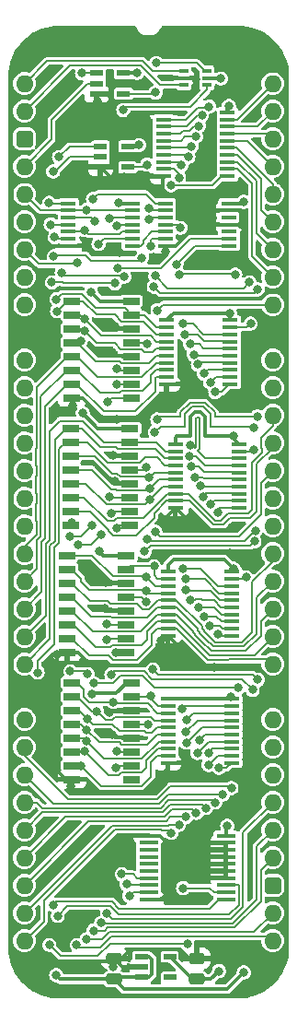
<source format=gtl>
%TF.GenerationSoftware,KiCad,Pcbnew,7.0.5*%
%TF.CreationDate,2024-02-15T21:09:33+02:00*%
%TF.ProjectId,HCP65 Instruction Code,48435036-3520-4496-9e73-747275637469,V0*%
%TF.SameCoordinates,PX525bfc0PY43d3480*%
%TF.FileFunction,Copper,L1,Top*%
%TF.FilePolarity,Positive*%
%FSLAX46Y46*%
G04 Gerber Fmt 4.6, Leading zero omitted, Abs format (unit mm)*
G04 Created by KiCad (PCBNEW 7.0.5) date 2024-02-15 21:09:33*
%MOMM*%
%LPD*%
G01*
G04 APERTURE LIST*
G04 Aperture macros list*
%AMRoundRect*
0 Rectangle with rounded corners*
0 $1 Rounding radius*
0 $2 $3 $4 $5 $6 $7 $8 $9 X,Y pos of 4 corners*
0 Add a 4 corners polygon primitive as box body*
4,1,4,$2,$3,$4,$5,$6,$7,$8,$9,$2,$3,0*
0 Add four circle primitives for the rounded corners*
1,1,$1+$1,$2,$3*
1,1,$1+$1,$4,$5*
1,1,$1+$1,$6,$7*
1,1,$1+$1,$8,$9*
0 Add four rect primitives between the rounded corners*
20,1,$1+$1,$2,$3,$4,$5,0*
20,1,$1+$1,$4,$5,$6,$7,0*
20,1,$1+$1,$6,$7,$8,$9,0*
20,1,$1+$1,$8,$9,$2,$3,0*%
G04 Aperture macros list end*
%TA.AperFunction,SMDPad,CuDef*%
%ADD10R,1.800000X0.450000*%
%TD*%
%TA.AperFunction,SMDPad,CuDef*%
%ADD11R,1.250000X0.600000*%
%TD*%
%TA.AperFunction,SMDPad,CuDef*%
%ADD12R,1.475000X0.450000*%
%TD*%
%TA.AperFunction,SMDPad,CuDef*%
%ADD13R,1.150000X0.600000*%
%TD*%
%TA.AperFunction,SMDPad,CuDef*%
%ADD14R,1.550000X0.650000*%
%TD*%
%TA.AperFunction,SMDPad,CuDef*%
%ADD15RoundRect,0.250000X0.475000X-0.250000X0.475000X0.250000X-0.475000X0.250000X-0.475000X-0.250000X0*%
%TD*%
%TA.AperFunction,ComponentPad*%
%ADD16O,1.600000X1.600000*%
%TD*%
%TA.AperFunction,ComponentPad*%
%ADD17RoundRect,0.400000X-0.400000X-0.400000X0.400000X-0.400000X0.400000X0.400000X-0.400000X0.400000X0*%
%TD*%
%TA.AperFunction,ComponentPad*%
%ADD18R,1.600000X1.600000*%
%TD*%
%TA.AperFunction,SMDPad,CuDef*%
%ADD19R,0.875000X0.450000*%
%TD*%
%TA.AperFunction,ViaPad*%
%ADD20C,0.800000*%
%TD*%
%TA.AperFunction,Conductor*%
%ADD21C,0.380000*%
%TD*%
%TA.AperFunction,Conductor*%
%ADD22C,0.200000*%
%TD*%
G04 APERTURE END LIST*
D10*
%TO.P,IC17,1,DIR*%
%TO.N,/GND*%
X11436000Y-69084000D03*
%TO.P,IC17,2,A0*%
%TO.N,unconnected-(IC17-A0-Pad2)*%
X11436000Y-69734000D03*
%TO.P,IC17,3,A1*%
%TO.N,unconnected-(IC17-A1-Pad3)*%
X11436000Y-70384000D03*
%TO.P,IC17,4,A2*%
%TO.N,unconnected-(IC17-A2-Pad4)*%
X11436000Y-71034000D03*
%TO.P,IC17,5,A3*%
%TO.N,unconnected-(IC17-A3-Pad5)*%
X11436000Y-71684000D03*
%TO.P,IC17,6,A4*%
%TO.N,unconnected-(IC17-A4-Pad6)*%
X11436000Y-72334000D03*
%TO.P,IC17,7,A5*%
%TO.N,/~{MRC}_{5V}*%
X11436000Y-72984000D03*
%TO.P,IC17,8,A6*%
%TO.N,/Opcode Valid_{5V}*%
X11436000Y-73634000D03*
%TO.P,IC17,9,A7*%
%TO.N,/Read Count_{5V}*%
X11436000Y-74284000D03*
%TO.P,IC17,10,GND*%
%TO.N,/GND*%
X11436000Y-74934000D03*
%TO.P,IC17,11,B7*%
%TO.N,/Read Count Access_{0}*%
X18536000Y-74934000D03*
%TO.P,IC17,12,B6*%
%TO.N,/Opcode Valid*%
X18536000Y-74284000D03*
%TO.P,IC17,13,B5*%
%TO.N,/~{MRC}*%
X18536000Y-73634000D03*
%TO.P,IC17,14,B4*%
%TO.N,/GND*%
X18536000Y-72984000D03*
%TO.P,IC17,15,B3*%
X18536000Y-72334000D03*
%TO.P,IC17,16,B2*%
X18536000Y-71684000D03*
%TO.P,IC17,17,B1*%
X18536000Y-71034000D03*
%TO.P,IC17,18,B0*%
X18536000Y-70384000D03*
%TO.P,IC17,19,~{OE}*%
X18536000Y-69734000D03*
%TO.P,IC17,20,5V*%
%TO.N,/5V*%
X18536000Y-69084000D03*
%TD*%
D11*
%TO.P,IC16,1,B*%
%TO.N,/~{Count Access}_{0}*%
X7005000Y-5781000D03*
%TO.P,IC16,2,A*%
%TO.N,/~{WD}*%
X7005000Y-6731000D03*
%TO.P,IC16,3,GND*%
%TO.N,/GND*%
X7005000Y-7681000D03*
%TO.P,IC16,4,Y*%
%TO.N,/~{Write Count}*%
X9505000Y-7681000D03*
%TO.P,IC16,5,3V*%
%TO.N,/3.3V*%
X9505000Y-5781000D03*
%TD*%
D12*
%TO.P,IC15,1,1A*%
%TO.N,/Read Count Access_{0}*%
X12962400Y-11004000D03*
%TO.P,IC15,2,1Y*%
%TO.N,/~{Read Count Access}_{0}*%
X12962400Y-11654000D03*
%TO.P,IC15,3,2A*%
%TO.N,/Read Count Access_{1}*%
X12962400Y-12304000D03*
%TO.P,IC15,4,2Y*%
%TO.N,/~{Read Count Access}_{1}*%
X12962400Y-12954000D03*
%TO.P,IC15,5,3A*%
%TO.N,/Read Count Access_{2}*%
X12962400Y-13604000D03*
%TO.P,IC15,6,3Y*%
%TO.N,/~{Read Count Access}_{2}*%
X12962400Y-14254000D03*
%TO.P,IC15,7,GND*%
%TO.N,/GND*%
X12962400Y-14904000D03*
%TO.P,IC15,8,4Y*%
%TO.N,/~{Read Count Access}_{3}*%
X18838400Y-14904000D03*
%TO.P,IC15,9,4A*%
%TO.N,/Read Count Access_{3}*%
X18838400Y-14254000D03*
%TO.P,IC15,10,5Y*%
%TO.N,unconnected-(IC15-5Y-Pad10)*%
X18838400Y-13604000D03*
%TO.P,IC15,11,5A*%
%TO.N,/GND*%
X18838400Y-12954000D03*
%TO.P,IC15,12,6Y*%
%TO.N,unconnected-(IC15-6Y-Pad12)*%
X18838400Y-12304000D03*
%TO.P,IC15,13,6A*%
%TO.N,/GND*%
X18838400Y-11654000D03*
%TO.P,IC15,14,3V*%
%TO.N,/3.3V*%
X18838400Y-11004000D03*
%TD*%
%TO.P,IC14,1,DIR*%
%TO.N,/3.3V*%
X13195000Y-56547607D03*
%TO.P,IC14,2,A0*%
%TO.N,/C24*%
X13195000Y-57197607D03*
%TO.P,IC14,3,A1*%
%TO.N,/C25*%
X13195000Y-57847607D03*
%TO.P,IC14,4,A2*%
%TO.N,/C26*%
X13195000Y-58497607D03*
%TO.P,IC14,5,A3*%
%TO.N,/C27*%
X13195000Y-59147607D03*
%TO.P,IC14,6,A4*%
%TO.N,/C28*%
X13195000Y-59797607D03*
%TO.P,IC14,7,A5*%
%TO.N,/C29*%
X13195000Y-60447607D03*
%TO.P,IC14,8,A6*%
%TO.N,/C30*%
X13195000Y-61097607D03*
%TO.P,IC14,9,A7*%
%TO.N,/C31*%
X13195000Y-61747607D03*
%TO.P,IC14,10,GND*%
%TO.N,/GND*%
X13195000Y-62397607D03*
%TO.P,IC14,11,B7*%
%TO.N,/D7*%
X19071000Y-62397607D03*
%TO.P,IC14,12,B6*%
%TO.N,/D6*%
X19071000Y-61747607D03*
%TO.P,IC14,13,B5*%
%TO.N,/D5*%
X19071000Y-61097607D03*
%TO.P,IC14,14,B4*%
%TO.N,/D4*%
X19071000Y-60447607D03*
%TO.P,IC14,15,B3*%
%TO.N,/D3*%
X19071000Y-59797607D03*
%TO.P,IC14,16,B2*%
%TO.N,/D2*%
X19071000Y-59147607D03*
%TO.P,IC14,17,B1*%
%TO.N,/D1*%
X19071000Y-58497607D03*
%TO.P,IC14,18,B0*%
%TO.N,/D0*%
X19071000Y-57847607D03*
%TO.P,IC14,19,~{OE}*%
%TO.N,/~{Read Count Access}_{3}*%
X19071000Y-57197607D03*
%TO.P,IC14,20,3V*%
%TO.N,/3.3V*%
X19071000Y-56547607D03*
%TD*%
D11*
%TO.P,IC12,1,B*%
%TO.N,/Opcode Valid*%
X6624000Y950000D03*
%TO.P,IC12,2,A*%
%TO.N,/~{PHI2}*%
X6624000Y0D03*
%TO.P,IC12,3,GND*%
%TO.N,/GND*%
X6624000Y-950000D03*
%TO.P,IC12,4,Y*%
%TO.N,Net-(IC1-CP)*%
X9124000Y-950000D03*
%TO.P,IC12,5,3V*%
%TO.N,/3.3V*%
X9124000Y950000D03*
%TD*%
D13*
%TO.P,IC11,1,VIN*%
%TO.N,/5V*%
X10765000Y-80203000D03*
%TO.P,IC11,2,GND*%
%TO.N,/GND*%
X10765000Y-81153000D03*
%TO.P,IC11,3,EN*%
%TO.N,/5V*%
X10765000Y-82103000D03*
%TO.P,IC11,4,ADJ*%
%TO.N,unconnected-(IC11-ADJ-Pad4)*%
X13365000Y-82103000D03*
%TO.P,IC11,5,VOUT*%
%TO.N,/3.3V*%
X13365000Y-80203000D03*
%TD*%
D12*
%TO.P,IC10,1,1A*%
%TO.N,/~{Count Access}_{0}*%
X4047000Y-11004000D03*
%TO.P,IC10,2,1B*%
%TO.N,/~{RD}*%
X4047000Y-11654000D03*
%TO.P,IC10,3,1Y*%
%TO.N,/Read Count Access_{0}*%
X4047000Y-12304000D03*
%TO.P,IC10,4,2A*%
%TO.N,/~{Count Access}_{1}*%
X4047000Y-12954000D03*
%TO.P,IC10,5,2B*%
%TO.N,/~{RD}*%
X4047000Y-13604000D03*
%TO.P,IC10,6,2Y*%
%TO.N,/Read Count Access_{1}*%
X4047000Y-14254000D03*
%TO.P,IC10,7,GND*%
%TO.N,/GND*%
X4047000Y-14904000D03*
%TO.P,IC10,8,3Y*%
%TO.N,/Read Count Access_{2}*%
X9923000Y-14904000D03*
%TO.P,IC10,9,3A*%
%TO.N,/~{Count Access}_{2}*%
X9923000Y-14254000D03*
%TO.P,IC10,10,3B*%
%TO.N,/~{RD}*%
X9923000Y-13604000D03*
%TO.P,IC10,11,4Y*%
%TO.N,/Read Count Access_{3}*%
X9923000Y-12954000D03*
%TO.P,IC10,12,4A*%
%TO.N,/~{Count Access}_{3}*%
X9923000Y-12304000D03*
%TO.P,IC10,13,4B*%
%TO.N,/~{RD}*%
X9923000Y-11654000D03*
%TO.P,IC10,14,3V*%
%TO.N,/3.3V*%
X9923000Y-11004000D03*
%TD*%
%TO.P,IC9,1,DIR*%
%TO.N,/3.3V*%
X13068000Y-21749607D03*
%TO.P,IC9,2,A0*%
%TO.N,/C0*%
X13068000Y-22399607D03*
%TO.P,IC9,3,A1*%
%TO.N,/C1*%
X13068000Y-23049607D03*
%TO.P,IC9,4,A2*%
%TO.N,/C2*%
X13068000Y-23699607D03*
%TO.P,IC9,5,A3*%
%TO.N,/C3*%
X13068000Y-24349607D03*
%TO.P,IC9,6,A4*%
%TO.N,/C4*%
X13068000Y-24999607D03*
%TO.P,IC9,7,A5*%
%TO.N,/C5*%
X13068000Y-25649607D03*
%TO.P,IC9,8,A6*%
%TO.N,/C6*%
X13068000Y-26299607D03*
%TO.P,IC9,9,A7*%
%TO.N,/C7*%
X13068000Y-26949607D03*
%TO.P,IC9,10,GND*%
%TO.N,/GND*%
X13068000Y-27599607D03*
%TO.P,IC9,11,B7*%
%TO.N,/D7*%
X18944000Y-27599607D03*
%TO.P,IC9,12,B6*%
%TO.N,/D6*%
X18944000Y-26949607D03*
%TO.P,IC9,13,B5*%
%TO.N,/D5*%
X18944000Y-26299607D03*
%TO.P,IC9,14,B4*%
%TO.N,/D4*%
X18944000Y-25649607D03*
%TO.P,IC9,15,B3*%
%TO.N,/D3*%
X18944000Y-24999607D03*
%TO.P,IC9,16,B2*%
%TO.N,/D2*%
X18944000Y-24349607D03*
%TO.P,IC9,17,B1*%
%TO.N,/D1*%
X18944000Y-23699607D03*
%TO.P,IC9,18,B0*%
%TO.N,/D0*%
X18944000Y-23049607D03*
%TO.P,IC9,19,~{OE}*%
%TO.N,/~{Read Count Access}_{0}*%
X18944000Y-22399607D03*
%TO.P,IC9,20,3V*%
%TO.N,/3.3V*%
X18944000Y-21749607D03*
%TD*%
%TO.P,IC8,1,DIR*%
%TO.N,/3.3V*%
X13876800Y-33143000D03*
%TO.P,IC8,2,A0*%
%TO.N,/C8*%
X13876800Y-33793000D03*
%TO.P,IC8,3,A1*%
%TO.N,/C9*%
X13876800Y-34443000D03*
%TO.P,IC8,4,A2*%
%TO.N,/C10*%
X13876800Y-35093000D03*
%TO.P,IC8,5,A3*%
%TO.N,/C11*%
X13876800Y-35743000D03*
%TO.P,IC8,6,A4*%
%TO.N,/C12*%
X13876800Y-36393000D03*
%TO.P,IC8,7,A5*%
%TO.N,/C13*%
X13876800Y-37043000D03*
%TO.P,IC8,8,A6*%
%TO.N,/C14*%
X13876800Y-37693000D03*
%TO.P,IC8,9,A7*%
%TO.N,/C15*%
X13876800Y-38343000D03*
%TO.P,IC8,10,GND*%
%TO.N,/GND*%
X13876800Y-38993000D03*
%TO.P,IC8,11,B7*%
%TO.N,/D7*%
X19752800Y-38993000D03*
%TO.P,IC8,12,B6*%
%TO.N,/D6*%
X19752800Y-38343000D03*
%TO.P,IC8,13,B5*%
%TO.N,/D5*%
X19752800Y-37693000D03*
%TO.P,IC8,14,B4*%
%TO.N,/D4*%
X19752800Y-37043000D03*
%TO.P,IC8,15,B3*%
%TO.N,/D3*%
X19752800Y-36393000D03*
%TO.P,IC8,16,B2*%
%TO.N,/D2*%
X19752800Y-35743000D03*
%TO.P,IC8,17,B1*%
%TO.N,/D1*%
X19752800Y-35093000D03*
%TO.P,IC8,18,B0*%
%TO.N,/D0*%
X19752800Y-34443000D03*
%TO.P,IC8,19,~{OE}*%
%TO.N,/~{Read Count Access}_{1}*%
X19752800Y-33793000D03*
%TO.P,IC8,20,3V*%
%TO.N,/3.3V*%
X19752800Y-33143000D03*
%TD*%
%TO.P,IC7,1,DIR*%
%TO.N,/3.3V*%
X13195000Y-44863607D03*
%TO.P,IC7,2,A0*%
%TO.N,/C16*%
X13195000Y-45513607D03*
%TO.P,IC7,3,A1*%
%TO.N,/C17*%
X13195000Y-46163607D03*
%TO.P,IC7,4,A2*%
%TO.N,/C18*%
X13195000Y-46813607D03*
%TO.P,IC7,5,A3*%
%TO.N,/C19*%
X13195000Y-47463607D03*
%TO.P,IC7,6,A4*%
%TO.N,/C20*%
X13195000Y-48113607D03*
%TO.P,IC7,7,A5*%
%TO.N,/C21*%
X13195000Y-48763607D03*
%TO.P,IC7,8,A6*%
%TO.N,/C22*%
X13195000Y-49413607D03*
%TO.P,IC7,9,A7*%
%TO.N,/C23*%
X13195000Y-50063607D03*
%TO.P,IC7,10,GND*%
%TO.N,/GND*%
X13195000Y-50713607D03*
%TO.P,IC7,11,B7*%
%TO.N,/D7*%
X19071000Y-50713607D03*
%TO.P,IC7,12,B6*%
%TO.N,/D6*%
X19071000Y-50063607D03*
%TO.P,IC7,13,B5*%
%TO.N,/D5*%
X19071000Y-49413607D03*
%TO.P,IC7,14,B4*%
%TO.N,/D4*%
X19071000Y-48763607D03*
%TO.P,IC7,15,B3*%
%TO.N,/D3*%
X19071000Y-48113607D03*
%TO.P,IC7,16,B2*%
%TO.N,/D2*%
X19071000Y-47463607D03*
%TO.P,IC7,17,B1*%
%TO.N,/D1*%
X19071000Y-46813607D03*
%TO.P,IC7,18,B0*%
%TO.N,/D0*%
X19071000Y-46163607D03*
%TO.P,IC7,19,~{OE}*%
%TO.N,/~{Read Count Access}_{2}*%
X19071000Y-45513607D03*
%TO.P,IC7,20,3V*%
%TO.N,/3.3V*%
X19071000Y-44863607D03*
%TD*%
D14*
%TO.P,IC6,1,Q1*%
%TO.N,/C25*%
X4387000Y-55027607D03*
%TO.P,IC6,2,Q2*%
%TO.N,/C26*%
X4387000Y-56297607D03*
%TO.P,IC6,3,Q3*%
%TO.N,/C27*%
X4387000Y-57567607D03*
%TO.P,IC6,4,Q4*%
%TO.N,/C28*%
X4387000Y-58837607D03*
%TO.P,IC6,5,Q5*%
%TO.N,/C29*%
X4387000Y-60107607D03*
%TO.P,IC6,6,Q6*%
%TO.N,/C30*%
X4387000Y-61377607D03*
%TO.P,IC6,7,Q7*%
%TO.N,/C31*%
X4387000Y-62647607D03*
%TO.P,IC6,8,GND*%
%TO.N,/GND*%
X4387000Y-63917607D03*
%TO.P,IC6,9,~{RCO}*%
%TO.N,unconnected-(IC6-~{RCO}-Pad9)*%
X9837000Y-63917607D03*
%TO.P,IC6,10,~{MRC}*%
%TO.N,/~{MRC}_{5V}*%
X9837000Y-62647607D03*
%TO.P,IC6,11,CPC*%
%TO.N,Net-(IC5-~{RCO})*%
X9837000Y-61377607D03*
%TO.P,IC6,12,~{CE}*%
%TO.N,/GND*%
X9837000Y-60107607D03*
%TO.P,IC6,13,CPR*%
%TO.N,/Read Count_{5V}*%
X9837000Y-58837607D03*
%TO.P,IC6,14,~{OE}*%
%TO.N,/GND*%
X9837000Y-57567607D03*
%TO.P,IC6,15,Q0*%
%TO.N,/C24*%
X9837000Y-56297607D03*
%TO.P,IC6,16,VCC*%
%TO.N,/5V*%
X9837000Y-55027607D03*
%TD*%
%TO.P,IC5,1,Q1*%
%TO.N,/C17*%
X3929800Y-43343607D03*
%TO.P,IC5,2,Q2*%
%TO.N,/C18*%
X3929800Y-44613607D03*
%TO.P,IC5,3,Q3*%
%TO.N,/C19*%
X3929800Y-45883607D03*
%TO.P,IC5,4,Q4*%
%TO.N,/C20*%
X3929800Y-47153607D03*
%TO.P,IC5,5,Q5*%
%TO.N,/C21*%
X3929800Y-48423607D03*
%TO.P,IC5,6,Q6*%
%TO.N,/C22*%
X3929800Y-49693607D03*
%TO.P,IC5,7,Q7*%
%TO.N,/C23*%
X3929800Y-50963607D03*
%TO.P,IC5,8,GND*%
%TO.N,/GND*%
X3929800Y-52233607D03*
%TO.P,IC5,9,~{RCO}*%
%TO.N,Net-(IC5-~{RCO})*%
X9379800Y-52233607D03*
%TO.P,IC5,10,~{MRC}*%
%TO.N,/~{MRC}_{5V}*%
X9379800Y-50963607D03*
%TO.P,IC5,11,CPC*%
%TO.N,Net-(IC4-~{RCO})*%
X9379800Y-49693607D03*
%TO.P,IC5,12,~{CE}*%
%TO.N,/GND*%
X9379800Y-48423607D03*
%TO.P,IC5,13,CPR*%
%TO.N,/Read Count_{5V}*%
X9379800Y-47153607D03*
%TO.P,IC5,14,~{OE}*%
%TO.N,/GND*%
X9379800Y-45883607D03*
%TO.P,IC5,15,Q0*%
%TO.N,/C16*%
X9379800Y-44613607D03*
%TO.P,IC5,16,VCC*%
%TO.N,/5V*%
X9379800Y-43343607D03*
%TD*%
%TO.P,IC4,1,Q1*%
%TO.N,/C9*%
X4264000Y-31659607D03*
%TO.P,IC4,2,Q2*%
%TO.N,/C10*%
X4264000Y-32929607D03*
%TO.P,IC4,3,Q3*%
%TO.N,/C11*%
X4264000Y-34199607D03*
%TO.P,IC4,4,Q4*%
%TO.N,/C12*%
X4264000Y-35469607D03*
%TO.P,IC4,5,Q5*%
%TO.N,/C13*%
X4264000Y-36739607D03*
%TO.P,IC4,6,Q6*%
%TO.N,/C14*%
X4264000Y-38009607D03*
%TO.P,IC4,7,Q7*%
%TO.N,/C15*%
X4264000Y-39279607D03*
%TO.P,IC4,8,GND*%
%TO.N,/GND*%
X4264000Y-40549607D03*
%TO.P,IC4,9,~{RCO}*%
%TO.N,Net-(IC4-~{RCO})*%
X9714000Y-40549607D03*
%TO.P,IC4,10,~{MRC}*%
%TO.N,/~{MRC}_{5V}*%
X9714000Y-39279607D03*
%TO.P,IC4,11,CPC*%
%TO.N,Net-(IC2-~{RCO})*%
X9714000Y-38009607D03*
%TO.P,IC4,12,~{CE}*%
%TO.N,/GND*%
X9714000Y-36739607D03*
%TO.P,IC4,13,CPR*%
%TO.N,/Read Count_{5V}*%
X9714000Y-35469607D03*
%TO.P,IC4,14,~{OE}*%
%TO.N,/GND*%
X9714000Y-34199607D03*
%TO.P,IC4,15,Q0*%
%TO.N,/C8*%
X9714000Y-32929607D03*
%TO.P,IC4,16,VCC*%
%TO.N,/5V*%
X9714000Y-31659607D03*
%TD*%
%TO.P,IC2,1,Q1*%
%TO.N,/C1*%
X4387000Y-19975607D03*
%TO.P,IC2,2,Q2*%
%TO.N,/C2*%
X4387000Y-21245607D03*
%TO.P,IC2,3,Q3*%
%TO.N,/C3*%
X4387000Y-22515607D03*
%TO.P,IC2,4,Q4*%
%TO.N,/C4*%
X4387000Y-23785607D03*
%TO.P,IC2,5,Q5*%
%TO.N,/C5*%
X4387000Y-25055607D03*
%TO.P,IC2,6,Q6*%
%TO.N,/C6*%
X4387000Y-26325607D03*
%TO.P,IC2,7,Q7*%
%TO.N,/C7*%
X4387000Y-27595607D03*
%TO.P,IC2,8,GND*%
%TO.N,/GND*%
X4387000Y-28865607D03*
%TO.P,IC2,9,~{RCO}*%
%TO.N,Net-(IC2-~{RCO})*%
X9837000Y-28865607D03*
%TO.P,IC2,10,~{MRC}*%
%TO.N,/~{MRC}_{5V}*%
X9837000Y-27595607D03*
%TO.P,IC2,11,CPC*%
%TO.N,/Opcode Valid_{5V}*%
X9837000Y-26325607D03*
%TO.P,IC2,12,~{CE}*%
%TO.N,/GND*%
X9837000Y-25055607D03*
%TO.P,IC2,13,CPR*%
%TO.N,/Read Count_{5V}*%
X9837000Y-23785607D03*
%TO.P,IC2,14,~{OE}*%
%TO.N,/GND*%
X9837000Y-22515607D03*
%TO.P,IC2,15,Q0*%
%TO.N,/C0*%
X9837000Y-21245607D03*
%TO.P,IC2,16,VCC*%
%TO.N,/5V*%
X9837000Y-19975607D03*
%TD*%
D12*
%TO.P,IC1,1,~{OE}*%
%TO.N,/GND*%
X12810000Y-2663000D03*
%TO.P,IC1,2,D0*%
%TO.N,/D7*%
X12810000Y-3313000D03*
%TO.P,IC1,3,D1*%
%TO.N,/D6*%
X12810000Y-3963000D03*
%TO.P,IC1,4,D2*%
%TO.N,/D5*%
X12810000Y-4613000D03*
%TO.P,IC1,5,D3*%
%TO.N,/D4*%
X12810000Y-5263000D03*
%TO.P,IC1,6,D4*%
%TO.N,/D3*%
X12810000Y-5913000D03*
%TO.P,IC1,7,D5*%
%TO.N,/D2*%
X12810000Y-6563000D03*
%TO.P,IC1,8,D6*%
%TO.N,/D1*%
X12810000Y-7213000D03*
%TO.P,IC1,9,D7*%
%TO.N,/D0*%
X12810000Y-7863000D03*
%TO.P,IC1,10,GND*%
%TO.N,/GND*%
X12810000Y-8513000D03*
%TO.P,IC1,11,CP*%
%TO.N,Net-(IC1-CP)*%
X18686000Y-8513000D03*
%TO.P,IC1,12,Q7*%
%TO.N,/OP0*%
X18686000Y-7863000D03*
%TO.P,IC1,13,Q6*%
%TO.N,/OP1*%
X18686000Y-7213000D03*
%TO.P,IC1,14,Q5*%
%TO.N,/OP2*%
X18686000Y-6563000D03*
%TO.P,IC1,15,Q4*%
%TO.N,/OP3*%
X18686000Y-5913000D03*
%TO.P,IC1,16,Q3*%
%TO.N,/OP4*%
X18686000Y-5263000D03*
%TO.P,IC1,17,Q2*%
%TO.N,/OP5*%
X18686000Y-4613000D03*
%TO.P,IC1,18,Q1*%
%TO.N,/OP6*%
X18686000Y-3963000D03*
%TO.P,IC1,19,Q0*%
%TO.N,/OP7*%
X18686000Y-3313000D03*
%TO.P,IC1,20,3V*%
%TO.N,/3.3V*%
X18686000Y-2663000D03*
%TD*%
D15*
%TO.P,C10,1*%
%TO.N,/3.3V*%
X15875000Y-82277000D03*
%TO.P,C10,2*%
%TO.N,/GND*%
X15875000Y-80377000D03*
%TD*%
%TO.P,C9,1*%
%TO.N,/5V*%
X8255000Y-82277000D03*
%TO.P,C9,2*%
%TO.N,/GND*%
X8255000Y-80377000D03*
%TD*%
D16*
%TO.P,J2,1,Pin_1*%
%TO.N,/~{Reset}*%
X0Y0D03*
%TO.P,J2,2,Pin_2*%
%TO.N,/~{Clear Counter}*%
X0Y-2540000D03*
D17*
%TO.P,J2,3,Pin_3*%
%TO.N,/5V*%
X0Y-5080000D03*
D16*
%TO.P,J2,4,Pin_4*%
%TO.N,/~{PHI2}*%
X0Y-7620000D03*
%TO.P,J2,5,Pin_5*%
%TO.N,/~{RD}*%
X0Y-10160000D03*
%TO.P,J2,6,Pin_6*%
%TO.N,/~{WD}*%
X0Y-12700000D03*
%TO.P,J2,7,Pin_7*%
%TO.N,/Opcode Valid*%
X0Y-15240000D03*
%TO.P,J2,8,Pin_8*%
%TO.N,/~{Count Access}_{0}*%
X0Y-17780000D03*
%TO.P,J2,9,Pin_9*%
%TO.N,/~{Count Access}_{1}*%
X0Y-20320000D03*
D18*
%TO.P,J2,10,Pin_10*%
%TO.N,/GND*%
X0Y-22860000D03*
D16*
%TO.P,J2,11,Pin_11*%
%TO.N,/~{Count Access}_{2}*%
X0Y-25400000D03*
%TO.P,J2,12,Pin_12*%
%TO.N,/~{Count Access}_{3}*%
X0Y-27940000D03*
%TO.P,J2,13,Pin_13*%
%TO.N,/C0*%
X0Y-30480000D03*
%TO.P,J2,14,Pin_14*%
%TO.N,/C1*%
X0Y-33020000D03*
%TO.P,J2,15,Pin_15*%
%TO.N,/C2*%
X0Y-35560000D03*
%TO.P,J2,16,Pin_16*%
%TO.N,/C3*%
X0Y-38100000D03*
%TO.P,J2,17,Pin_17*%
%TO.N,/C4*%
X0Y-40640000D03*
%TO.P,J2,18,Pin_18*%
%TO.N,/C5*%
X0Y-43180000D03*
%TO.P,J2,19,Pin_19*%
%TO.N,/C6*%
X0Y-45720000D03*
%TO.P,J2,20,Pin_20*%
%TO.N,/C7*%
X0Y-48260000D03*
%TO.P,J2,21,Pin_21*%
%TO.N,/C8*%
X0Y-50800000D03*
%TO.P,J2,22,Pin_22*%
%TO.N,/C9*%
X0Y-53340000D03*
D18*
%TO.P,J2,23,Pin_23*%
%TO.N,/GND*%
X0Y-55880000D03*
D16*
%TO.P,J2,24,Pin_24*%
%TO.N,/C10*%
X0Y-58420000D03*
%TO.P,J2,25,Pin_25*%
%TO.N,/D7*%
X0Y-60960000D03*
%TO.P,J2,26,Pin_26*%
%TO.N,/D6*%
X0Y-63500000D03*
%TO.P,J2,27,Pin_27*%
%TO.N,/D5*%
X0Y-66040000D03*
%TO.P,J2,28,Pin_28*%
%TO.N,/D4*%
X0Y-68580000D03*
%TO.P,J2,29,Pin_29*%
%TO.N,/D3*%
X0Y-71120000D03*
%TO.P,J2,30,Pin_30*%
%TO.N,/D2*%
X0Y-73660000D03*
%TO.P,J2,31,Pin_31*%
%TO.N,/D1*%
X0Y-76200000D03*
%TO.P,J2,32,Pin_32*%
%TO.N,/D0*%
X0Y-78740000D03*
%TO.P,J2,33,Pin_33*%
%TO.N,/C31*%
X22860000Y-78740000D03*
%TO.P,J2,34,Pin_34*%
%TO.N,/C30*%
X22860000Y-76200000D03*
D17*
%TO.P,J2,35,Pin_35*%
%TO.N,/5V*%
X22860000Y-73660000D03*
D16*
%TO.P,J2,36,Pin_36*%
%TO.N,/C29*%
X22860000Y-71120000D03*
%TO.P,J2,37,Pin_37*%
%TO.N,/C28*%
X22860000Y-68580000D03*
%TO.P,J2,38,Pin_38*%
%TO.N,/C27*%
X22860000Y-66040000D03*
%TO.P,J2,39,Pin_39*%
%TO.N,/C26*%
X22860000Y-63500000D03*
%TO.P,J2,40,Pin_40*%
%TO.N,/C25*%
X22860000Y-60960000D03*
%TO.P,J2,41,Pin_41*%
%TO.N,/C24*%
X22860000Y-58420000D03*
D18*
%TO.P,J2,42,Pin_42*%
%TO.N,/GND*%
X22860000Y-55880000D03*
D16*
%TO.P,J2,43,Pin_43*%
%TO.N,/C23*%
X22860000Y-53340000D03*
%TO.P,J2,44,Pin_44*%
%TO.N,/C22*%
X22860000Y-50800000D03*
%TO.P,J2,45,Pin_45*%
%TO.N,/C21*%
X22860000Y-48260000D03*
%TO.P,J2,46,Pin_46*%
%TO.N,/C20*%
X22860000Y-45720000D03*
%TO.P,J2,47,Pin_47*%
%TO.N,/C19*%
X22860000Y-43180000D03*
%TO.P,J2,48,Pin_48*%
%TO.N,/C18*%
X22860000Y-40640000D03*
%TO.P,J2,49,Pin_49*%
%TO.N,/C17*%
X22860000Y-38100000D03*
%TO.P,J2,50,Pin_50*%
%TO.N,/C16*%
X22860000Y-35560000D03*
%TO.P,J2,51,Pin_51*%
%TO.N,/C15*%
X22860000Y-33020000D03*
%TO.P,J2,52,Pin_52*%
%TO.N,/C14*%
X22860000Y-30480000D03*
%TO.P,J2,53,Pin_53*%
%TO.N,/C13*%
X22860000Y-27940000D03*
%TO.P,J2,54,Pin_54*%
%TO.N,/C12*%
X22860000Y-25400000D03*
D18*
%TO.P,J2,55,Pin_55*%
%TO.N,/GND*%
X22860000Y-22860000D03*
D16*
%TO.P,J2,56,Pin_56*%
%TO.N,/C11*%
X22860000Y-20320000D03*
%TO.P,J2,57,Pin_57*%
%TO.N,/OP0*%
X22860000Y-17780000D03*
%TO.P,J2,58,Pin_58*%
%TO.N,/OP1*%
X22860000Y-15240000D03*
%TO.P,J2,59,Pin_59*%
%TO.N,/OP2*%
X22860000Y-12700000D03*
%TO.P,J2,60,Pin_60*%
%TO.N,/OP3*%
X22860000Y-10160000D03*
%TO.P,J2,61,Pin_61*%
%TO.N,/OP4*%
X22860000Y-7620000D03*
%TO.P,J2,62,Pin_62*%
%TO.N,/OP5*%
X22860000Y-5080000D03*
%TO.P,J2,63,Pin_63*%
%TO.N,/OP6*%
X22860000Y-2540000D03*
%TO.P,J2,64,Pin_64*%
%TO.N,/OP7*%
X22860000Y0D03*
%TD*%
D19*
%TO.P,IC13,1,A*%
%TO.N,/~{Reset}*%
X14686000Y1158000D03*
%TO.P,IC13,2,GND*%
%TO.N,/GND*%
X14686000Y508000D03*
%TO.P,IC13,3,B*%
%TO.N,/~{Clear Counter}*%
X14686000Y-142000D03*
%TO.P,IC13,4,Y*%
%TO.N,/~{MRC}*%
X16810000Y-142000D03*
%TO.P,IC13,5,3V*%
%TO.N,/3.3V*%
X16810000Y508000D03*
%TO.P,IC13,6,C*%
%TO.N,/~{Write Count}*%
X16810000Y1158000D03*
%TD*%
D20*
%TO.N,/5V*%
X18669000Y-68199000D03*
X5358000Y-30279911D03*
X6106381Y-19134668D03*
X6858000Y-42976800D03*
X2921000Y-81915000D03*
X20193000Y-81661000D03*
X6172932Y-56073589D03*
%TO.N,/GND*%
X10109200Y-18440396D03*
X9169577Y-8610789D03*
X20038000Y-12989921D03*
X7797132Y-57740906D03*
X13512800Y-71034000D03*
X6841199Y-53478614D03*
X18646400Y-29159200D03*
X8116800Y-34124607D03*
X5930839Y-45474000D03*
X8509000Y-30824400D03*
X12446000Y-63627000D03*
X8100521Y-59819079D03*
X18846800Y-9652000D03*
X12623504Y-40180869D03*
X17830800Y-1066800D03*
X8331196Y-22301200D03*
X4318000Y-40335200D03*
X18948403Y-43156000D03*
X12344400Y-29057600D03*
X12976892Y-15421607D03*
X4268922Y-64565078D03*
X3013002Y-52425600D03*
X6705600Y-1676400D03*
X16919000Y-74803006D03*
X7383115Y-48238607D03*
X8737979Y-15527907D03*
X15748000Y374500D03*
X7510800Y-45809155D03*
X8294796Y-36567348D03*
X4445000Y-29565600D03*
X19095257Y-40729118D03*
X19488984Y-63402727D03*
X17505260Y-53619001D03*
X8109776Y-24643801D03*
X12598400Y-51206400D03*
X8178800Y-81177500D03*
%TO.N,/3.3V*%
X17907000Y-81534000D03*
X18821398Y-2057399D03*
X8667200Y-10953986D03*
X18994000Y-56360181D03*
X19227985Y-44576815D03*
X18084800Y457202D03*
X19236578Y-32396625D03*
X10337003Y965997D03*
X18923000Y-21082000D03*
X10526800Y-5649791D03*
X20167600Y-10871200D03*
%TO.N,/D0*%
X14224000Y-8636000D03*
X14924984Y-58420001D03*
X13521960Y-68839967D03*
X15237264Y-33202820D03*
X14579600Y-22064686D03*
X14614617Y-44539280D03*
%TO.N,/D1*%
X14782915Y-23063392D03*
X14852178Y-45510655D03*
X14213845Y-68117956D03*
X15225764Y-34204271D03*
X14461685Y-7513240D03*
X14878910Y-59540716D03*
%TO.N,/D2*%
X14893678Y-60540609D03*
X15339972Y-35197731D03*
X15091289Y-6736321D03*
X14879712Y-67371883D03*
X15251556Y-23946783D03*
X14823504Y-46529279D03*
%TO.N,/D3*%
X16103322Y-60320914D03*
X15814615Y-67016972D03*
X15650692Y-36148235D03*
X15233854Y-47441210D03*
X15383145Y-5779856D03*
X15567476Y-24895572D03*
%TO.N,/D4*%
X16000844Y-48082872D03*
X15961975Y-25814471D03*
X15789885Y-4866309D03*
X16220971Y-36969689D03*
X16706461Y-66564627D03*
X15907069Y-61507118D03*
%TO.N,/D5*%
X16471203Y-37937878D03*
X16525010Y-48934491D03*
X17554347Y-66034443D03*
X16041114Y-3898378D03*
X16934000Y-61470137D03*
X16515319Y-26647427D03*
%TO.N,/D6*%
X16336000Y-2942842D03*
X17169218Y-38653965D03*
X17097668Y-27460368D03*
X17029200Y-49798086D03*
X16945473Y-62590278D03*
X18257603Y-65323503D03*
%TO.N,/D7*%
X17821970Y-50619001D03*
X17570835Y-28341343D03*
X16990000Y-2112345D03*
X17807800Y-39423522D03*
X17907000Y-62865000D03*
X19055216Y-64720329D03*
%TO.N,/Opcode Valid*%
X6250337Y-40584063D03*
X5283200Y950000D03*
X14605000Y-73914000D03*
X4881893Y-16490699D03*
X4136015Y-41634415D03*
X2287600Y-79134350D03*
X14986000Y-79046000D03*
%TO.N,Net-(IC1-CP)*%
X12065000Y-835600D03*
X13490000Y-9345485D03*
%TO.N,/C0*%
X2946400Y-19812000D03*
%TO.N,/C1*%
X2998259Y-20908320D03*
%TO.N,/C2*%
X5526381Y-21626538D03*
%TO.N,/C3*%
X5526384Y-22698675D03*
%TO.N,/C4*%
X5165134Y-23630613D03*
%TO.N,Net-(IC2-~{RCO})*%
X7844508Y-37948737D03*
X7670800Y-29210000D03*
%TO.N,/Opcode Valid_{5V}*%
X8487251Y-26219758D03*
X9398000Y-73558400D03*
%TO.N,/Read Count_{5V}*%
X11296623Y-23935615D03*
X11355557Y-58859981D03*
X11197813Y-47577787D03*
X9652000Y-74625200D03*
X11200000Y-35227137D03*
%TO.N,/C10*%
X1212990Y-54102000D03*
%TO.N,/C11*%
X12242800Y-20828000D03*
X11489912Y-36218885D03*
%TO.N,/C12*%
X11556773Y-37216649D03*
X21082000Y-31597600D03*
X12000000Y-32014483D03*
%TO.N,/C13*%
X11531600Y-38252400D03*
X21437600Y-30581600D03*
X12230040Y-30858185D03*
%TO.N,Net-(IC4-~{RCO})*%
X7559703Y-49638607D03*
X8467114Y-40841953D03*
%TO.N,/~{RD}*%
X5715000Y-11603990D03*
X5546388Y-13466261D03*
%TO.N,/~{WD}*%
X2641600Y-8077200D03*
%TO.N,/C17*%
X21258197Y-41069325D03*
X11295642Y-41829112D03*
X11215600Y-45363321D03*
%TO.N,/C18*%
X21174073Y-42065783D03*
X11174462Y-46578057D03*
X11067859Y-42995250D03*
%TO.N,Net-(IC5-~{RCO})*%
X8498974Y-61301812D03*
X8453082Y-52288607D03*
%TO.N,/C16*%
X12045690Y-41167725D03*
X11926800Y-44348400D03*
%TO.N,/C25*%
X8001000Y-54279800D03*
X20998909Y-55695958D03*
X8158400Y-56808441D03*
%TO.N,/C26*%
X19685000Y-55499028D03*
X6658544Y-57658880D03*
X6365725Y-55089797D03*
%TO.N,/C27*%
X5787309Y-58368151D03*
X7589711Y-76244403D03*
%TO.N,/C28*%
X7059888Y-77092514D03*
X5741494Y-59367104D03*
%TO.N,/C29*%
X5680733Y-60365259D03*
X6359888Y-77815712D03*
%TO.N,/C30*%
X5691860Y-78625071D03*
X5528400Y-61363973D03*
%TO.N,/C31*%
X5216402Y-62686811D03*
X4803200Y-79148150D03*
%TO.N,/C24*%
X21485627Y-54765774D03*
X11834781Y-53814745D03*
X11608679Y-56239324D03*
%TO.N,/~{Count Access}_{0}*%
X3171457Y-6764942D03*
X2265660Y-10954000D03*
%TO.N,/~{Count Access}_{1}*%
X2413000Y-12953998D03*
%TO.N,/~{Count Access}_{2}*%
X2514600Y-18262600D03*
X6820328Y-14737907D03*
X8313444Y-18351770D03*
%TO.N,/~{Count Access}_{3}*%
X7822932Y-12354000D03*
X3434979Y-17353809D03*
X9175068Y-17744011D03*
%TO.N,/Read Count Access_{0}*%
X4927600Y-42367200D03*
X7083437Y-41417523D03*
X6299200Y-10601781D03*
X2649600Y-75439354D03*
X6423200Y-12607842D03*
%TO.N,/~{Read Count Access}_{2}*%
X21460622Y-18919234D03*
X20405581Y-45362448D03*
X11906620Y-18667546D03*
X11601890Y-14946259D03*
%TO.N,/~{Read Count Access}_{1}*%
X14248408Y-17577341D03*
X21080182Y-33642515D03*
X14376400Y-13258800D03*
X19402405Y-17565827D03*
%TO.N,/~{Read Count Access}_{0}*%
X20814979Y-22060217D03*
X12043504Y-17677133D03*
X20702305Y-18267345D03*
X11480800Y-11480800D03*
%TO.N,/Read Count Access_{1}*%
X11468425Y-12509175D03*
X10820400Y-16002000D03*
X2776675Y-14114000D03*
X2692400Y-15877600D03*
%TO.N,/Read Count Access_{3}*%
X8559403Y-16951770D03*
X8478454Y-13109179D03*
%TO.N,/~{Read Count Access}_{3}*%
X14532002Y-57404000D03*
X13988888Y-16611600D03*
%TO.N,/~{MRC}_{5V}*%
X7975600Y-39471600D03*
X8396402Y-62828400D03*
X7569200Y-51065200D03*
X8958400Y-72635322D03*
X8467788Y-27619758D03*
%TO.N,/~{MRC}*%
X4211200Y-53991489D03*
X5810066Y-54258383D03*
X9093200Y-2430010D03*
X3048000Y-76454000D03*
%TO.N,/~{Write Count}*%
X12141200Y1879600D03*
X11303000Y-7448661D03*
%TD*%
D21*
%TO.N,/5V*%
X11470000Y-82103000D02*
X10765000Y-82103000D01*
X8396166Y-56018441D02*
X6228080Y-56018441D01*
X18536000Y-69084000D02*
X18536000Y-68332000D01*
X11470000Y-80203000D02*
X11730000Y-80463000D01*
X18536000Y-68332000D02*
X18669000Y-68199000D01*
X20193000Y-81661000D02*
X18687000Y-83167000D01*
X10765000Y-80203000D02*
X11470000Y-80203000D01*
X9837000Y-19975607D02*
X6947320Y-19975607D01*
X9379800Y-43343607D02*
X7224807Y-43343607D01*
X9714000Y-31659607D02*
X6737696Y-31659607D01*
X8255000Y-82277000D02*
X3283000Y-82277000D01*
X9387000Y-55027607D02*
X8396166Y-56018441D01*
X7224807Y-43343607D02*
X6858000Y-42976800D01*
X11730000Y-81843000D02*
X11470000Y-82103000D01*
X10765000Y-82103000D02*
X8429000Y-82103000D01*
X6947320Y-19975607D02*
X6106381Y-19134668D01*
X3283000Y-82277000D02*
X2921000Y-81915000D01*
X6737696Y-31659607D02*
X5358000Y-30279911D01*
X18687000Y-83167000D02*
X9145000Y-83167000D01*
X6228080Y-56018441D02*
X6172932Y-56073589D01*
X9145000Y-83167000D02*
X8255000Y-82277000D01*
X11730000Y-80463000D02*
X11730000Y-81843000D01*
%TO.N,/GND*%
X7322236Y-30824400D02*
X8509000Y-30824400D01*
X23368000Y-19122400D02*
X24050000Y-18440400D01*
X19965900Y-12944000D02*
X19965900Y-11859493D01*
X6096000Y-15544800D02*
X6112893Y-15527907D01*
X7934789Y-8610789D02*
X9169577Y-8610789D01*
X4387000Y-28865607D02*
X4387000Y-29507600D01*
X9714000Y-36739607D02*
X8467055Y-36739607D01*
X22860000Y-55880000D02*
X22860000Y-55022915D01*
X6112893Y-15527907D02*
X8737979Y-15527907D01*
X13512800Y-73994200D02*
X13512800Y-71034000D01*
X-1190000Y-58912915D02*
X-332915Y-59770000D01*
X13068000Y-28204607D02*
X14022593Y-29159200D01*
X9764008Y-60034615D02*
X8316057Y-60034615D01*
X24050000Y-29790400D02*
X24050000Y-41198800D01*
X6874464Y-53445349D02*
X6841199Y-53478614D01*
X23418800Y-29159200D02*
X24050000Y-29790400D01*
X9420429Y-3220010D02*
X8249210Y-3220010D01*
X12702207Y-51206400D02*
X12598400Y-51206400D01*
X6146690Y-53478614D02*
X6841199Y-53478614D01*
X0Y-55880000D02*
X-1190000Y-57070000D01*
X5455200Y-14904000D02*
X6096000Y-15544800D01*
X14719291Y-29159200D02*
X15081376Y-28797114D01*
X8316057Y-60034615D02*
X8100521Y-59819079D01*
X-1190000Y-13352915D02*
X-492915Y-14050000D01*
X17830800Y-1066800D02*
X20087600Y1190000D01*
X23368000Y-19130000D02*
X22367085Y-19130000D01*
X18536000Y-72984000D02*
X18536000Y-72334000D01*
X7510800Y-45809155D02*
X6265994Y-45809155D01*
X332915Y-8970000D02*
X-492915Y-8970000D01*
X6265994Y-45809155D02*
X5930839Y-45474000D01*
X12478000Y-69084000D02*
X11436000Y-69084000D01*
X15867836Y-12954000D02*
X13917836Y-14904000D01*
X10577600Y-30824400D02*
X12344400Y-29057600D01*
X1190000Y-7192000D02*
X1190000Y-8112915D01*
X7604800Y-950000D02*
X6624000Y-950000D01*
X13917836Y-14904000D02*
X12962400Y-14904000D01*
X22905915Y-80377000D02*
X15875000Y-80377000D01*
X-1307866Y-60584951D02*
X-1307866Y-79159334D01*
X-492915Y-59770000D02*
X-1307866Y-60584951D01*
X1991497Y-14904000D02*
X4047000Y-14904000D01*
X23368000Y-19130000D02*
X24050000Y-19812000D01*
X15081376Y-28797114D02*
X16796221Y-28797113D01*
X20408002Y-58331998D02*
X20408002Y-62803105D01*
X12962400Y-15407115D02*
X12976892Y-15421607D01*
X8509000Y-30824400D02*
X10577600Y-30824400D01*
X16100394Y-53619001D02*
X17505260Y-53619001D01*
X12573000Y-74934000D02*
X13512800Y-73994200D01*
X15748000Y374500D02*
X15748000Y-522500D01*
X21455085Y-53618000D02*
X17506261Y-53618000D01*
X-1190000Y-24050000D02*
X0Y-22860000D01*
X9837000Y-22515607D02*
X8545603Y-22515607D01*
X9379800Y-48423607D02*
X7568115Y-48423607D01*
X7960167Y-53478607D02*
X7926909Y-53445349D01*
X13195000Y-50713607D02*
X12702207Y-51206400D01*
X164335Y-80631535D02*
X8000465Y-80631535D01*
X20923085Y-43434000D02*
X19226403Y-43434000D01*
X4387000Y-28865607D02*
X5363443Y-28865607D01*
X4901683Y-52233607D02*
X6146690Y-53478614D01*
X3929800Y-52233607D02*
X4901683Y-52233607D01*
X10804000Y-65269000D02*
X4972844Y-65269000D01*
X-1190000Y-57070000D02*
X-1190000Y-58912915D01*
X24050000Y-54690000D02*
X22860000Y-55880000D01*
X12446000Y-63627000D02*
X12778121Y-63959121D01*
X6705600Y-1676400D02*
X8020000Y-2990800D01*
X23440400Y-41910000D02*
X24050000Y-41300400D01*
X13195000Y-50713607D02*
X16100394Y-53619001D01*
X19965900Y-11859493D02*
X19760407Y-11654000D01*
X7760000Y-7681000D02*
X7005000Y-7681000D01*
X15748000Y-522500D02*
X14630500Y-1640000D01*
X24079200Y-28498800D02*
X23418800Y-29159200D01*
X-1190000Y-9667085D02*
X-1190000Y-13352915D01*
X8467055Y-36739607D02*
X8294796Y-36567348D01*
X5363443Y-28865607D02*
X7322236Y-30824400D01*
X20408002Y-62803105D02*
X19808380Y-63402727D01*
X24050000Y-42519600D02*
X24050000Y-54690000D01*
X1137497Y-14050000D02*
X1991497Y-14904000D01*
X23418800Y-29159200D02*
X18646400Y-29159200D01*
X18536000Y-69734000D02*
X18536000Y-70384000D01*
X0Y-55880000D02*
X-1190000Y-54690000D01*
X12700000Y-9702800D02*
X12700000Y-8623000D01*
X17158309Y-29159200D02*
X18646400Y-29159200D01*
X24050000Y492915D02*
X24050000Y-18440400D01*
X13876800Y-38993000D02*
X12688931Y-40180869D01*
X14022593Y-29159200D02*
X14719291Y-29159200D01*
X24050000Y-19812000D02*
X24050000Y-19862800D01*
X18288000Y-10210800D02*
X13208000Y-10210800D01*
X14330000Y-79513000D02*
X15194000Y-80377000D01*
X22860000Y-55022915D02*
X21455085Y-53618000D01*
X8495733Y-25029758D02*
X8109776Y-24643801D01*
X24050000Y-21670000D02*
X22860000Y-22860000D01*
X9717566Y-57687041D02*
X7850997Y-57687041D01*
X13068000Y-27599607D02*
X13068000Y-28334000D01*
X12688931Y-40180869D02*
X12623504Y-40180869D01*
X20087600Y1190000D02*
X23352915Y1190000D01*
X18846800Y-9652000D02*
X18288000Y-10210800D01*
X8294800Y-1640000D02*
X7604800Y-950000D01*
X9800000Y-79502000D02*
X14330000Y-79502000D01*
X3013002Y-54046998D02*
X3013002Y-52425600D01*
X11436000Y-74934000D02*
X16788006Y-74934000D01*
X24050000Y-19862800D02*
X24050000Y-21670000D01*
X24050000Y-79232915D02*
X22905915Y-80377000D01*
X8545603Y-22515607D02*
X8331196Y-22301200D01*
X13512800Y-70118800D02*
X12478000Y-69084000D01*
X8178800Y-81177500D02*
X8178800Y-80453200D01*
X22367085Y-19130000D02*
X21735885Y-19761200D01*
X-1307866Y-79159334D02*
X164335Y-80631535D01*
X11436000Y-74934000D02*
X12573000Y-74934000D01*
X15928988Y-41045188D02*
X18779187Y-41045188D01*
X13195000Y-62397607D02*
X13195000Y-62878000D01*
X7568115Y-48423607D02*
X7383115Y-48238607D01*
X18536000Y-71034000D02*
X13512800Y-71034000D01*
X13068000Y-27599607D02*
X13068000Y-28204607D01*
X16796221Y-28797113D02*
X17158309Y-29159200D01*
X16788006Y-74934000D02*
X16919000Y-74803006D01*
X22860000Y-55880000D02*
X24050000Y-57070000D01*
X19760407Y-11654000D02*
X18838400Y-11654000D01*
X19992079Y-12944000D02*
X20038000Y-12989921D01*
X10527765Y-53478607D02*
X7960167Y-53478607D01*
X6705600Y-1676400D02*
X6705600Y-1031600D01*
X13195000Y-62878000D02*
X12446000Y-63627000D01*
X9267366Y-8513000D02*
X9169577Y-8610789D01*
X6705600Y-1676400D02*
X1190000Y-7192000D01*
X18779187Y-41045188D02*
X19095257Y-40729118D01*
X1190000Y-8112915D02*
X332915Y-8970000D01*
X8020000Y-7421000D02*
X7760000Y-7681000D01*
X12598400Y-51206400D02*
X12598400Y-51407972D01*
X4047000Y-14904000D02*
X5455200Y-14904000D01*
X7005000Y-7681000D02*
X7934789Y-8610789D01*
X23440400Y-41910000D02*
X22447085Y-41910000D01*
X-1190000Y-21670000D02*
X-1190000Y-14747085D01*
X11664828Y-8540672D02*
X11692500Y-8513000D01*
X24050000Y-57070000D02*
X24050000Y-79232915D01*
X9811151Y-25029758D02*
X8495733Y-25029758D01*
X3204995Y-52233607D02*
X3929800Y-52233607D01*
X12810000Y-8513000D02*
X9267366Y-8513000D01*
X8255000Y-80377000D02*
X8936000Y-80377000D01*
X12598400Y-51407972D02*
X10527765Y-53478607D01*
X14630500Y-1640000D02*
X8294800Y-1640000D01*
X23440400Y-41910000D02*
X24050000Y-42519600D01*
X13068000Y-28334000D02*
X12344400Y-29057600D01*
X19965900Y-12944000D02*
X19992079Y-12944000D01*
X21735885Y-19761200D02*
X11430004Y-19761200D01*
X23368000Y-19130000D02*
X23368000Y-19122400D01*
X-1190000Y-14747085D02*
X-492915Y-14050000D01*
X7850997Y-57687041D02*
X7797132Y-57740906D01*
X15614500Y508000D02*
X14686000Y508000D01*
X12962400Y-14904000D02*
X12962400Y-15407115D01*
X4972844Y-65269000D02*
X4268922Y-64565078D01*
X8249210Y-3220010D02*
X6705600Y-1676400D01*
X-332915Y-59770000D02*
X-492915Y-59770000D01*
X4387000Y-29507600D02*
X4445000Y-29565600D01*
X18838400Y-12954000D02*
X15867836Y-12954000D01*
X3099000Y-62376085D02*
X3099000Y-63202607D01*
X11430004Y-19761200D02*
X10109200Y-18440396D01*
X24050000Y-41300400D02*
X24050000Y-41198800D01*
X22860000Y-55880000D02*
X20408002Y-58331998D01*
X19955900Y-12954000D02*
X19965900Y-12944000D01*
X492915Y-59770000D02*
X3099000Y-62376085D01*
X-1190000Y-54690000D02*
X-1190000Y-24050000D01*
X18838400Y-12954000D02*
X19955900Y-12954000D01*
X8191800Y-34199607D02*
X8116800Y-34124607D01*
X19808380Y-63402727D02*
X19488984Y-63402727D01*
X-492915Y-14050000D02*
X1137497Y-14050000D01*
X15748000Y374500D02*
X15614500Y508000D01*
X18536000Y-70384000D02*
X18536000Y-71034000D01*
X3013002Y-52425600D02*
X3204995Y-52233607D01*
X8936000Y-80377000D02*
X9800000Y-79513000D01*
X8020000Y-2990800D02*
X8020000Y-7421000D01*
X7926909Y-53445349D02*
X6874464Y-53445349D01*
X9977439Y-2663000D02*
X9420429Y-3220010D01*
X7585252Y-45883607D02*
X7510800Y-45809155D01*
X0Y-55880000D02*
X1180000Y-55880000D01*
X12778121Y-63959121D02*
X18843879Y-63959121D01*
X19226403Y-43434000D02*
X18948403Y-43156000D01*
X13876800Y-38993000D02*
X15928988Y-41045188D01*
X13512800Y-71034000D02*
X13512800Y-70118800D01*
X19400273Y-63402727D02*
X19488984Y-63402727D01*
X-332915Y-59770000D02*
X492915Y-59770000D01*
X12810000Y-2663000D02*
X9977439Y-2663000D01*
X13208000Y-10210800D02*
X12700000Y-9702800D01*
X12700000Y-8623000D02*
X12810000Y-8513000D01*
X12446000Y-63627000D02*
X10804000Y-65269000D01*
X-492915Y-8970000D02*
X-1190000Y-9667085D01*
X18536000Y-71684000D02*
X18536000Y-72334000D01*
X0Y-22860000D02*
X-1190000Y-21670000D01*
X15194000Y-80377000D02*
X15875000Y-80377000D01*
X24079200Y-24079200D02*
X24079200Y-28498800D01*
X18843879Y-63959121D02*
X19400273Y-63402727D01*
X10765000Y-81153000D02*
X9031000Y-81153000D01*
X22860000Y-22860000D02*
X24079200Y-24079200D01*
X18536000Y-71034000D02*
X18536000Y-71684000D01*
X9379800Y-45883607D02*
X7585252Y-45883607D01*
X1180000Y-55880000D02*
X3013002Y-54046998D01*
X9031000Y-81153000D02*
X8255000Y-80377000D01*
X23352915Y1190000D02*
X24050000Y492915D01*
X9714000Y-34199607D02*
X8191800Y-34199607D01*
X22447085Y-41910000D02*
X20923085Y-43434000D01*
X3099000Y-63202607D02*
X3814000Y-63917607D01*
X17506261Y-53618000D02*
X17505260Y-53619001D01*
%TO.N,/3.3V*%
X15248800Y-30581306D02*
X15652992Y-30177114D01*
X15875000Y-82277000D02*
X17164000Y-82277000D01*
X13735607Y-21082000D02*
X13068000Y-21749607D01*
X18686000Y-2192797D02*
X18821398Y-2057399D01*
X18034143Y507859D02*
X18084800Y457202D01*
X19050000Y-44842607D02*
X19050000Y-44754800D01*
X16224608Y-30177114D02*
X16628800Y-30581306D01*
X8717214Y-11004000D02*
X8667200Y-10953986D01*
X16628800Y-32396625D02*
X19236578Y-32396625D01*
X19236578Y-32626778D02*
X19236578Y-32396625D01*
X18923000Y-21082000D02*
X13735607Y-21082000D01*
X10395591Y-5781000D02*
X10526800Y-5649791D01*
X9923000Y-11004000D02*
X8717214Y-11004000D01*
X9124000Y950000D02*
X10321006Y950000D01*
X18838400Y-11004000D02*
X20034800Y-11004000D01*
X10321006Y950000D02*
X10337003Y965997D01*
X15439000Y-82277000D02*
X13365000Y-80203000D01*
X19050000Y-44754800D02*
X19227985Y-44576815D01*
X13195000Y-44258607D02*
X13704327Y-43749280D01*
X13195000Y-44863607D02*
X13195000Y-44258607D01*
X17164000Y-82277000D02*
X17907000Y-81534000D01*
X13704327Y-43749280D02*
X18400450Y-43749280D01*
X18994000Y-56470607D02*
X18994000Y-56360181D01*
X13876800Y-32538000D02*
X14018175Y-32396625D01*
X13195000Y-56547607D02*
X18806574Y-56547607D01*
X20034800Y-11004000D02*
X20167600Y-10871200D01*
X19071000Y-56547607D02*
X18994000Y-56470607D01*
X14018175Y-32396625D02*
X15248800Y-32396625D01*
X15248800Y-32396625D02*
X15248800Y-30581306D01*
X16628800Y-30581306D02*
X16628800Y-32396625D01*
X13876800Y-33143000D02*
X13876800Y-32538000D01*
X9505000Y-5781000D02*
X10395591Y-5781000D01*
X15652992Y-30177114D02*
X16224608Y-30177114D01*
X19752800Y-33143000D02*
X19236578Y-32626778D01*
X18686000Y-2663000D02*
X18686000Y-2192797D01*
X18806574Y-56547607D02*
X18994000Y-56360181D01*
X18944000Y-21103000D02*
X18923000Y-21082000D01*
X16810141Y507859D02*
X18034143Y507859D01*
X18944000Y-21749607D02*
X18944000Y-21103000D01*
X18400450Y-43749280D02*
X19227985Y-44576815D01*
D22*
%TO.N,/D0*%
X12636000Y-68594000D02*
X13275993Y-68594000D01*
X16138800Y-33574077D02*
X16138800Y-30784271D01*
X16604334Y-34417000D02*
X15950105Y-33762771D01*
X12810000Y-7863000D02*
X13747500Y-7863000D01*
X19731800Y-34417000D02*
X16604334Y-34417000D01*
X15855957Y-30667114D02*
X15738800Y-30784271D01*
X15738800Y-30784271D02*
X15738800Y-33408393D01*
X15950105Y-33762771D02*
X16138800Y-33574077D01*
X16224787Y-44539280D02*
X14614617Y-44539280D01*
X13747500Y-7863000D02*
X14224000Y-8339500D01*
X12601000Y-68559000D02*
X12636000Y-68594000D01*
X14224000Y-8339500D02*
X14224000Y-8636000D01*
X16021643Y-30667114D02*
X15855957Y-30667114D01*
X0Y-78740000D02*
X1778000Y-76962000D01*
X16445686Y-23023607D02*
X15486765Y-22064686D01*
X17849114Y-46163607D02*
X16224787Y-44539280D01*
X1778000Y-75083050D02*
X8302050Y-68559000D01*
X18923000Y-23023607D02*
X16445686Y-23023607D01*
X19071000Y-57847607D02*
X15497378Y-57847607D01*
X15738800Y-33408393D02*
X15667263Y-33479929D01*
X8302050Y-68559000D02*
X12601000Y-68559000D01*
X19071000Y-46163607D02*
X17849114Y-46163607D01*
X15486765Y-22064686D02*
X14579600Y-22064686D01*
X16138800Y-30784271D02*
X16021643Y-30667114D01*
X13275993Y-68594000D02*
X13521960Y-68839967D01*
X15497378Y-57847607D02*
X14924984Y-58420001D01*
X15390154Y-33202820D02*
X15237264Y-33202820D01*
X15667263Y-33479929D02*
X15390154Y-33202820D01*
X1778000Y-76962000D02*
X1778000Y-75083050D01*
%TO.N,/D1*%
X15919785Y-23063392D02*
X14782915Y-23063392D01*
X14161445Y-7213000D02*
X14461685Y-7513240D01*
X13213116Y-68159000D02*
X13254160Y-68117956D01*
X12810000Y-7213000D02*
X14161445Y-7213000D01*
X16630478Y-45510655D02*
X14852178Y-45510655D01*
X17933430Y-46813607D02*
X16630478Y-45510655D01*
X19071000Y-58497607D02*
X15922019Y-58497607D01*
X19071000Y-46813607D02*
X17933430Y-46813607D01*
X15757664Y-34204271D02*
X15225764Y-34204271D01*
X16530000Y-23673607D02*
X15919785Y-23063392D01*
X0Y-76200000D02*
X8041000Y-68159000D01*
X8041000Y-68159000D02*
X13213116Y-68159000D01*
X16620393Y-35067000D02*
X15757664Y-34204271D01*
X18923000Y-23673607D02*
X16530000Y-23673607D01*
X13254160Y-68117956D02*
X14213845Y-68117956D01*
X15922019Y-58497607D02*
X14878910Y-59540716D01*
X19731800Y-35067000D02*
X16620393Y-35067000D01*
%TO.N,/D2*%
X19071000Y-47463607D02*
X18017744Y-47463607D01*
X13047430Y-67759000D02*
X13434547Y-67371883D01*
X16340526Y-59093761D02*
X14893678Y-60540609D01*
X14903225Y-46609000D02*
X14823504Y-46529279D01*
X16485000Y-24323607D02*
X16108176Y-23946783D01*
X18017744Y-47463607D02*
X17163137Y-46609000D01*
X13434547Y-67371883D02*
X14879712Y-67371883D01*
X16523738Y-35717000D02*
X16004469Y-35197731D01*
X16004469Y-35197731D02*
X15339972Y-35197731D01*
X19017154Y-59093761D02*
X16340526Y-59093761D01*
X12810000Y-6563000D02*
X14917968Y-6563000D01*
X0Y-73660000D02*
X5901000Y-67759000D01*
X17163137Y-46609000D02*
X14903225Y-46609000D01*
X5901000Y-67759000D02*
X13047430Y-67759000D01*
X18923000Y-24323607D02*
X16485000Y-24323607D01*
X19731800Y-35717000D02*
X16523738Y-35717000D01*
X14917968Y-6563000D02*
X15091289Y-6736321D01*
X16108176Y-23946783D02*
X15251556Y-23946783D01*
%TO.N,/D3*%
X15451352Y-66653709D02*
X15814615Y-67016972D01*
X16348939Y-47441017D02*
X16290794Y-47382872D01*
X15710894Y-47382872D02*
X15652749Y-47441017D01*
X17429469Y-47441017D02*
X16348939Y-47441017D01*
X12881744Y-67359000D02*
X13587035Y-66653709D01*
X18923000Y-24973607D02*
X15645511Y-24973607D01*
X16377626Y-36148235D02*
X15650692Y-36148235D01*
X16499066Y-36269675D02*
X16377626Y-36148235D01*
X16290794Y-47382872D02*
X15710894Y-47382872D01*
X0Y-71120000D02*
X3761000Y-67359000D01*
X13587035Y-66653709D02*
X15451352Y-66653709D01*
X15250001Y-5913000D02*
X15383145Y-5779856D01*
X16626629Y-59797607D02*
X16103322Y-60320914D01*
X19634475Y-36269675D02*
X16499066Y-36269675D01*
X15234047Y-47441017D02*
X15233854Y-47441210D01*
X19071000Y-59797607D02*
X16626629Y-59797607D01*
X12810000Y-5913000D02*
X15250001Y-5913000D01*
X19071000Y-48113607D02*
X18102059Y-48113607D01*
X15652749Y-47441017D02*
X15234047Y-47441017D01*
X3761000Y-67359000D02*
X12881744Y-67359000D01*
X15645511Y-24973607D02*
X15567476Y-24895572D01*
X18102059Y-48113607D02*
X17429469Y-47441017D01*
%TO.N,/D4*%
X12716062Y-66958996D02*
X13421350Y-66253709D01*
X14391701Y-5263000D02*
X14788392Y-4866309D01*
X14788392Y-4866309D02*
X15789885Y-4866309D01*
X1621004Y-66958996D02*
X12716062Y-66958996D01*
X16268282Y-37017000D02*
X16220971Y-36969689D01*
X13421350Y-66253709D02*
X16395543Y-66253709D01*
X16152839Y-25623607D02*
X15961975Y-25814471D01*
X19731800Y-37017000D02*
X16268282Y-37017000D01*
X19071000Y-48763607D02*
X18133500Y-48763607D01*
X18923000Y-25623607D02*
X16152839Y-25623607D01*
X18133500Y-48763607D02*
X17452765Y-48082872D01*
X12810000Y-5263000D02*
X14391701Y-5263000D01*
X19071000Y-60447607D02*
X16966580Y-60447607D01*
X17452765Y-48082872D02*
X16000844Y-48082872D01*
X0Y-68580000D02*
X1621004Y-66958996D01*
X16395543Y-66253709D02*
X16706461Y-66564627D01*
X16966580Y-60447607D02*
X15907069Y-61507118D01*
%TO.N,/D5*%
X16742081Y-37667000D02*
X16471203Y-37937878D01*
X14364884Y-4613000D02*
X14614884Y-4363000D01*
X1650361Y-66558991D02*
X12550381Y-66558991D01*
X17306530Y-61097607D02*
X16934000Y-61470137D01*
X12550381Y-66558991D02*
X13272210Y-65837162D01*
X15180578Y-4363000D02*
X15645200Y-3898378D01*
X17654384Y-48934491D02*
X16525010Y-48934491D01*
X19731800Y-37667000D02*
X16742081Y-37667000D01*
X0Y-66040000D02*
X1131370Y-66040000D01*
X18923000Y-26273607D02*
X16889139Y-26273607D01*
X1131370Y-66040000D02*
X1650361Y-66558991D01*
X19071000Y-61097607D02*
X17306530Y-61097607D01*
X19071000Y-49413607D02*
X18133500Y-49413607D01*
X14614884Y-4363000D02*
X15180578Y-4363000D01*
X16889139Y-26273607D02*
X16515319Y-26647427D01*
X15645200Y-3898378D02*
X16041114Y-3898378D01*
X13272210Y-65837162D02*
X17357066Y-65837162D01*
X18133500Y-49413607D02*
X17654384Y-48934491D01*
X17357066Y-65837162D02*
X17554347Y-66034443D01*
X12810000Y-4613000D02*
X14364884Y-4613000D01*
%TO.N,/D6*%
X18923000Y-26923607D02*
X17634429Y-26923607D01*
X17788144Y-61747607D02*
X16945473Y-62590278D01*
X17995987Y-49798086D02*
X17029200Y-49798086D01*
X12384695Y-66158991D02*
X13220183Y-65323503D01*
X17634429Y-26923607D02*
X17097668Y-27460368D01*
X15988558Y-2942842D02*
X16336000Y-2942842D01*
X0Y-63500000D02*
X2658991Y-66158991D01*
X17506183Y-38317000D02*
X17169218Y-38653965D01*
X19071000Y-50063607D02*
X18261508Y-50063607D01*
X18261508Y-50063607D02*
X17995987Y-49798086D01*
X19071000Y-61747607D02*
X17788144Y-61747607D01*
X13220183Y-65323503D02*
X18257603Y-65323503D01*
X14968400Y-3963000D02*
X15988558Y-2942842D01*
X12810000Y-3963000D02*
X14968400Y-3963000D01*
X19731800Y-38317000D02*
X17506183Y-38317000D01*
X2658991Y-66158991D02*
X12384695Y-66158991D01*
%TO.N,/D7*%
X18155264Y-28341343D02*
X17570835Y-28341343D01*
X12219000Y-65759000D02*
X13388427Y-64589573D01*
X13388427Y-64589573D02*
X18924460Y-64589573D01*
X17929000Y-38967000D02*
X17807800Y-39088200D01*
X19071000Y-62397607D02*
X18603607Y-62865000D01*
X19731800Y-38967000D02*
X17929000Y-38967000D01*
X18603607Y-62865000D02*
X17907000Y-62865000D01*
X15917917Y-2243083D02*
X16859262Y-2243083D01*
X16859262Y-2243083D02*
X16990000Y-2112345D01*
X4037000Y-65759000D02*
X12219000Y-65759000D01*
X18924460Y-64589573D02*
X19055216Y-64720329D01*
X14848000Y-3313000D02*
X15917917Y-2243083D01*
X12810000Y-3313000D02*
X14848000Y-3313000D01*
X17807800Y-39088200D02*
X17807800Y-39423522D01*
X17916576Y-50713607D02*
X17821970Y-50619001D01*
X0Y-61306956D02*
X0Y-61722000D01*
X0Y-61722000D02*
X4037000Y-65759000D01*
X18923000Y-27573607D02*
X18155264Y-28341343D01*
X19071000Y-50713607D02*
X17916576Y-50713607D01*
%TO.N,/Opcode Valid*%
X18536000Y-74284000D02*
X17436000Y-74284000D01*
X7884507Y-79010027D02*
X6752999Y-80141535D01*
X6250337Y-40584063D02*
X5199985Y-41634415D01*
X4794992Y-16577600D02*
X4881893Y-16490699D01*
X5199985Y-41634415D02*
X4136015Y-41634415D01*
X6624000Y950000D02*
X5283200Y950000D01*
X14986000Y-79046000D02*
X14950027Y-79010027D01*
X17066000Y-73914000D02*
X14605000Y-73914000D01*
X17436000Y-74284000D02*
X17066000Y-73914000D01*
X6752999Y-80141535D02*
X3294785Y-80141535D01*
X14950027Y-79010027D02*
X7884507Y-79010027D01*
X1337600Y-16577600D02*
X4794992Y-16577600D01*
X0Y-15240000D02*
X1337600Y-16577600D01*
X3294785Y-80141535D02*
X2287600Y-79134350D01*
%TO.N,Net-(IC1-CP)*%
X18173500Y-8513000D02*
X17341015Y-9345485D01*
X17341015Y-9345485D02*
X13490000Y-9345485D01*
X9124000Y-950000D02*
X11950600Y-950000D01*
X11950600Y-950000D02*
X12065000Y-835600D01*
%TO.N,/C0*%
X9216193Y-20624800D02*
X6579335Y-20624800D01*
X9837000Y-21245607D02*
X11001500Y-21245607D01*
X6579335Y-20624800D02*
X5305142Y-19350607D01*
X9837000Y-21245607D02*
X9216193Y-20624800D01*
X3407793Y-19350607D02*
X2946400Y-19812000D01*
X11001500Y-21245607D02*
X12155500Y-22399607D01*
X12155500Y-22399607D02*
X13068000Y-22399607D01*
X5305142Y-19350607D02*
X3407793Y-19350607D01*
%TO.N,/C1*%
X10971500Y-21890607D02*
X12130500Y-23049607D01*
X6612931Y-21226538D02*
X8292200Y-21226538D01*
X12130500Y-23049607D02*
X13068000Y-23049607D01*
X5362000Y-19975607D02*
X6612931Y-21226538D01*
X8292200Y-21226538D02*
X8956269Y-21890607D01*
X4387000Y-19975607D02*
X5362000Y-19975607D01*
X3930972Y-19975607D02*
X2998259Y-20908320D01*
X8956269Y-21890607D02*
X10971500Y-21890607D01*
%TO.N,/C2*%
X5145450Y-21245607D02*
X5526381Y-21626538D01*
X11591500Y-23160607D02*
X7060450Y-23160607D01*
X7060450Y-23160607D02*
X5526381Y-21626538D01*
X13068000Y-23699607D02*
X12130500Y-23699607D01*
X4387000Y-21245607D02*
X5145450Y-21245607D01*
X12130500Y-23699607D02*
X11591500Y-23160607D01*
%TO.N,/C3*%
X4387000Y-22515607D02*
X5343316Y-22515607D01*
X12130500Y-24349607D02*
X11777107Y-24703000D01*
X13068000Y-24349607D02*
X12130500Y-24349607D01*
X11777107Y-24703000D02*
X11074058Y-24703000D01*
X8292324Y-23836399D02*
X6664108Y-23836399D01*
X6664108Y-23836399D02*
X5526384Y-22698675D01*
X8866532Y-24410607D02*
X8292324Y-23836399D01*
X11074058Y-24703000D02*
X10781665Y-24410607D01*
X5343316Y-22515607D02*
X5526384Y-22698675D01*
X10781665Y-24410607D02*
X8866532Y-24410607D01*
%TO.N,/OP7*%
X19547000Y-3313000D02*
X22860000Y0D01*
X18686000Y-3313000D02*
X19547000Y-3313000D01*
%TO.N,/C4*%
X8777201Y-25519758D02*
X8938050Y-25680607D01*
X6571151Y-25519758D02*
X8777201Y-25519758D01*
X5010140Y-23785607D02*
X5165134Y-23630613D01*
X4837000Y-23785607D02*
X6571151Y-25519758D01*
X8938050Y-25680607D02*
X11449500Y-25680607D01*
X12130500Y-24999607D02*
X13068000Y-24999607D01*
X11449500Y-25680607D02*
X12130500Y-24999607D01*
%TO.N,/C5*%
X0Y-42519600D02*
X1100000Y-41419600D01*
X1100000Y-40184365D02*
X1086000Y-40170365D01*
X4837000Y-25055607D02*
X6701151Y-26919758D01*
X1086000Y-35090365D02*
X1086000Y-33489635D01*
X8757738Y-26919758D02*
X8808538Y-26970558D01*
X1100000Y-38555635D02*
X1100000Y-37644365D01*
X1100000Y-33475635D02*
X1100000Y-27892607D01*
X1086000Y-36029635D02*
X1100000Y-36015635D01*
X1086000Y-33489635D02*
X1100000Y-33475635D01*
X1100000Y-35104365D02*
X1086000Y-35090365D01*
X1086000Y-37630365D02*
X1086000Y-36029635D01*
X12130500Y-25649607D02*
X13068000Y-25649607D01*
X1100000Y-27892607D02*
X3937000Y-25055607D01*
X6701151Y-26919758D02*
X8757738Y-26919758D01*
X10809549Y-26970558D02*
X12130500Y-25649607D01*
X1086000Y-38569635D02*
X1100000Y-38555635D01*
X8808538Y-26970558D02*
X10809549Y-26970558D01*
X1086000Y-40170365D02*
X1086000Y-38569635D01*
X1100000Y-36015635D02*
X1100000Y-35104365D01*
X1100000Y-41419600D02*
X1100000Y-40184365D01*
X1100000Y-37644365D02*
X1086000Y-37630365D01*
%TO.N,/C6*%
X11630500Y-27502107D02*
X11630500Y-26799607D01*
X1500000Y-38721320D02*
X1500000Y-37478679D01*
X1486000Y-37464680D02*
X1486000Y-36195321D01*
X10892000Y-28240607D02*
X11630500Y-27502107D01*
X8903795Y-28240607D02*
X10892000Y-28240607D01*
X1486000Y-36195321D02*
X1500000Y-36181320D01*
X1143200Y-41942086D02*
X1500000Y-41585285D01*
X1486000Y-40004680D02*
X1486000Y-38735321D01*
X1500000Y-28762607D02*
X3937000Y-26325607D01*
X1486000Y-33655321D02*
X1500000Y-33641320D01*
X0Y-45720000D02*
X1143200Y-44576800D01*
X8710518Y-28433884D02*
X8903795Y-28240607D01*
X1500000Y-33641320D02*
X1500000Y-28762607D01*
X1486000Y-38735321D02*
X1500000Y-38721320D01*
X1500000Y-40018679D02*
X1486000Y-40004680D01*
X1500000Y-37478679D02*
X1486000Y-37464680D01*
X1500000Y-34938679D02*
X1486000Y-34924680D01*
X6945277Y-28433884D02*
X8710518Y-28433884D01*
X12130500Y-26299607D02*
X13068000Y-26299607D01*
X1500000Y-36181320D02*
X1500000Y-34938679D01*
X1143200Y-44576800D02*
X1143200Y-41942086D01*
X1486000Y-34924680D02*
X1486000Y-33655321D01*
X11630500Y-26799607D02*
X12130500Y-26299607D01*
X4837000Y-26325607D02*
X6945277Y-28433884D01*
X1500000Y-41585285D02*
X1500000Y-40018679D01*
%TO.N,/C7*%
X12130500Y-26949607D02*
X13068000Y-26949607D01*
X1886000Y-33821007D02*
X1900000Y-33807005D01*
X1900000Y-41750970D02*
X1900000Y-39852993D01*
X1900000Y-37312993D02*
X1886000Y-37298994D01*
X1900000Y-29632607D02*
X3937000Y-27595607D01*
X1900000Y-39852993D02*
X1886000Y-39838994D01*
X10229036Y-30124400D02*
X12030500Y-28322936D01*
X7315200Y-30124400D02*
X10229036Y-30124400D01*
X1886000Y-37298994D02*
X1886000Y-36361007D01*
X1900000Y-34772993D02*
X1886000Y-34758994D01*
X1886000Y-39838994D02*
X1886000Y-38901007D01*
X1900000Y-36347005D02*
X1900000Y-34772993D01*
X1886000Y-36361007D02*
X1900000Y-36347005D01*
X12030500Y-28322936D02*
X12030500Y-27049607D01*
X1543200Y-42107771D02*
X1900000Y-41750970D01*
X4786407Y-27595607D02*
X7315200Y-30124400D01*
X0Y-48260000D02*
X1543200Y-46716800D01*
X1886000Y-38901007D02*
X1900000Y-38887005D01*
X1543200Y-46716800D02*
X1543200Y-42107771D01*
X1900000Y-38887005D02*
X1900000Y-37312993D01*
X1900000Y-33807005D02*
X1900000Y-29632607D01*
X12030500Y-27049607D02*
X12130500Y-26949607D01*
X1886000Y-34758994D02*
X1886000Y-33821007D01*
%TO.N,Net-(IC2-~{RCO})*%
X7905378Y-38009607D02*
X7844508Y-37948737D01*
X8015193Y-28865607D02*
X7670800Y-29210000D01*
X9837000Y-28865607D02*
X8015193Y-28865607D01*
X9714000Y-38009607D02*
X7905378Y-38009607D01*
%TO.N,/Opcode Valid_{5V}*%
X11436000Y-73634000D02*
X9473600Y-73634000D01*
X9837000Y-26325607D02*
X8593100Y-26325607D01*
X8593100Y-26325607D02*
X8487251Y-26219758D01*
X9473600Y-73634000D02*
X9398000Y-73558400D01*
%TO.N,/Read Count_{5V}*%
X9714000Y-35469607D02*
X10957530Y-35469607D01*
X9379800Y-47153607D02*
X10773633Y-47153607D01*
X10773633Y-47153607D02*
X11197813Y-47577787D01*
X9837000Y-58837607D02*
X11333183Y-58837607D01*
X9993200Y-74284000D02*
X9652000Y-74625200D01*
X9837000Y-23785607D02*
X11146615Y-23785607D01*
X11333183Y-58837607D02*
X11355557Y-58859981D01*
X10957530Y-35469607D02*
X11200000Y-35227137D01*
X11146615Y-23785607D02*
X11296623Y-23935615D01*
X11436000Y-74284000D02*
X9993200Y-74284000D01*
%TO.N,/OP6*%
X21437000Y-3963000D02*
X22860000Y-2540000D01*
X18686000Y-3963000D02*
X21437000Y-3963000D01*
%TO.N,/OP5*%
X18686000Y-4613000D02*
X22393000Y-4613000D01*
%TO.N,/C9*%
X4264000Y-31659607D02*
X5239000Y-31659607D01*
X5239000Y-31659607D02*
X7004000Y-33424607D01*
X8406750Y-33424607D02*
X8556750Y-33574607D01*
X2343200Y-42439141D02*
X2789000Y-41993341D01*
X2789000Y-32704607D02*
X3834000Y-31659607D01*
X0Y-53340000D02*
X2343200Y-50996800D01*
X12939300Y-34443000D02*
X13876800Y-34443000D01*
X2343200Y-50996800D02*
X2343200Y-42439141D01*
X8556750Y-33574607D02*
X12070907Y-33574607D01*
X2789000Y-41993341D02*
X2789000Y-32704607D01*
X12070907Y-33574607D02*
X12939300Y-34443000D01*
X7004000Y-33424607D02*
X8406750Y-33424607D01*
%TO.N,/C10*%
X3189000Y-42159026D02*
X2743200Y-42604826D01*
X12939300Y-35093000D02*
X13876800Y-35093000D01*
X3814000Y-32929607D02*
X3189000Y-33554607D01*
X1212990Y-53016010D02*
X1212990Y-54102000D01*
X5781822Y-32929607D02*
X7676822Y-34824607D01*
X7676822Y-34824607D02*
X10612580Y-34824607D01*
X2743200Y-51485800D02*
X1212990Y-53016010D01*
X2743200Y-42604826D02*
X2743200Y-51485800D01*
X4264000Y-32929607D02*
X5781822Y-32929607D01*
X10612580Y-34824607D02*
X11027948Y-34409239D01*
X12204682Y-34358382D02*
X12939300Y-35093000D01*
X11027948Y-34392884D02*
X11062450Y-34358382D01*
X11027948Y-34409239D02*
X11027948Y-34392884D01*
X11062450Y-34358382D02*
X12204682Y-34358382D01*
X3189000Y-33554607D02*
X3189000Y-42159026D01*
%TO.N,/C11*%
X11385113Y-36114086D02*
X11489912Y-36218885D01*
X13876800Y-35743000D02*
X11965797Y-35743000D01*
X4264000Y-34199607D02*
X6486136Y-34199607D01*
X8528393Y-35810994D02*
X8831485Y-36114086D01*
X8831485Y-36114086D02*
X11385113Y-36114086D01*
X6486136Y-34199607D02*
X8097523Y-35810994D01*
X11965797Y-35743000D02*
X11489912Y-36218885D01*
X12750800Y-20320000D02*
X12242800Y-20828000D01*
X8097523Y-35810994D02*
X8528393Y-35810994D01*
X22860000Y-20320000D02*
X12750800Y-20320000D01*
%TO.N,/C12*%
X8004845Y-37267346D02*
X8420276Y-37267346D01*
X15450027Y-29687114D02*
X14758800Y-30378342D01*
X21082000Y-31597600D02*
X20980400Y-31496000D01*
X12380422Y-36393000D02*
X11556773Y-37216649D01*
X11408807Y-37364615D02*
X11556773Y-37216649D01*
X17118800Y-31496000D02*
X17118800Y-30378341D01*
X8420276Y-37267346D02*
X8517545Y-37364615D01*
X4264000Y-35469607D02*
X6207106Y-35469607D01*
X8517545Y-37364615D02*
X11408807Y-37364615D01*
X12518483Y-31496000D02*
X12000000Y-32014483D01*
X14758800Y-30378342D02*
X14758800Y-31496000D01*
X17118800Y-30378341D02*
X16427572Y-29687114D01*
X6207106Y-35469607D02*
X8004845Y-37267346D01*
X13876800Y-36393000D02*
X12380422Y-36393000D01*
X20980400Y-31496000D02*
X17118800Y-31496000D01*
X14758800Y-31496000D02*
X12518483Y-31496000D01*
X16427572Y-29687114D02*
X15450027Y-29687114D01*
%TO.N,/C13*%
X12741000Y-37043000D02*
X11531600Y-38252400D01*
X11135263Y-38648737D02*
X11531600Y-38252400D01*
X17518800Y-30581600D02*
X17518800Y-30212655D01*
X7554558Y-38648737D02*
X11135263Y-38648737D01*
X17518800Y-30212655D02*
X16593257Y-29287114D01*
X13876800Y-37043000D02*
X12741000Y-37043000D01*
X21437600Y-30581600D02*
X17518800Y-30581600D01*
X14358800Y-30212657D02*
X14358800Y-30581600D01*
X16593257Y-29287114D02*
X15284341Y-29287114D01*
X15284341Y-29287114D02*
X14358800Y-30212657D01*
X14358800Y-30581600D02*
X12506625Y-30581600D01*
X5645428Y-36739607D02*
X7554558Y-38648737D01*
X4264000Y-36739607D02*
X5645428Y-36739607D01*
X12506625Y-30581600D02*
X12230040Y-30858185D01*
%TO.N,/C14*%
X21883602Y-33868747D02*
X21883602Y-33599237D01*
X20960000Y-34792349D02*
X21883602Y-33868747D01*
X10927029Y-39904607D02*
X8532543Y-39904607D01*
X18703272Y-39518000D02*
X20622314Y-39518000D01*
X22860000Y-31441107D02*
X22860000Y-30480000D01*
X18082872Y-40138400D02*
X18703272Y-39518000D01*
X21760000Y-33475635D02*
X21760000Y-32541107D01*
X8532543Y-39904607D02*
X8265550Y-40171600D01*
X13876800Y-37693000D02*
X15069617Y-37693000D01*
X8265550Y-40171600D02*
X7634849Y-40171601D01*
X21760000Y-32541107D02*
X22860000Y-31441107D01*
X15069617Y-37693000D02*
X17515017Y-40138400D01*
X20622314Y-39518000D02*
X20960000Y-39180314D01*
X13876800Y-37693000D02*
X13138636Y-37693000D01*
X21883602Y-33599237D02*
X21760000Y-33475635D01*
X17515017Y-40138400D02*
X18082872Y-40138400D01*
X5472855Y-38009607D02*
X4264000Y-38009607D01*
X13138636Y-37693000D02*
X10927029Y-39904607D01*
X7634849Y-40171601D02*
X5472855Y-38009607D01*
X20960000Y-39180314D02*
X20960000Y-34792349D01*
%TO.N,/C15*%
X13054320Y-38343000D02*
X13876800Y-38343000D01*
X6009848Y-39279607D02*
X7767114Y-41036873D01*
X4264000Y-39279607D02*
X6009848Y-39279607D01*
X20788000Y-39918000D02*
X21360000Y-39346000D01*
X8177164Y-41541953D02*
X10274047Y-41541953D01*
X15153932Y-38343000D02*
X17349332Y-40538400D01*
X18916425Y-39918000D02*
X20788000Y-39918000D01*
X21360000Y-34958035D02*
X22860000Y-33458035D01*
X17349332Y-40538400D02*
X18296025Y-40538400D01*
X11938000Y-39878000D02*
X11938000Y-39459320D01*
X7767114Y-41036873D02*
X7767114Y-41131903D01*
X13876800Y-38343000D02*
X15153932Y-38343000D01*
X21360000Y-39346000D02*
X21360000Y-34958035D01*
X10274047Y-41541953D02*
X11938000Y-39878000D01*
X11938000Y-39459320D02*
X13054320Y-38343000D01*
X7767114Y-41131903D02*
X8177164Y-41541953D01*
X18296025Y-40538400D02*
X18916425Y-39918000D01*
%TO.N,Net-(IC4-~{RCO})*%
X9714000Y-40549607D02*
X8759460Y-40549607D01*
X9379800Y-49693607D02*
X7614703Y-49693607D01*
X7614703Y-49693607D02*
X7559703Y-49638607D01*
X8759460Y-40549607D02*
X8467114Y-40841953D01*
%TO.N,/C8*%
X3237330Y-30986277D02*
X5371402Y-30986277D01*
X1943200Y-42273456D02*
X2300002Y-41916654D01*
X0Y-50800000D02*
X1943200Y-48856800D01*
X2300000Y-33972693D02*
X2300002Y-33972691D01*
X12141093Y-32929607D02*
X13004486Y-33793000D01*
X2300000Y-36181317D02*
X2300000Y-33972693D01*
X2300000Y-33641317D02*
X2300000Y-31923607D01*
X2300002Y-33641319D02*
X2300000Y-33641317D01*
X7314732Y-32929607D02*
X9714000Y-32929607D01*
X13004486Y-33793000D02*
X13876800Y-33793000D01*
X2300002Y-33972691D02*
X2300002Y-33641319D01*
X2300002Y-36181319D02*
X2300000Y-36181317D01*
X2300000Y-31923607D02*
X3237330Y-30986277D01*
X1943200Y-48856800D02*
X1943200Y-42273456D01*
X9714000Y-32929607D02*
X12141093Y-32929607D01*
X2300002Y-41916654D02*
X2300002Y-36181319D01*
X5371402Y-30986277D02*
X7314732Y-32929607D01*
%TO.N,/~{RD}*%
X8768404Y-13809179D02*
X5889306Y-13809179D01*
X5408649Y-13604000D02*
X5546388Y-13466261D01*
X4047000Y-13604000D02*
X5408649Y-13604000D01*
X5889306Y-13809179D02*
X5546388Y-13466261D01*
X5664990Y-11654000D02*
X5715000Y-11603990D01*
X8973583Y-13604000D02*
X8768404Y-13809179D01*
X4047000Y-11654000D02*
X5664990Y-11654000D01*
X5765010Y-11654000D02*
X5715000Y-11603990D01*
X0Y-10160000D02*
X1494000Y-11654000D01*
X9923000Y-11654000D02*
X5765010Y-11654000D01*
X9923000Y-13604000D02*
X8973583Y-13604000D01*
X1494000Y-11654000D02*
X4047000Y-11654000D01*
%TO.N,/~{WD}*%
X2849149Y-8077200D02*
X2641600Y-8077200D01*
X4195349Y-6731000D02*
X2849149Y-8077200D01*
X7005000Y-6731000D02*
X4195349Y-6731000D01*
%TO.N,/OP4*%
X20503000Y-5263000D02*
X22860000Y-7620000D01*
X18686000Y-5263000D02*
X20503000Y-5263000D01*
%TO.N,/OP3*%
X22860000Y-9235450D02*
X22860000Y-10160000D01*
X19537550Y-5913000D02*
X22860000Y-9235450D01*
X18686000Y-5913000D02*
X19537550Y-5913000D01*
%TO.N,/OP2*%
X21760000Y-8724500D02*
X21760000Y-11600000D01*
X18686000Y-6563000D02*
X19598500Y-6563000D01*
X19598500Y-6563000D02*
X21760000Y-8724500D01*
X21760000Y-11600000D02*
X22860000Y-12700000D01*
%TO.N,/OP1*%
X19623500Y-7213000D02*
X21360000Y-8949500D01*
X21360000Y-13740000D02*
X22860000Y-15240000D01*
X21360000Y-8949500D02*
X21360000Y-13740000D01*
X18686000Y-7213000D02*
X19623500Y-7213000D01*
%TO.N,/OP0*%
X18686000Y-7863000D02*
X19623500Y-7863000D01*
X20960001Y-15880001D02*
X22860000Y-17780000D01*
X20960001Y-9199501D02*
X20960001Y-15880001D01*
X19623500Y-7863000D02*
X20960001Y-9199501D01*
%TO.N,/C17*%
X13195000Y-46163607D02*
X12015886Y-46163607D01*
X20262906Y-41987000D02*
X11453530Y-41987000D01*
X21180581Y-41069325D02*
X20262906Y-41987000D01*
X3929800Y-43343607D02*
X6208807Y-43343607D01*
X8123807Y-45258607D02*
X11110886Y-45258607D01*
X11453530Y-41987000D02*
X11295642Y-41829112D01*
X6208807Y-43343607D02*
X8123807Y-45258607D01*
X12015886Y-46163607D02*
X11215600Y-45363321D01*
X21258197Y-41069325D02*
X21180581Y-41069325D01*
X11110886Y-45258607D02*
X11215600Y-45363321D01*
%TO.N,/C18*%
X4379800Y-44613607D02*
X5230839Y-45464646D01*
X11410012Y-46813607D02*
X11174462Y-46578057D01*
X11607109Y-42456000D02*
X20783856Y-42456000D01*
X13195000Y-46813607D02*
X11410012Y-46813607D01*
X5995646Y-46528757D02*
X11125162Y-46528757D01*
X5230839Y-45763950D02*
X5995646Y-46528757D01*
X11125162Y-46528757D02*
X11174462Y-46578057D01*
X11067859Y-42995250D02*
X11607109Y-42456000D01*
X5230839Y-45464646D02*
X5230839Y-45763950D01*
X20783856Y-42456000D02*
X21174073Y-42065783D01*
%TO.N,/~{Reset}*%
X10863249Y2066001D02*
X11771250Y1158000D01*
X2066001Y2066001D02*
X10863249Y2066001D01*
X0Y0D02*
X2066001Y2066001D01*
X11771250Y1158000D02*
X14686000Y1158000D01*
%TO.N,/C19*%
X17532020Y-51319001D02*
X18111920Y-51319001D01*
X13935607Y-47463607D02*
X16329200Y-49857200D01*
X16510000Y-50292000D02*
X17121970Y-50903970D01*
X10365057Y-47778607D02*
X10886050Y-48299600D01*
X17121970Y-50908951D02*
X17532020Y-51319001D01*
X13195000Y-47463607D02*
X13935607Y-47463607D01*
X12301943Y-47463607D02*
X13195000Y-47463607D01*
X17121970Y-50903970D02*
X17121970Y-50908951D01*
X20955000Y-50392107D02*
X20955000Y-45796200D01*
X20044475Y-51302632D02*
X20955000Y-50392107D01*
X6034800Y-47538607D02*
X7673065Y-47538607D01*
X4379800Y-45883607D02*
X6034800Y-47538607D01*
X10886050Y-48299600D02*
X11465950Y-48299600D01*
X7913065Y-47778607D02*
X10365057Y-47778607D01*
X16329200Y-49857200D02*
X16329200Y-50088036D01*
X22860000Y-43891200D02*
X22860000Y-43180000D01*
X16510000Y-50268836D02*
X16510000Y-50292000D01*
X7673065Y-47538607D02*
X7913065Y-47778607D01*
X11465950Y-48299600D02*
X12301943Y-47463607D01*
X18111920Y-51319001D02*
X18128289Y-51302632D01*
X16329200Y-50088036D02*
X16510000Y-50268836D01*
X18128289Y-51302632D02*
X20044475Y-51302632D01*
X20955000Y-45796200D02*
X22860000Y-43891200D01*
%TO.N,/C20*%
X15929200Y-50066150D02*
X15929200Y-50253722D01*
X12257500Y-48113607D02*
X13195000Y-48113607D01*
X16721970Y-51069656D02*
X16721970Y-51074637D01*
X18277606Y-51719001D02*
X18293974Y-51702632D01*
X21355000Y-47225000D02*
X22860000Y-45720000D01*
X16110000Y-50434521D02*
X16110000Y-50457686D01*
X13195000Y-48113607D02*
X13976657Y-48113607D01*
X8055343Y-49068607D02*
X11302500Y-49068607D01*
X20210161Y-51702632D02*
X21355000Y-50557792D01*
X16721970Y-51074637D02*
X17366335Y-51719001D01*
X18293974Y-51702632D02*
X20210161Y-51702632D01*
X21355000Y-50557792D02*
X21355000Y-47225000D01*
X7925343Y-48938607D02*
X8055343Y-49068607D01*
X11302500Y-49068607D02*
X12257500Y-48113607D01*
X4379800Y-47153607D02*
X6164800Y-48938607D01*
X13976657Y-48113607D02*
X15929200Y-50066150D01*
X15929200Y-50253722D02*
X16110000Y-50434521D01*
X17366335Y-51719001D02*
X18277606Y-51719001D01*
X16110000Y-50457686D02*
X16721970Y-51069656D01*
X6164800Y-48938607D02*
X7925343Y-48938607D01*
%TO.N,/C21*%
X18111933Y-52119005D02*
X18259209Y-52119001D01*
X4379800Y-48423607D02*
X6294800Y-50338607D01*
X18443304Y-52118996D02*
X18459667Y-52102632D01*
X18443296Y-52118996D02*
X18443304Y-52118996D01*
X15529200Y-50315571D02*
X15529201Y-50419408D01*
X10682500Y-50338607D02*
X12257500Y-48763607D01*
X13977236Y-48763607D02*
X15529200Y-50315571D01*
X18443291Y-52119001D02*
X18443296Y-52118996D01*
X21755000Y-49365000D02*
X22860000Y-48260000D01*
X12257500Y-48763607D02*
X13195000Y-48763607D01*
X18111929Y-52119001D02*
X18111933Y-52119005D01*
X13195000Y-48763607D02*
X13977236Y-48763607D01*
X18459667Y-52102632D02*
X20375847Y-52102632D01*
X16321971Y-51240323D02*
X17200650Y-52119001D01*
X15529201Y-50419408D02*
X15710000Y-50600207D01*
X15710000Y-50600207D02*
X15710000Y-50623372D01*
X16321970Y-51235342D02*
X16321971Y-51240323D01*
X17200650Y-52119001D02*
X18111929Y-52119001D01*
X21755000Y-50723477D02*
X21755000Y-49365000D01*
X15710000Y-50623372D02*
X16321970Y-51235342D01*
X20375847Y-52102632D02*
X21755000Y-50723477D01*
X6294800Y-50338607D02*
X10682500Y-50338607D01*
X18259209Y-52119001D02*
X18443291Y-52119001D01*
%TO.N,/C22*%
X4481400Y-49693607D02*
X6552993Y-51765200D01*
X6552993Y-51765200D02*
X7886878Y-51765200D01*
X11303000Y-50368107D02*
X12257500Y-49413607D01*
X15921971Y-51406009D02*
X17034953Y-52518991D01*
X17034953Y-52518991D02*
X18609002Y-52518991D01*
X11303000Y-51074607D02*
X11303000Y-50368107D01*
X18625360Y-52502632D02*
X21157369Y-52502631D01*
X10789000Y-51588607D02*
X11303000Y-51074607D01*
X7886878Y-51765200D02*
X8063471Y-51588607D01*
X12257500Y-49413607D02*
X13195000Y-49413607D01*
X8063471Y-51588607D02*
X10789000Y-51588607D01*
X13934549Y-49413607D02*
X15921970Y-51401028D01*
X15921970Y-51401028D02*
X15921971Y-51406009D01*
X13195000Y-49413607D02*
X13934549Y-49413607D01*
X18609002Y-52518991D02*
X18625360Y-52502632D01*
X21157369Y-52502631D02*
X22860000Y-50800000D01*
%TO.N,/C23*%
X18774700Y-52918986D02*
X18791053Y-52902632D01*
X11703000Y-50618107D02*
X12257500Y-50063607D01*
X18791053Y-52902632D02*
X22422632Y-52902632D01*
X10324800Y-52988607D02*
X11703000Y-51610407D01*
X7734925Y-52560400D02*
X8163132Y-52988607D01*
X8163132Y-52988607D02*
X10324800Y-52988607D01*
X16869265Y-52918986D02*
X18774700Y-52918986D01*
X4379800Y-50963607D02*
X5976593Y-52560400D01*
X13195000Y-50063607D02*
X14013886Y-50063607D01*
X5976593Y-52560400D02*
X7734925Y-52560400D01*
X14013886Y-50063607D02*
X16869265Y-52918986D01*
X11703000Y-51610407D02*
X11703000Y-50618107D01*
X12257500Y-50063607D02*
X13195000Y-50063607D01*
%TO.N,Net-(IC5-~{RCO})*%
X8508082Y-52233607D02*
X8453082Y-52288607D01*
X8726393Y-52233607D02*
X8508082Y-52233607D01*
X8574769Y-61377607D02*
X8498974Y-61301812D01*
X9837000Y-61377607D02*
X8574769Y-61377607D01*
%TO.N,/C16*%
X19750572Y-41587000D02*
X12464965Y-41587000D01*
X22860000Y-35560000D02*
X21760000Y-36660000D01*
X9379800Y-44613607D02*
X9645007Y-44348400D01*
X21760000Y-39577572D02*
X19750572Y-41587000D01*
X21760000Y-36660000D02*
X21760000Y-39577572D01*
X12464965Y-41587000D02*
X12045690Y-41167725D01*
X13195000Y-45513607D02*
X12257500Y-45513607D01*
X12257500Y-45513607D02*
X11926800Y-45182907D01*
X9645007Y-44348400D02*
X11926800Y-44348400D01*
X11926800Y-45182907D02*
X11926800Y-44348400D01*
%TO.N,/~{PHI2}*%
X2472400Y-3326600D02*
X5799000Y0D01*
X5799000Y0D02*
X6624000Y0D01*
X0Y-7620000D02*
X2472400Y-5147600D01*
X2472400Y-5147600D02*
X2472400Y-3326600D01*
%TO.N,/C25*%
X4837000Y-55027607D02*
X5472932Y-55663539D01*
X5913727Y-56808441D02*
X8158400Y-56808441D01*
X11032692Y-54002607D02*
X8278193Y-54002607D01*
X12257500Y-57847607D02*
X11332500Y-56922607D01*
X11332500Y-56922607D02*
X8272566Y-56922607D01*
X8272566Y-56922607D02*
X8158400Y-56808441D01*
X11749087Y-54719001D02*
X11032692Y-54002607D01*
X20021952Y-54719001D02*
X11749087Y-54719001D01*
X20998909Y-55695958D02*
X20021952Y-54719001D01*
X5472932Y-56367646D02*
X5913727Y-56808441D01*
X13195000Y-57847607D02*
X12257500Y-57847607D01*
X8278193Y-54002607D02*
X8001000Y-54279800D01*
X5472932Y-55663539D02*
X5472932Y-56367646D01*
%TO.N,/C26*%
X19685000Y-55499028D02*
X11963428Y-55499028D01*
X11645507Y-58159981D02*
X11065607Y-58159981D01*
X6681120Y-57658880D02*
X6658544Y-57658880D01*
X8180953Y-55089797D02*
X6365725Y-55089797D01*
X5011007Y-56471407D02*
X6198480Y-57658880D01*
X13195000Y-58497607D02*
X11983133Y-58497607D01*
X11963428Y-55499028D02*
X10867007Y-54402607D01*
X8868143Y-54402607D02*
X8180953Y-55089797D01*
X11065607Y-58159981D02*
X11032981Y-58192607D01*
X8335381Y-58192607D02*
X8087082Y-58440906D01*
X10867007Y-54402607D02*
X8868143Y-54402607D01*
X6198480Y-57658880D02*
X6658544Y-57658880D01*
X11983133Y-58497607D02*
X11645507Y-58159981D01*
X8087082Y-58440906D02*
X7463146Y-58440906D01*
X7463146Y-58440906D02*
X6681120Y-57658880D01*
X11032981Y-58192607D02*
X8335381Y-58192607D01*
%TO.N,/C27*%
X8112299Y-58840906D02*
X6260064Y-58840906D01*
X10999407Y-59462607D02*
X8734000Y-59462607D01*
X20136000Y-75624686D02*
X19014685Y-76746000D01*
X12226393Y-59147607D02*
X11734800Y-59639200D01*
X8091308Y-76746000D02*
X7589711Y-76244403D01*
X11176000Y-59639200D02*
X10999407Y-59462607D01*
X20136000Y-68764000D02*
X20136000Y-75624686D01*
X6260064Y-58840906D02*
X5787309Y-58368151D01*
X4986765Y-57567607D02*
X5787309Y-58368151D01*
X8734000Y-59462607D02*
X8112299Y-58840906D01*
X11734800Y-59639200D02*
X11176000Y-59639200D01*
X22860000Y-66040000D02*
X20136000Y-68764000D01*
X19014685Y-76746000D02*
X8091308Y-76746000D01*
X13195000Y-59147607D02*
X12226393Y-59147607D01*
%TO.N,/C28*%
X5211997Y-58837607D02*
X5741494Y-59367104D01*
X22860000Y-68580000D02*
X21360000Y-70080000D01*
X19180370Y-77146000D02*
X7113374Y-77146000D01*
X13195000Y-59797607D02*
X12257500Y-59797607D01*
X21360000Y-70080000D02*
X21360000Y-74966370D01*
X21360000Y-74966370D02*
X19180370Y-77146000D01*
X6899005Y-60524615D02*
X5741494Y-59367104D01*
X4387000Y-58837607D02*
X5211997Y-58837607D01*
X8721291Y-60524615D02*
X6899005Y-60524615D01*
X7113374Y-77146000D02*
X7059888Y-77092514D01*
X8929283Y-60732607D02*
X8721291Y-60524615D01*
X12257500Y-59797607D02*
X11322500Y-60732607D01*
X11322500Y-60732607D02*
X8929283Y-60732607D01*
%TO.N,/C29*%
X19346055Y-77546000D02*
X7651476Y-77546000D01*
X4387000Y-60107607D02*
X5423081Y-60107607D01*
X7381764Y-77815712D02*
X6359888Y-77815712D01*
X21760000Y-72220000D02*
X21760000Y-75132056D01*
X7338081Y-62022607D02*
X5680733Y-60365259D01*
X12348793Y-60447607D02*
X10773793Y-62022607D01*
X13195000Y-60447607D02*
X12348793Y-60447607D01*
X7651476Y-77546000D02*
X7381764Y-77815712D01*
X22860000Y-71120000D02*
X21760000Y-72220000D01*
X10773793Y-62022607D02*
X7338081Y-62022607D01*
X5423081Y-60107607D02*
X5680733Y-60365259D01*
X21760000Y-75132056D02*
X19346055Y-77546000D01*
%TO.N,/C30*%
X7692827Y-63528400D02*
X5528400Y-61363973D01*
X10769000Y-63292607D02*
X8922145Y-63292607D01*
X11202607Y-62859000D02*
X10769000Y-63292607D01*
X13195000Y-61097607D02*
X12264479Y-61097607D01*
X8922145Y-63292607D02*
X8686352Y-63528400D01*
X11202607Y-62159479D02*
X11202607Y-62859000D01*
X12264479Y-61097607D02*
X11202607Y-62159479D01*
X7817164Y-77945999D02*
X7138092Y-78625071D01*
X4387000Y-61377607D02*
X5514766Y-61377607D01*
X22860000Y-76200000D02*
X21114001Y-77945999D01*
X7138092Y-78625071D02*
X5691860Y-78625071D01*
X5514766Y-61377607D02*
X5528400Y-61363973D01*
X8686352Y-63528400D02*
X7692827Y-63528400D01*
X21114001Y-77945999D02*
X7817164Y-77945999D01*
%TO.N,/C31*%
X12257500Y-61747607D02*
X11666053Y-62339054D01*
X22465999Y-78345999D02*
X7982850Y-78345999D01*
X13195000Y-61747607D02*
X12257500Y-61747607D01*
X11666053Y-62339054D02*
X11666053Y-63665554D01*
X4980121Y-79325071D02*
X4803200Y-79148150D01*
X11666053Y-63665554D02*
X10789000Y-64542607D01*
X7003778Y-79325071D02*
X4980121Y-79325071D01*
X7072198Y-64542607D02*
X5216402Y-62686811D01*
X10789000Y-64542607D02*
X7072198Y-64542607D01*
X4387000Y-62647607D02*
X5177198Y-62647607D01*
X5177198Y-62647607D02*
X5216402Y-62686811D01*
X7982850Y-78345999D02*
X7003778Y-79325071D01*
%TO.N,/C24*%
X17796211Y-54318000D02*
X17795210Y-54319001D01*
X21037853Y-54318000D02*
X17796211Y-54318000D01*
X13195000Y-57197607D02*
X12297293Y-57197607D01*
X17215310Y-54319001D02*
X17214309Y-54318000D01*
X17214309Y-54318000D02*
X12338036Y-54318000D01*
X9837000Y-56297607D02*
X11550396Y-56297607D01*
X17795210Y-54319001D02*
X17215310Y-54319001D01*
X11608679Y-56508993D02*
X11608679Y-56239324D01*
X12297293Y-57197607D02*
X11608679Y-56508993D01*
X12338036Y-54318000D02*
X11834781Y-53814745D01*
X21485627Y-54765774D02*
X21037853Y-54318000D01*
X11550396Y-56297607D02*
X11608679Y-56239324D01*
%TO.N,/~{Count Access}_{0}*%
X2315660Y-11004000D02*
X2265660Y-10954000D01*
X4155399Y-5781000D02*
X3171457Y-6764942D01*
X4047000Y-11004000D02*
X2315660Y-11004000D01*
X7005000Y-5781000D02*
X4155399Y-5781000D01*
%TO.N,/~{Count Access}_{1}*%
X4047000Y-12954000D02*
X2413002Y-12954000D01*
X2413002Y-12954000D02*
X2413000Y-12953998D01*
%TO.N,/~{Count Access}_{2}*%
X3518326Y-18262600D02*
X3607496Y-18351770D01*
X3607496Y-18351770D02*
X8313444Y-18351770D01*
X9923000Y-14254000D02*
X7304235Y-14254000D01*
X7304235Y-14254000D02*
X6820328Y-14737907D01*
X2514600Y-18262600D02*
X3518326Y-18262600D01*
%TO.N,/~{Count Access}_{3}*%
X9175068Y-17744011D02*
X9082827Y-17651770D01*
X3686370Y-17605200D02*
X3434979Y-17353809D01*
X8218653Y-17605200D02*
X3686370Y-17605200D01*
X7872932Y-12304000D02*
X7822932Y-12354000D01*
X9082827Y-17651770D02*
X8265223Y-17651770D01*
X8265223Y-17651770D02*
X8218653Y-17605200D01*
X9923000Y-12304000D02*
X7872932Y-12304000D01*
%TO.N,/Read Count Access_{0}*%
X4047000Y-12304000D02*
X6119358Y-12304000D01*
X6740981Y-10160000D02*
X6299200Y-10601781D01*
X6119358Y-12304000D02*
X6423200Y-12607842D01*
X17861000Y-74934000D02*
X17006233Y-75788767D01*
X8045346Y-75144403D02*
X2944551Y-75144403D01*
X8689711Y-75788767D02*
X8045346Y-75144403D01*
X7083437Y-41417523D02*
X6133760Y-42367200D01*
X11180900Y-10160000D02*
X6740981Y-10160000D01*
X17006233Y-75788767D02*
X8689711Y-75788767D01*
X12962400Y-11004000D02*
X12024900Y-11004000D01*
X12024900Y-11004000D02*
X11180900Y-10160000D01*
X2944551Y-75144403D02*
X2649600Y-75439354D01*
X6133760Y-42367200D02*
X4927600Y-42367200D01*
%TO.N,/~{Read Count Access}_{2}*%
X20254422Y-45513607D02*
X20405581Y-45362448D01*
X12962400Y-14254000D02*
X11745500Y-14254000D01*
X11906620Y-18667546D02*
X12459474Y-19220400D01*
X11601890Y-14397610D02*
X11601890Y-14946259D01*
X11745500Y-14254000D02*
X11601890Y-14397610D01*
X12459474Y-19220400D02*
X21159456Y-19220400D01*
X19071000Y-45513607D02*
X20254422Y-45513607D01*
X21159456Y-19220400D02*
X21460622Y-18919234D01*
%TO.N,/~{Read Count Access}_{1}*%
X19311778Y-17475200D02*
X14350549Y-17475200D01*
X14071600Y-12954000D02*
X14376400Y-13258800D01*
X12962400Y-12954000D02*
X14071600Y-12954000D01*
X19752800Y-33793000D02*
X20929697Y-33793000D01*
X14350549Y-17475200D02*
X14248408Y-17577341D01*
X20929697Y-33793000D02*
X21080182Y-33642515D01*
X19402405Y-17565827D02*
X19311778Y-17475200D01*
%TO.N,/~{Read Count Access}_{0}*%
X20162689Y-18806961D02*
X20702305Y-18267345D01*
X12962400Y-11654000D02*
X11654000Y-11654000D01*
X12043504Y-17677133D02*
X13173332Y-18806961D01*
X11654000Y-11654000D02*
X11480800Y-11480800D01*
X18944000Y-22399607D02*
X20475589Y-22399607D01*
X13173332Y-18806961D02*
X20162689Y-18806961D01*
X20475589Y-22399607D02*
X20814979Y-22060217D01*
%TO.N,/Read Count Access_{1}*%
X2916675Y-14254000D02*
X2776675Y-14114000D01*
X5658664Y-15800428D02*
X5181572Y-15800428D01*
X11673600Y-12304000D02*
X11468425Y-12509175D01*
X4047000Y-14254000D02*
X2916675Y-14254000D01*
X5181572Y-15800428D02*
X5171843Y-15790699D01*
X10570630Y-16251770D02*
X6110006Y-16251770D01*
X10820400Y-16002000D02*
X10570630Y-16251770D01*
X5171843Y-15790699D02*
X2779301Y-15790699D01*
X6110006Y-16251770D02*
X5658664Y-15800428D01*
X2779301Y-15790699D02*
X2692400Y-15877600D01*
X12962400Y-12304000D02*
X11673600Y-12304000D01*
%TO.N,/Read Count Access_{2}*%
X10960500Y-14646784D02*
X10960500Y-14389000D01*
X11745500Y-13604000D02*
X12962400Y-13604000D01*
X10703284Y-14904000D02*
X10960500Y-14646784D01*
X10960500Y-14389000D02*
X11745500Y-13604000D01*
X9923000Y-14904000D02*
X10703284Y-14904000D01*
%TO.N,/Read Count Access_{3}*%
X12563030Y-16951770D02*
X8559403Y-16951770D01*
X15260800Y-14254000D02*
X12563030Y-16951770D01*
X9923000Y-12954000D02*
X8633633Y-12954000D01*
X18838400Y-14254000D02*
X15260800Y-14254000D01*
X8633633Y-12954000D02*
X8478454Y-13109179D01*
%TO.N,/~{Read Count Access}_{3}*%
X15696488Y-14904000D02*
X13988888Y-16611600D01*
X14738395Y-57197607D02*
X14532002Y-57404000D01*
X18838400Y-14904000D02*
X15696488Y-14904000D01*
X19071000Y-57197607D02*
X14738395Y-57197607D01*
%TO.N,/~{MRC}_{5V}*%
X10336000Y-72984000D02*
X9987322Y-72635322D01*
X9326255Y-51017152D02*
X7617248Y-51017152D01*
X9987322Y-72635322D02*
X8958400Y-72635322D01*
X8167593Y-39279607D02*
X7975600Y-39471600D01*
X9837000Y-27595607D02*
X8491939Y-27595607D01*
X9714000Y-39279607D02*
X8167593Y-39279607D01*
X11436000Y-72984000D02*
X10336000Y-72984000D01*
X8491939Y-27595607D02*
X8467788Y-27619758D01*
X7617248Y-51017152D02*
X7569200Y-51065200D01*
X9837000Y-62647607D02*
X8577195Y-62647607D01*
X8577195Y-62647607D02*
X8396402Y-62828400D01*
%TO.N,/~{MRC}*%
X18849000Y-76346000D02*
X8681258Y-76346000D01*
X16810000Y-142000D02*
X16810000Y-567000D01*
X8681258Y-76346000D02*
X7879661Y-75544403D01*
X19736000Y-73734000D02*
X19736000Y-75459000D01*
X4211200Y-53991489D02*
X5543172Y-53991489D01*
X9393210Y-2130000D02*
X9093200Y-2430010D01*
X18536000Y-73634000D02*
X19636000Y-73634000D01*
X3957597Y-75544403D02*
X3048000Y-76454000D01*
X19636000Y-73634000D02*
X19736000Y-73734000D01*
X7879661Y-75544403D02*
X3957597Y-75544403D01*
X19736000Y-75459000D02*
X18849000Y-76346000D01*
X5543172Y-53991489D02*
X5810066Y-54258383D01*
X16810000Y-567000D02*
X15247000Y-2130000D01*
X15247000Y-2130000D02*
X9393210Y-2130000D01*
%TO.N,/~{Clear Counter}*%
X4206001Y1666001D02*
X10697563Y1666001D01*
X0Y-2540000D02*
X4206001Y1666001D01*
X10697563Y1666001D02*
X12505564Y-142000D01*
X12505564Y-142000D02*
X14686000Y-142000D01*
%TO.N,/~{Write Count}*%
X16597500Y1158000D02*
X15875900Y1879600D01*
X15875900Y1879600D02*
X12141200Y1879600D01*
X9505000Y-7681000D02*
X11070661Y-7681000D01*
X11070661Y-7681000D02*
X11303000Y-7448661D01*
%TD*%
%TA.AperFunction,Conductor*%
%TO.N,/GND*%
G36*
X6913942Y-75914588D02*
G01*
X6959697Y-75967392D01*
X6969641Y-76036550D01*
X6962845Y-76062873D01*
X6953474Y-76087581D01*
X6953474Y-76087583D01*
X6934433Y-76244402D01*
X6934433Y-76244403D01*
X6945838Y-76338338D01*
X6934377Y-76407262D01*
X6887473Y-76459047D01*
X6852421Y-76473680D01*
X6827522Y-76479817D01*
X6687650Y-76553229D01*
X6569404Y-76657985D01*
X6479669Y-76787989D01*
X6479668Y-76787990D01*
X6423651Y-76935694D01*
X6409024Y-77056159D01*
X6381402Y-77120337D01*
X6323468Y-77159393D01*
X6285928Y-77165212D01*
X6280902Y-77165212D01*
X6127522Y-77203015D01*
X5987650Y-77276427D01*
X5869404Y-77381183D01*
X5779669Y-77511187D01*
X5779668Y-77511188D01*
X5723650Y-77658893D01*
X5704610Y-77815711D01*
X5704610Y-77815713D01*
X5707431Y-77838949D01*
X5695970Y-77907872D01*
X5649066Y-77959658D01*
X5614010Y-77974291D01*
X5459493Y-78012375D01*
X5319622Y-78085786D01*
X5201376Y-78190542D01*
X5111641Y-78320545D01*
X5069555Y-78431516D01*
X5027376Y-78487218D01*
X4961779Y-78511275D01*
X4923939Y-78507941D01*
X4882186Y-78497650D01*
X4882185Y-78497650D01*
X4724215Y-78497650D01*
X4724214Y-78497650D01*
X4570834Y-78535453D01*
X4430962Y-78608865D01*
X4312716Y-78713621D01*
X4222981Y-78843625D01*
X4222980Y-78843626D01*
X4166962Y-78991331D01*
X4147922Y-79148149D01*
X4147922Y-79148150D01*
X4166962Y-79304968D01*
X4222980Y-79452673D01*
X4222981Y-79452674D01*
X4312718Y-79582682D01*
X4314601Y-79584807D01*
X4315488Y-79586695D01*
X4316978Y-79588853D01*
X4316619Y-79589100D01*
X4344323Y-79648039D01*
X4335141Y-79717303D01*
X4289970Y-79770607D01*
X4223151Y-79791028D01*
X4221787Y-79791035D01*
X3491328Y-79791035D01*
X3424289Y-79771350D01*
X3403647Y-79754716D01*
X2968289Y-79319358D01*
X2934804Y-79258035D01*
X2932874Y-79216734D01*
X2942878Y-79134350D01*
X2923837Y-78977532D01*
X2867820Y-78829827D01*
X2778083Y-78699820D01*
X2659840Y-78595067D01*
X2659838Y-78595066D01*
X2659837Y-78595065D01*
X2519965Y-78521653D01*
X2366586Y-78483850D01*
X2366585Y-78483850D01*
X2208615Y-78483850D01*
X2208614Y-78483850D01*
X2055234Y-78521653D01*
X1915362Y-78595065D01*
X1797116Y-78699821D01*
X1707381Y-78829825D01*
X1707380Y-78829826D01*
X1651362Y-78977531D01*
X1632322Y-79134349D01*
X1632322Y-79134350D01*
X1651362Y-79291168D01*
X1697980Y-79414087D01*
X1707380Y-79438873D01*
X1797117Y-79568880D01*
X1915360Y-79673633D01*
X1915362Y-79673634D01*
X2055234Y-79747046D01*
X2208614Y-79784850D01*
X2208615Y-79784850D01*
X2366586Y-79784850D01*
X2374031Y-79783946D01*
X2374437Y-79787291D01*
X2429059Y-79789571D01*
X2476875Y-79819307D01*
X3012147Y-80354579D01*
X3028274Y-80374437D01*
X3033348Y-80382204D01*
X3033350Y-80382206D01*
X3059290Y-80402395D01*
X3065053Y-80407485D01*
X3067479Y-80409911D01*
X3082887Y-80420912D01*
X3084184Y-80421838D01*
X3086217Y-80423353D01*
X3125659Y-80454052D01*
X3125660Y-80454052D01*
X3125661Y-80454053D01*
X3132103Y-80457539D01*
X3138721Y-80460776D01*
X3186607Y-80475032D01*
X3189027Y-80475807D01*
X3236297Y-80492035D01*
X3236302Y-80492035D01*
X3243553Y-80493245D01*
X3250831Y-80494152D01*
X3300747Y-80492087D01*
X3303306Y-80492035D01*
X6703788Y-80492035D01*
X6729233Y-80494673D01*
X6738314Y-80496578D01*
X6754004Y-80494622D01*
X6770938Y-80492512D01*
X6778614Y-80492035D01*
X6782034Y-80492035D01*
X6782039Y-80492035D01*
X6791302Y-80490489D01*
X6802277Y-80488658D01*
X6804810Y-80488288D01*
X6854392Y-80482108D01*
X6854398Y-80482104D01*
X6861441Y-80480008D01*
X6865739Y-80478533D01*
X6866512Y-80478498D01*
X6867238Y-80478282D01*
X6875055Y-80476494D01*
X6879143Y-80475834D01*
X6879478Y-80477913D01*
X6935538Y-80475384D01*
X6995959Y-80510472D01*
X7027818Y-80572655D01*
X7030000Y-80595814D01*
X7030000Y-80676970D01*
X7030001Y-80676987D01*
X7040494Y-80779697D01*
X7095641Y-80946119D01*
X7095643Y-80946124D01*
X7187684Y-81095345D01*
X7311654Y-81219315D01*
X7460875Y-81311356D01*
X7460880Y-81311358D01*
X7553140Y-81341930D01*
X7610585Y-81381702D01*
X7637408Y-81446218D01*
X7625093Y-81514994D01*
X7577550Y-81566194D01*
X7557471Y-81575817D01*
X7537674Y-81583201D01*
X7537664Y-81583206D01*
X7422456Y-81669452D01*
X7422455Y-81669453D01*
X7422454Y-81669454D01*
X7336204Y-81784669D01*
X7336203Y-81784670D01*
X7334601Y-81786811D01*
X7278667Y-81828682D01*
X7235334Y-81836500D01*
X3672530Y-81836500D01*
X3605491Y-81816815D01*
X3559736Y-81764011D01*
X3556588Y-81756471D01*
X3531689Y-81690818D01*
X3501220Y-81610477D01*
X3411483Y-81480470D01*
X3293240Y-81375717D01*
X3293238Y-81375716D01*
X3293237Y-81375715D01*
X3153365Y-81302303D01*
X2999986Y-81264500D01*
X2999985Y-81264500D01*
X2842015Y-81264500D01*
X2842014Y-81264500D01*
X2688634Y-81302303D01*
X2548762Y-81375715D01*
X2430516Y-81480471D01*
X2340781Y-81610475D01*
X2340780Y-81610476D01*
X2284762Y-81758181D01*
X2265722Y-81914999D01*
X2265722Y-81915000D01*
X2284762Y-82071818D01*
X2340779Y-82219523D01*
X2340780Y-82219523D01*
X2430517Y-82349530D01*
X2548760Y-82454283D01*
X2548762Y-82454284D01*
X2688634Y-82527696D01*
X2842014Y-82565500D01*
X2842015Y-82565500D01*
X2890317Y-82565500D01*
X2957356Y-82585185D01*
X2974661Y-82598604D01*
X2979999Y-82603557D01*
X3027099Y-82635669D01*
X3028982Y-82637006D01*
X3074842Y-82670852D01*
X3074846Y-82670853D01*
X3082223Y-82674752D01*
X3089713Y-82678359D01*
X3089715Y-82678360D01*
X3107696Y-82683906D01*
X3144184Y-82695161D01*
X3146370Y-82695880D01*
X3200181Y-82714710D01*
X3200186Y-82714710D01*
X3208356Y-82716256D01*
X3216604Y-82717499D01*
X3216605Y-82717500D01*
X3273596Y-82717500D01*
X3275877Y-82717542D01*
X3332877Y-82719675D01*
X3342110Y-82718635D01*
X3342206Y-82719489D01*
X3357320Y-82717500D01*
X7235334Y-82717500D01*
X7302373Y-82737185D01*
X7334601Y-82767189D01*
X7336203Y-82769329D01*
X7336204Y-82769331D01*
X7422454Y-82884546D01*
X7468643Y-82919123D01*
X7537664Y-82970793D01*
X7537671Y-82970797D01*
X7582618Y-82987561D01*
X7672517Y-83021091D01*
X7732127Y-83027500D01*
X8331176Y-83027499D01*
X8398215Y-83047183D01*
X8418857Y-83063818D01*
X8813555Y-83458516D01*
X8818191Y-83463704D01*
X8834009Y-83483538D01*
X8841999Y-83493557D01*
X8889121Y-83525684D01*
X8890970Y-83526996D01*
X8894164Y-83529353D01*
X8936841Y-83560851D01*
X8944216Y-83564748D01*
X8951713Y-83568359D01*
X8951715Y-83568360D01*
X9006206Y-83585167D01*
X9008368Y-83585879D01*
X9062181Y-83604710D01*
X9062186Y-83604710D01*
X9070356Y-83606256D01*
X9078604Y-83607499D01*
X9078605Y-83607500D01*
X9135596Y-83607500D01*
X9137877Y-83607542D01*
X9194877Y-83609675D01*
X9204110Y-83608635D01*
X9204206Y-83609489D01*
X9219320Y-83607500D01*
X18658772Y-83607500D01*
X18665712Y-83607889D01*
X18695651Y-83611263D01*
X18703656Y-83612165D01*
X18703656Y-83612164D01*
X18703657Y-83612165D01*
X18759704Y-83601559D01*
X18761971Y-83601175D01*
X18818306Y-83592685D01*
X18826277Y-83590226D01*
X18834127Y-83587479D01*
X18834127Y-83587478D01*
X18834131Y-83587478D01*
X18884529Y-83560840D01*
X18886575Y-83559808D01*
X18937946Y-83535070D01*
X18937948Y-83535067D01*
X18944804Y-83530393D01*
X18951532Y-83525429D01*
X18951531Y-83525429D01*
X18991837Y-83485122D01*
X18993460Y-83483558D01*
X19035287Y-83444750D01*
X19035289Y-83444746D01*
X19041082Y-83437482D01*
X19041758Y-83438021D01*
X19051031Y-83425928D01*
X20129141Y-82347819D01*
X20190465Y-82314334D01*
X20216823Y-82311500D01*
X20271985Y-82311500D01*
X20425365Y-82273696D01*
X20526112Y-82220819D01*
X20565240Y-82200283D01*
X20683483Y-82095530D01*
X20773220Y-81965523D01*
X20829237Y-81817818D01*
X20848278Y-81661000D01*
X20842144Y-81610477D01*
X20829237Y-81504181D01*
X20786614Y-81391794D01*
X20773220Y-81356477D01*
X20683483Y-81226470D01*
X20565240Y-81121717D01*
X20565238Y-81121716D01*
X20565237Y-81121715D01*
X20425365Y-81048303D01*
X20271986Y-81010500D01*
X20271985Y-81010500D01*
X20114015Y-81010500D01*
X20114014Y-81010500D01*
X19960634Y-81048303D01*
X19820762Y-81121715D01*
X19820759Y-81121717D01*
X19820760Y-81121717D01*
X19710594Y-81219315D01*
X19702516Y-81226471D01*
X19612781Y-81356475D01*
X19612780Y-81356476D01*
X19556763Y-81504180D01*
X19538413Y-81655305D01*
X19510791Y-81719483D01*
X19502998Y-81728039D01*
X18540858Y-82690181D01*
X18479535Y-82723666D01*
X18453177Y-82726500D01*
X17636822Y-82726500D01*
X17569783Y-82706815D01*
X17524028Y-82654011D01*
X17514084Y-82584853D01*
X17543109Y-82521297D01*
X17549141Y-82514819D01*
X17843142Y-82220819D01*
X17904465Y-82187334D01*
X17930823Y-82184500D01*
X17985985Y-82184500D01*
X18139365Y-82146696D01*
X18230437Y-82098897D01*
X18279240Y-82073283D01*
X18397483Y-81968530D01*
X18487220Y-81838523D01*
X18543237Y-81690818D01*
X18562278Y-81534000D01*
X18562272Y-81533946D01*
X18543237Y-81377181D01*
X18518273Y-81311358D01*
X18487220Y-81229477D01*
X18397483Y-81099470D01*
X18279240Y-80994717D01*
X18279238Y-80994716D01*
X18279237Y-80994715D01*
X18139365Y-80921303D01*
X17985986Y-80883500D01*
X17985985Y-80883500D01*
X17828015Y-80883500D01*
X17828014Y-80883500D01*
X17674634Y-80921303D01*
X17534762Y-80994715D01*
X17416516Y-81099471D01*
X17326781Y-81229475D01*
X17326780Y-81229476D01*
X17270763Y-81377180D01*
X17252413Y-81528305D01*
X17224791Y-81592483D01*
X17216999Y-81601039D01*
X17017856Y-81800182D01*
X16956536Y-81833666D01*
X16930177Y-81836500D01*
X16894666Y-81836500D01*
X16827627Y-81816815D01*
X16795399Y-81786811D01*
X16793796Y-81784670D01*
X16793796Y-81784669D01*
X16707546Y-81669454D01*
X16684709Y-81652358D01*
X16592335Y-81583206D01*
X16592329Y-81583203D01*
X16572529Y-81575818D01*
X16516596Y-81533946D01*
X16492179Y-81468482D01*
X16507031Y-81400209D01*
X16556437Y-81350804D01*
X16576860Y-81341930D01*
X16669117Y-81311359D01*
X16669124Y-81311356D01*
X16818345Y-81219315D01*
X16942315Y-81095345D01*
X17034356Y-80946124D01*
X17034358Y-80946119D01*
X17089505Y-80779697D01*
X17089506Y-80779690D01*
X17099999Y-80676986D01*
X17100000Y-80676973D01*
X17100000Y-80627000D01*
X14650001Y-80627000D01*
X14618662Y-80658339D01*
X14557339Y-80691824D01*
X14487647Y-80686840D01*
X14443300Y-80658339D01*
X14226819Y-80441857D01*
X14193334Y-80380534D01*
X14190500Y-80354176D01*
X14190500Y-79878323D01*
X14190499Y-79878321D01*
X14175967Y-79805264D01*
X14175966Y-79805260D01*
X14166461Y-79791035D01*
X14120601Y-79722399D01*
X14047618Y-79673634D01*
X14037739Y-79667033D01*
X14037735Y-79667032D01*
X13964677Y-79652500D01*
X13964674Y-79652500D01*
X12765326Y-79652500D01*
X12765323Y-79652500D01*
X12692264Y-79667032D01*
X12692260Y-79667033D01*
X12609399Y-79722399D01*
X12554033Y-79805260D01*
X12554032Y-79805264D01*
X12539500Y-79878321D01*
X12539500Y-80527678D01*
X12554032Y-80600735D01*
X12554033Y-80600739D01*
X12560831Y-80610913D01*
X12609399Y-80683601D01*
X12690515Y-80737800D01*
X12692260Y-80738966D01*
X12692264Y-80738967D01*
X12765321Y-80753499D01*
X12765324Y-80753500D01*
X12765326Y-80753500D01*
X13241177Y-80753500D01*
X13308216Y-80773185D01*
X13328858Y-80789819D01*
X13879858Y-81340819D01*
X13913343Y-81402142D01*
X13908359Y-81471834D01*
X13866487Y-81527767D01*
X13801023Y-81552184D01*
X13792177Y-81552500D01*
X12765323Y-81552500D01*
X12692264Y-81567032D01*
X12692260Y-81567033D01*
X12609399Y-81622399D01*
X12554033Y-81705260D01*
X12554032Y-81705264D01*
X12539500Y-81778321D01*
X12539500Y-82427678D01*
X12554032Y-82500735D01*
X12554033Y-82500739D01*
X12554034Y-82500740D01*
X12570270Y-82525040D01*
X12575997Y-82533610D01*
X12596874Y-82600287D01*
X12578389Y-82667668D01*
X12526410Y-82714357D01*
X12472894Y-82726500D01*
X11733818Y-82726500D01*
X11666779Y-82706815D01*
X11621024Y-82654011D01*
X11611080Y-82584853D01*
X11640105Y-82521297D01*
X11680018Y-82490779D01*
X11720946Y-82471070D01*
X11720948Y-82471067D01*
X11727804Y-82466393D01*
X11734532Y-82461429D01*
X11741678Y-82454283D01*
X11774837Y-82421122D01*
X11776460Y-82419558D01*
X11818287Y-82380750D01*
X11818289Y-82380746D01*
X11824082Y-82373482D01*
X11824758Y-82374021D01*
X11834031Y-82361928D01*
X12021528Y-82174431D01*
X12026696Y-82169812D01*
X12056557Y-82146001D01*
X12088694Y-82098862D01*
X12089982Y-82097046D01*
X12123852Y-82051157D01*
X12123853Y-82051155D01*
X12127743Y-82043794D01*
X12131359Y-82036287D01*
X12148155Y-81981833D01*
X12148881Y-81979628D01*
X12167711Y-81925820D01*
X12169249Y-81917685D01*
X12170500Y-81909392D01*
X12170500Y-81852413D01*
X12170542Y-81850132D01*
X12172675Y-81793122D01*
X12172674Y-81793121D01*
X12171635Y-81783892D01*
X12172492Y-81783795D01*
X12170500Y-81768687D01*
X12170500Y-80491227D01*
X12170889Y-80484289D01*
X12175165Y-80446344D01*
X12164556Y-80390279D01*
X12164177Y-80388040D01*
X12155685Y-80331694D01*
X12155684Y-80331691D01*
X12153231Y-80323738D01*
X12150479Y-80315875D01*
X12150478Y-80315869D01*
X12123841Y-80265470D01*
X12122808Y-80263423D01*
X12098068Y-80212050D01*
X12093403Y-80205207D01*
X12088428Y-80198467D01*
X12073922Y-80183961D01*
X12048121Y-80158160D01*
X12046539Y-80156517D01*
X12007750Y-80114713D01*
X12000482Y-80108917D01*
X12001017Y-80108245D01*
X11988926Y-80098965D01*
X11801443Y-79911482D01*
X11796806Y-79906294D01*
X11773001Y-79876443D01*
X11773000Y-79876442D01*
X11772999Y-79876441D01*
X11725893Y-79844324D01*
X11724003Y-79842983D01*
X11691922Y-79819307D01*
X11678157Y-79809148D01*
X11678155Y-79809147D01*
X11670794Y-79805256D01*
X11663284Y-79801639D01*
X11608819Y-79784839D01*
X11606618Y-79784115D01*
X11587296Y-79777354D01*
X11530519Y-79736633D01*
X11525147Y-79729203D01*
X11520601Y-79722399D01*
X11437739Y-79667033D01*
X11437735Y-79667032D01*
X11364677Y-79652500D01*
X11364674Y-79652500D01*
X10165326Y-79652500D01*
X10165323Y-79652500D01*
X10092264Y-79667032D01*
X10092260Y-79667033D01*
X10009399Y-79722399D01*
X9954033Y-79805260D01*
X9954032Y-79805264D01*
X9939500Y-79878321D01*
X9939500Y-80353873D01*
X9919815Y-80420912D01*
X9889812Y-80453139D01*
X9832814Y-80495807D01*
X9832808Y-80495814D01*
X9746649Y-80610906D01*
X9746645Y-80610913D01*
X9720182Y-80681866D01*
X9678311Y-80737800D01*
X9612846Y-80762217D01*
X9544574Y-80747365D01*
X9495168Y-80697960D01*
X9480000Y-80638533D01*
X9480000Y-80627000D01*
X8129000Y-80627000D01*
X8061961Y-80607315D01*
X8016206Y-80554511D01*
X8005000Y-80503000D01*
X8005000Y-80251000D01*
X8024685Y-80183961D01*
X8077489Y-80138206D01*
X8129000Y-80127000D01*
X9479999Y-80127000D01*
X9479999Y-80077028D01*
X9479998Y-80077013D01*
X9469505Y-79974302D01*
X9414358Y-79807880D01*
X9414356Y-79807875D01*
X9322315Y-79658654D01*
X9235869Y-79572208D01*
X9202384Y-79510885D01*
X9207368Y-79441193D01*
X9249240Y-79385260D01*
X9314704Y-79360843D01*
X9323550Y-79360527D01*
X14347605Y-79360527D01*
X14414644Y-79380212D01*
X14449654Y-79414086D01*
X14495517Y-79480530D01*
X14613760Y-79585283D01*
X14613762Y-79585284D01*
X14676757Y-79618347D01*
X14726969Y-79666931D01*
X14742944Y-79734950D01*
X14724673Y-79793235D01*
X14715645Y-79807872D01*
X14715641Y-79807880D01*
X14660494Y-79974302D01*
X14660493Y-79974309D01*
X14650000Y-80077013D01*
X14650000Y-80127000D01*
X15625000Y-80127000D01*
X15625000Y-79377000D01*
X16125000Y-79377000D01*
X16125000Y-80127000D01*
X17099999Y-80127000D01*
X17099999Y-80077028D01*
X17099998Y-80077013D01*
X17089505Y-79974302D01*
X17034358Y-79807880D01*
X17034356Y-79807875D01*
X16942315Y-79658654D01*
X16818345Y-79534684D01*
X16669124Y-79442643D01*
X16669119Y-79442641D01*
X16502697Y-79387494D01*
X16502690Y-79387493D01*
X16399986Y-79377000D01*
X16125000Y-79377000D01*
X15625000Y-79377000D01*
X15625000Y-79371353D01*
X15598307Y-79322469D01*
X15603291Y-79252777D01*
X15603532Y-79252138D01*
X15616961Y-79216729D01*
X15622237Y-79202818D01*
X15641278Y-79046000D01*
X15637047Y-79011158D01*
X15622237Y-78889182D01*
X15612865Y-78864471D01*
X15607498Y-78794808D01*
X15640645Y-78733301D01*
X15701783Y-78699480D01*
X15728807Y-78696499D01*
X21463000Y-78696499D01*
X21463000Y-83698760D01*
X21287983Y-83771255D01*
X21282898Y-83773106D01*
X20898731Y-83894234D01*
X20893504Y-83895634D01*
X20500224Y-83982822D01*
X20494895Y-83983762D01*
X20095532Y-84036339D01*
X20090141Y-84036811D01*
X19686351Y-84054441D01*
X19683647Y-84054500D01*
X3176353Y-84054500D01*
X3173649Y-84054441D01*
X2769858Y-84036811D01*
X2764467Y-84036339D01*
X2365104Y-83983762D01*
X2359775Y-83982822D01*
X1966495Y-83895634D01*
X1961268Y-83894234D01*
X1577101Y-83773106D01*
X1572016Y-83771255D01*
X1397000Y-83698760D01*
X1397000Y-77838681D01*
X1991046Y-77244634D01*
X2010902Y-77228511D01*
X2018669Y-77223437D01*
X2038873Y-77197477D01*
X2043941Y-77191739D01*
X2046376Y-77189306D01*
X2058334Y-77172555D01*
X2059799Y-77170591D01*
X2090517Y-77131126D01*
X2090519Y-77131119D01*
X2094026Y-77124638D01*
X2097241Y-77118063D01*
X2098576Y-77113577D01*
X2111506Y-77070144D01*
X2112264Y-77067777D01*
X2128500Y-77020488D01*
X2128500Y-77020481D01*
X2129706Y-77013258D01*
X2130617Y-77005951D01*
X2128553Y-76956041D01*
X2128500Y-76953478D01*
X2128500Y-76105630D01*
X2148185Y-76038591D01*
X2200989Y-75992836D01*
X2270147Y-75982892D01*
X2310120Y-75995831D01*
X2392937Y-76039297D01*
X2443146Y-76087879D01*
X2459121Y-76155898D01*
X2451250Y-76193062D01*
X2411763Y-76297181D01*
X2392722Y-76453999D01*
X2392722Y-76454000D01*
X2411762Y-76610818D01*
X2467779Y-76758522D01*
X2467780Y-76758523D01*
X2557517Y-76888530D01*
X2675760Y-76993283D01*
X2675762Y-76993284D01*
X2815634Y-77066696D01*
X2969014Y-77104500D01*
X2969015Y-77104500D01*
X3126985Y-77104500D01*
X3280365Y-77066696D01*
X3300441Y-77056159D01*
X3420240Y-76993283D01*
X3538483Y-76888530D01*
X3628220Y-76758523D01*
X3684237Y-76610818D01*
X3703278Y-76454000D01*
X3693274Y-76371617D01*
X3704734Y-76302696D01*
X3728683Y-76268997D01*
X4066462Y-75931219D01*
X4127783Y-75897737D01*
X4154141Y-75894903D01*
X6846903Y-75894903D01*
X6913942Y-75914588D01*
G37*
%TD.AperFunction*%
%TA.AperFunction,Conductor*%
G36*
X9621358Y-80771755D02*
G01*
X9672558Y-80819298D01*
X9690000Y-80882712D01*
X9690000Y-80903000D01*
X10891000Y-80903000D01*
X10958039Y-80922685D01*
X11003794Y-80975489D01*
X11015000Y-81027000D01*
X11015000Y-81279000D01*
X10995315Y-81346039D01*
X10942511Y-81391794D01*
X10891000Y-81403000D01*
X9690000Y-81403000D01*
X9690000Y-81500828D01*
X9692625Y-81525245D01*
X9680219Y-81594005D01*
X9632608Y-81645142D01*
X9569335Y-81662500D01*
X9119529Y-81662500D01*
X9052490Y-81642815D01*
X9045218Y-81637767D01*
X8972331Y-81583204D01*
X8972329Y-81583203D01*
X8952529Y-81575818D01*
X8896596Y-81533946D01*
X8872179Y-81468482D01*
X8887031Y-81400209D01*
X8936437Y-81350804D01*
X8956860Y-81341930D01*
X9049117Y-81311359D01*
X9049124Y-81311356D01*
X9198345Y-81219315D01*
X9322315Y-81095345D01*
X9414356Y-80946124D01*
X9414358Y-80946119D01*
X9448294Y-80843708D01*
X9488066Y-80786263D01*
X9552582Y-80759440D01*
X9621358Y-80771755D01*
G37*
%TD.AperFunction*%
%TA.AperFunction,Conductor*%
G36*
X1402766Y-75493231D02*
G01*
X1427184Y-75558695D01*
X1427500Y-75567543D01*
X1427500Y-76765456D01*
X1407815Y-76832495D01*
X1397000Y-76845915D01*
X1397000Y-75488914D01*
X1402766Y-75493231D01*
G37*
%TD.AperFunction*%
%TA.AperFunction,Conductor*%
G36*
X11604039Y-68929185D02*
G01*
X11649794Y-68981989D01*
X11661000Y-69033500D01*
X11661000Y-69134500D01*
X11641315Y-69201539D01*
X11588511Y-69247294D01*
X11537000Y-69258500D01*
X10511324Y-69258500D01*
X10438259Y-69273033D01*
X10415706Y-69288103D01*
X10349028Y-69308980D01*
X10346817Y-69309000D01*
X10036000Y-69309000D01*
X10036000Y-69356844D01*
X10042401Y-69416372D01*
X10042403Y-69416379D01*
X10092645Y-69551086D01*
X10092647Y-69551088D01*
X10178809Y-69666186D01*
X10178814Y-69666191D01*
X10235810Y-69708859D01*
X10277681Y-69764792D01*
X10285499Y-69808124D01*
X10285499Y-69983673D01*
X10295671Y-70034810D01*
X10295671Y-70083190D01*
X10285500Y-70134326D01*
X10285500Y-70633673D01*
X10295671Y-70684810D01*
X10295671Y-70733190D01*
X10285500Y-70784326D01*
X10285500Y-71283673D01*
X10295671Y-71334810D01*
X10295671Y-71383190D01*
X10285500Y-71434326D01*
X10285500Y-71933673D01*
X10295671Y-71984810D01*
X10295671Y-72033190D01*
X10285500Y-72084326D01*
X10285500Y-72192095D01*
X10265815Y-72259134D01*
X10213011Y-72304889D01*
X10143853Y-72314833D01*
X10126116Y-72310939D01*
X10095504Y-72301825D01*
X10093065Y-72301044D01*
X10045806Y-72284820D01*
X10038591Y-72283616D01*
X10031275Y-72282704D01*
X9982461Y-72284723D01*
X9981371Y-72284769D01*
X9978811Y-72284822D01*
X9571964Y-72284822D01*
X9504925Y-72265137D01*
X9469913Y-72231260D01*
X9448884Y-72200793D01*
X9439066Y-72192095D01*
X9330640Y-72096039D01*
X9330638Y-72096038D01*
X9330637Y-72096037D01*
X9190765Y-72022625D01*
X9037386Y-71984822D01*
X9037385Y-71984822D01*
X8879415Y-71984822D01*
X8879414Y-71984822D01*
X8726034Y-72022625D01*
X8586162Y-72096037D01*
X8467916Y-72200793D01*
X8378181Y-72330797D01*
X8378180Y-72330798D01*
X8322162Y-72478503D01*
X8303122Y-72635321D01*
X8303122Y-72635322D01*
X8322162Y-72792140D01*
X8378179Y-72939844D01*
X8378180Y-72939845D01*
X8467917Y-73069852D01*
X8586160Y-73174605D01*
X8586162Y-73174606D01*
X8707132Y-73238097D01*
X8757344Y-73286681D01*
X8773319Y-73354700D01*
X8765449Y-73391860D01*
X8761765Y-73401573D01*
X8761762Y-73401585D01*
X8742722Y-73558399D01*
X8742722Y-73558400D01*
X8761762Y-73715218D01*
X8809806Y-73841897D01*
X8817780Y-73862923D01*
X8907517Y-73992930D01*
X9025760Y-74097683D01*
X9048597Y-74109668D01*
X9098807Y-74158250D01*
X9114783Y-74226269D01*
X9093021Y-74289902D01*
X9071782Y-74320672D01*
X9071780Y-74320676D01*
X9015762Y-74468381D01*
X8996722Y-74625199D01*
X8996722Y-74625200D01*
X9015762Y-74782018D01*
X9051416Y-74876028D01*
X9071780Y-74929723D01*
X9161517Y-75059730D01*
X9279760Y-75164483D01*
X9279762Y-75164484D01*
X9355949Y-75204471D01*
X9406162Y-75253056D01*
X9422136Y-75321075D01*
X9398801Y-75386932D01*
X9343564Y-75429719D01*
X9298323Y-75438267D01*
X8886255Y-75438267D01*
X8819216Y-75418582D01*
X8798574Y-75401948D01*
X8327985Y-74931360D01*
X8311857Y-74911500D01*
X8306783Y-74903734D01*
X8280838Y-74883540D01*
X8275074Y-74878449D01*
X8272653Y-74876028D01*
X8272651Y-74876027D01*
X8255945Y-74864099D01*
X8253914Y-74862584D01*
X8236514Y-74849042D01*
X8214472Y-74831885D01*
X8207995Y-74828380D01*
X8201413Y-74825163D01*
X8153522Y-74810905D01*
X8151083Y-74810123D01*
X8103836Y-74793903D01*
X8096599Y-74792695D01*
X8089298Y-74791785D01*
X8040484Y-74793804D01*
X8039394Y-74793850D01*
X8036834Y-74793903D01*
X2993762Y-74793903D01*
X2968316Y-74791264D01*
X2959236Y-74789360D01*
X2959235Y-74789360D01*
X2959233Y-74789360D01*
X2926612Y-74793426D01*
X2918936Y-74793903D01*
X2915511Y-74793903D01*
X2910898Y-74794672D01*
X2895250Y-74797282D01*
X2892721Y-74797650D01*
X2869996Y-74800483D01*
X2801036Y-74789244D01*
X2749101Y-74742506D01*
X2730678Y-74675108D01*
X2751617Y-74608450D01*
X2766970Y-74589760D01*
X8410912Y-68945819D01*
X8472236Y-68912334D01*
X8498594Y-68909500D01*
X11537000Y-68909500D01*
X11604039Y-68929185D01*
G37*
%TD.AperFunction*%
%TA.AperFunction,Conductor*%
G36*
X13363039Y-50558792D02*
G01*
X13408794Y-50611596D01*
X13420000Y-50663107D01*
X13420000Y-51438607D01*
X13980328Y-51438607D01*
X13980344Y-51438606D01*
X14039872Y-51432205D01*
X14039879Y-51432203D01*
X14174586Y-51381961D01*
X14174593Y-51381957D01*
X14289687Y-51295797D01*
X14289690Y-51295794D01*
X14375850Y-51180700D01*
X14375853Y-51180694D01*
X14378901Y-51172523D01*
X14420769Y-51116587D01*
X14486232Y-51092166D01*
X14554506Y-51107014D01*
X14582766Y-51128169D01*
X16586627Y-53132030D01*
X16602754Y-53151888D01*
X16607828Y-53159655D01*
X16607830Y-53159657D01*
X16633770Y-53179846D01*
X16639533Y-53184936D01*
X16641959Y-53187362D01*
X16658664Y-53199289D01*
X16660697Y-53200804D01*
X16700139Y-53231503D01*
X16700140Y-53231503D01*
X16700141Y-53231504D01*
X16706583Y-53234990D01*
X16713201Y-53238227D01*
X16761087Y-53252483D01*
X16763507Y-53253258D01*
X16810777Y-53269486D01*
X16810782Y-53269486D01*
X16818033Y-53270696D01*
X16825311Y-53271603D01*
X16875227Y-53269538D01*
X16877786Y-53269486D01*
X18725497Y-53269486D01*
X18750938Y-53272124D01*
X18752760Y-53272505D01*
X18760026Y-53274029D01*
X18792636Y-53269962D01*
X18800315Y-53269486D01*
X18803738Y-53269486D01*
X18803740Y-53269486D01*
X18824043Y-53266097D01*
X18826475Y-53265743D01*
X18876103Y-53259556D01*
X18876108Y-53259553D01*
X18880357Y-53258289D01*
X18915747Y-53253132D01*
X21463000Y-53253132D01*
X21463000Y-54115274D01*
X21406639Y-54115274D01*
X21404613Y-54115520D01*
X21403134Y-54115274D01*
X21399142Y-54115274D01*
X21399142Y-54114610D01*
X21335689Y-54104058D01*
X21307687Y-54083271D01*
X21307399Y-54083643D01*
X21299290Y-54077332D01*
X21299290Y-54077331D01*
X21273340Y-54057133D01*
X21267594Y-54052059D01*
X21265160Y-54049625D01*
X21248462Y-54037703D01*
X21246408Y-54036171D01*
X21221128Y-54016496D01*
X21206979Y-54005483D01*
X21206977Y-54005482D01*
X21200501Y-54001977D01*
X21193919Y-53998759D01*
X21146035Y-53984503D01*
X21143596Y-53983722D01*
X21096337Y-53967498D01*
X21089122Y-53966294D01*
X21081806Y-53965382D01*
X21032992Y-53967401D01*
X21031902Y-53967447D01*
X21029342Y-53967500D01*
X17845422Y-53967500D01*
X17819976Y-53964861D01*
X17810896Y-53962957D01*
X17810895Y-53962957D01*
X17810893Y-53962957D01*
X17778272Y-53967023D01*
X17770596Y-53967500D01*
X17767166Y-53967500D01*
X17762061Y-53967923D01*
X17762032Y-53967578D01*
X17750898Y-53968501D01*
X17289070Y-53968501D01*
X17268661Y-53966810D01*
X17265550Y-53966291D01*
X17258262Y-53965382D01*
X17209448Y-53967401D01*
X17208358Y-53967447D01*
X17205798Y-53967500D01*
X12611478Y-53967500D01*
X12544439Y-53947815D01*
X12498684Y-53895011D01*
X12488382Y-53828552D01*
X12490059Y-53814745D01*
X12471018Y-53657927D01*
X12415001Y-53510222D01*
X12325264Y-53380215D01*
X12207021Y-53275462D01*
X12207019Y-53275461D01*
X12207018Y-53275460D01*
X12067146Y-53202048D01*
X11913767Y-53164245D01*
X11913766Y-53164245D01*
X11755796Y-53164245D01*
X11755795Y-53164245D01*
X11602415Y-53202048D01*
X11462543Y-53275460D01*
X11344297Y-53380216D01*
X11254562Y-53510220D01*
X11254559Y-53510226D01*
X11230285Y-53574229D01*
X11188107Y-53629932D01*
X11122509Y-53653988D01*
X11093935Y-53652566D01*
X11083953Y-53650900D01*
X11076645Y-53649989D01*
X11027831Y-53652008D01*
X11026741Y-53652054D01*
X11024181Y-53652107D01*
X8327399Y-53652107D01*
X8301954Y-53649468D01*
X8292878Y-53647565D01*
X8292875Y-53647565D01*
X8260261Y-53651630D01*
X8252585Y-53652107D01*
X8249152Y-53652107D01*
X8228917Y-53655482D01*
X8226388Y-53655851D01*
X8223460Y-53656216D01*
X8178442Y-53653566D01*
X8079986Y-53629300D01*
X8079985Y-53629300D01*
X7922015Y-53629300D01*
X7922014Y-53629300D01*
X7768634Y-53667103D01*
X7628762Y-53740515D01*
X7510516Y-53845271D01*
X7420781Y-53975275D01*
X7420780Y-53975276D01*
X7364762Y-54122981D01*
X7345722Y-54279799D01*
X7345722Y-54279800D01*
X7364763Y-54436618D01*
X7415851Y-54571326D01*
X7421218Y-54640989D01*
X7388071Y-54702495D01*
X7326932Y-54736317D01*
X7299909Y-54739297D01*
X6979289Y-54739297D01*
X6912250Y-54719612D01*
X6877238Y-54685735D01*
X6871849Y-54677928D01*
X6856208Y-54655267D01*
X6737965Y-54550514D01*
X6737963Y-54550513D01*
X6737962Y-54550512D01*
X6598091Y-54477101D01*
X6550078Y-54465267D01*
X6489697Y-54430111D01*
X6457909Y-54367891D01*
X6456657Y-54329926D01*
X6465344Y-54258383D01*
X6446303Y-54101565D01*
X6390286Y-53953860D01*
X6300549Y-53823853D01*
X6182306Y-53719100D01*
X6182304Y-53719099D01*
X6182303Y-53719098D01*
X6042431Y-53645686D01*
X5889052Y-53607883D01*
X5889051Y-53607883D01*
X5731081Y-53607883D01*
X5731080Y-53607883D01*
X5621125Y-53634983D01*
X5596578Y-53638480D01*
X5542584Y-53640714D01*
X5537219Y-53640936D01*
X5534661Y-53640989D01*
X4824764Y-53640989D01*
X4757725Y-53621304D01*
X4722713Y-53587427D01*
X4701684Y-53556960D01*
X4695302Y-53551306D01*
X4583440Y-53452206D01*
X4583438Y-53452205D01*
X4583437Y-53452204D01*
X4443565Y-53378792D01*
X4290186Y-53340989D01*
X4290185Y-53340989D01*
X4132215Y-53340989D01*
X4132214Y-53340989D01*
X3978834Y-53378792D01*
X3838962Y-53452204D01*
X3720716Y-53556960D01*
X3630981Y-53686964D01*
X3630980Y-53686965D01*
X3574962Y-53834670D01*
X3555922Y-53991488D01*
X3555922Y-53991489D01*
X3574962Y-54148307D01*
X3631006Y-54296080D01*
X3636373Y-54365743D01*
X3603226Y-54427249D01*
X3542087Y-54461071D01*
X3539257Y-54461668D01*
X3514262Y-54466639D01*
X3514260Y-54466640D01*
X3431399Y-54522006D01*
X3376033Y-54604867D01*
X3376032Y-54604871D01*
X3361500Y-54677928D01*
X3361500Y-55377285D01*
X3376032Y-55450342D01*
X3376033Y-55450346D01*
X3403716Y-55491777D01*
X3411274Y-55503089D01*
X3431400Y-55533209D01*
X3470755Y-55559505D01*
X3515561Y-55613117D01*
X3524268Y-55682442D01*
X3494114Y-55745469D01*
X3470755Y-55765709D01*
X3431400Y-55792004D01*
X3376033Y-55874867D01*
X3376032Y-55874871D01*
X3361500Y-55947928D01*
X3361500Y-56647285D01*
X3376032Y-56720342D01*
X3376033Y-56720346D01*
X3431400Y-56803209D01*
X3470755Y-56829505D01*
X3515561Y-56883117D01*
X3524268Y-56952442D01*
X3494114Y-57015469D01*
X3470755Y-57035709D01*
X3431400Y-57062004D01*
X3376033Y-57144867D01*
X3376032Y-57144871D01*
X3361500Y-57217928D01*
X3361500Y-57917285D01*
X3376032Y-57990342D01*
X3376033Y-57990346D01*
X3403716Y-58031777D01*
X3429737Y-58070721D01*
X3431400Y-58073209D01*
X3470755Y-58099505D01*
X3515561Y-58153117D01*
X3524268Y-58222442D01*
X3494114Y-58285469D01*
X3470755Y-58305709D01*
X3431400Y-58332004D01*
X3376033Y-58414867D01*
X3376032Y-58414871D01*
X3361500Y-58487928D01*
X3361500Y-59187285D01*
X3376032Y-59260342D01*
X3376033Y-59260346D01*
X3403716Y-59301777D01*
X3422810Y-59330354D01*
X3431400Y-59343209D01*
X3470755Y-59369505D01*
X3515561Y-59423117D01*
X3524268Y-59492442D01*
X3494114Y-59555469D01*
X3470755Y-59575709D01*
X3431400Y-59602004D01*
X3376033Y-59684867D01*
X3376032Y-59684871D01*
X3361500Y-59757928D01*
X3361500Y-60457285D01*
X3376032Y-60530342D01*
X3376033Y-60530346D01*
X3431400Y-60613209D01*
X3470755Y-60639505D01*
X3515561Y-60693117D01*
X3524268Y-60762442D01*
X3494114Y-60825469D01*
X3470755Y-60845709D01*
X3431400Y-60872004D01*
X3376033Y-60954867D01*
X3376032Y-60954871D01*
X3361500Y-61027928D01*
X3361500Y-61727285D01*
X3376032Y-61800342D01*
X3376033Y-61800346D01*
X3431400Y-61883209D01*
X3470755Y-61909505D01*
X3515561Y-61963117D01*
X3524268Y-62032442D01*
X3494114Y-62095469D01*
X3470755Y-62115709D01*
X3431400Y-62142004D01*
X3376033Y-62224867D01*
X3376032Y-62224871D01*
X3361500Y-62297928D01*
X3361500Y-62997280D01*
X3373658Y-63058406D01*
X3367429Y-63127997D01*
X3326352Y-63181862D01*
X3254809Y-63235419D01*
X3168649Y-63350513D01*
X3168645Y-63350520D01*
X3118403Y-63485227D01*
X3118401Y-63485234D01*
X3112000Y-63544762D01*
X3112000Y-63667607D01*
X5650155Y-63667607D01*
X5717194Y-63687292D01*
X5737832Y-63703922D01*
X6102017Y-64068107D01*
X6789558Y-64755648D01*
X6805682Y-64775503D01*
X6810761Y-64783276D01*
X6836707Y-64803470D01*
X6842470Y-64808560D01*
X6844892Y-64810982D01*
X6861589Y-64822903D01*
X6863627Y-64824423D01*
X6903072Y-64855124D01*
X6903073Y-64855124D01*
X6903074Y-64855125D01*
X6909540Y-64858624D01*
X6916131Y-64861847D01*
X6964020Y-64876104D01*
X6966440Y-64876879D01*
X7013710Y-64893107D01*
X7013712Y-64893107D01*
X7020949Y-64894314D01*
X7028244Y-64895224D01*
X7078148Y-64893159D01*
X7080709Y-64893107D01*
X10739789Y-64893107D01*
X10765234Y-64895745D01*
X10774315Y-64897650D01*
X10790005Y-64895694D01*
X10806939Y-64893584D01*
X10814615Y-64893107D01*
X10818035Y-64893107D01*
X10818040Y-64893107D01*
X10827303Y-64891561D01*
X10838278Y-64889730D01*
X10840811Y-64889360D01*
X10890393Y-64883180D01*
X10890399Y-64883176D01*
X10897451Y-64881077D01*
X10904377Y-64878699D01*
X10904381Y-64878699D01*
X10943491Y-64857533D01*
X10948329Y-64854915D01*
X10950590Y-64853750D01*
X10995484Y-64831805D01*
X10995487Y-64831801D01*
X11001453Y-64827542D01*
X11007254Y-64823026D01*
X11007258Y-64823025D01*
X11041101Y-64786260D01*
X11042826Y-64784461D01*
X11879099Y-63948188D01*
X11898955Y-63932065D01*
X11906722Y-63926991D01*
X11926926Y-63901031D01*
X11931994Y-63895293D01*
X11934428Y-63892861D01*
X11946386Y-63876109D01*
X11947853Y-63874143D01*
X11978570Y-63834680D01*
X11978572Y-63834672D01*
X11982059Y-63828229D01*
X11985287Y-63821626D01*
X11985292Y-63821620D01*
X11999554Y-63773709D01*
X12000312Y-63771344D01*
X12016553Y-63724042D01*
X12016553Y-63724035D01*
X12017758Y-63716815D01*
X12018670Y-63709506D01*
X12016606Y-63659605D01*
X12016553Y-63657043D01*
X12016553Y-63164817D01*
X12036238Y-63097778D01*
X12089042Y-63052023D01*
X12158200Y-63042079D01*
X12207252Y-63062398D01*
X12207628Y-63061710D01*
X12214030Y-63065205D01*
X12214868Y-63065553D01*
X12215413Y-63065961D01*
X12350120Y-63116203D01*
X12350127Y-63116205D01*
X12409655Y-63122606D01*
X12409672Y-63122607D01*
X12970000Y-63122607D01*
X12970000Y-62622607D01*
X13420000Y-62622607D01*
X13420000Y-63122607D01*
X13980328Y-63122607D01*
X13980344Y-63122606D01*
X14039872Y-63116205D01*
X14039879Y-63116203D01*
X14174586Y-63065961D01*
X14174593Y-63065957D01*
X14289687Y-62979797D01*
X14289690Y-62979794D01*
X14375850Y-62864700D01*
X14375854Y-62864693D01*
X14426096Y-62729986D01*
X14426098Y-62729979D01*
X14432499Y-62670451D01*
X14432500Y-62670434D01*
X14432500Y-62622607D01*
X13420000Y-62622607D01*
X12970000Y-62622607D01*
X12970000Y-62347107D01*
X12989685Y-62280068D01*
X13042489Y-62234313D01*
X13094000Y-62223107D01*
X13957176Y-62223107D01*
X14030240Y-62208573D01*
X14052794Y-62193504D01*
X14119472Y-62172627D01*
X14121683Y-62172607D01*
X14432500Y-62172607D01*
X14432500Y-62124779D01*
X14432499Y-62124762D01*
X14426098Y-62065234D01*
X14426096Y-62065227D01*
X14375854Y-61930520D01*
X14375850Y-61930513D01*
X14289691Y-61815421D01*
X14289685Y-61815414D01*
X14232688Y-61772746D01*
X14190818Y-61716812D01*
X14183000Y-61673480D01*
X14183000Y-61497932D01*
X14175182Y-61458630D01*
X14172828Y-61446795D01*
X14172828Y-61398418D01*
X14183000Y-61347281D01*
X14183000Y-61053550D01*
X14202685Y-60986512D01*
X14255489Y-60940757D01*
X14324647Y-60930813D01*
X14388203Y-60959838D01*
X14399817Y-60971325D01*
X14403194Y-60975138D01*
X14403195Y-60975139D01*
X14521438Y-61079892D01*
X14521440Y-61079893D01*
X14661312Y-61153305D01*
X14814692Y-61191109D01*
X14814693Y-61191109D01*
X14972663Y-61191109D01*
X15133327Y-61151510D01*
X15133716Y-61153090D01*
X15194455Y-61148406D01*
X15255964Y-61181548D01*
X15289791Y-61242683D01*
X15285196Y-61312401D01*
X15284717Y-61313686D01*
X15270831Y-61350299D01*
X15251791Y-61507117D01*
X15251791Y-61507118D01*
X15270831Y-61663936D01*
X15312098Y-61772746D01*
X15326849Y-61811641D01*
X15416586Y-61941648D01*
X15534829Y-62046401D01*
X15543582Y-62050995D01*
X15674703Y-62119814D01*
X15828083Y-62157618D01*
X15828084Y-62157618D01*
X15986054Y-62157618D01*
X16139434Y-62119814D01*
X16227679Y-62073498D01*
X16296185Y-62059773D01*
X16361239Y-62085265D01*
X16402183Y-62141880D01*
X16406020Y-62211644D01*
X16387355Y-62253734D01*
X16365253Y-62285754D01*
X16309235Y-62433459D01*
X16290195Y-62590277D01*
X16290195Y-62590278D01*
X16309235Y-62747096D01*
X16357206Y-62873583D01*
X16365253Y-62894801D01*
X16454990Y-63024808D01*
X16573233Y-63129561D01*
X16573235Y-63129562D01*
X16713107Y-63202974D01*
X16866487Y-63240778D01*
X16866488Y-63240778D01*
X17024458Y-63240778D01*
X17177838Y-63202974D01*
X17206849Y-63187747D01*
X17275354Y-63174021D01*
X17340408Y-63199511D01*
X17366525Y-63227104D01*
X17416514Y-63299527D01*
X17416516Y-63299529D01*
X17416517Y-63299530D01*
X17534760Y-63404283D01*
X17534762Y-63404284D01*
X17674634Y-63477696D01*
X17828014Y-63515500D01*
X17828015Y-63515500D01*
X17985985Y-63515500D01*
X18139365Y-63477696D01*
X18139364Y-63477696D01*
X18279240Y-63404283D01*
X18397483Y-63299530D01*
X18418513Y-63269061D01*
X18472795Y-63225070D01*
X18520564Y-63215500D01*
X18554396Y-63215500D01*
X18579841Y-63218138D01*
X18588922Y-63220043D01*
X18604612Y-63218087D01*
X18621546Y-63215977D01*
X18629222Y-63215500D01*
X18632642Y-63215500D01*
X18632647Y-63215500D01*
X18641910Y-63213954D01*
X18652885Y-63212123D01*
X18655418Y-63211753D01*
X18705000Y-63205573D01*
X18705006Y-63205569D01*
X18712058Y-63203470D01*
X18718984Y-63201092D01*
X18718988Y-63201092D01*
X18747873Y-63185459D01*
X18762936Y-63177308D01*
X18765197Y-63176143D01*
X18810091Y-63154198D01*
X18810094Y-63154194D01*
X18816060Y-63149935D01*
X18821861Y-63145419D01*
X18821865Y-63145418D01*
X18855708Y-63108653D01*
X18857433Y-63106854D01*
X19054864Y-62909423D01*
X19116187Y-62875941D01*
X19142544Y-62873107D01*
X19833176Y-62873107D01*
X19833177Y-62873106D01*
X19906240Y-62858573D01*
X19989101Y-62803208D01*
X20044466Y-62720347D01*
X20059000Y-62647281D01*
X20059000Y-62147933D01*
X20048828Y-62096795D01*
X20048828Y-62048418D01*
X20059000Y-61997281D01*
X20059000Y-61497933D01*
X20048828Y-61446795D01*
X20048828Y-61398418D01*
X20059000Y-61347281D01*
X20059000Y-60847933D01*
X20059000Y-60847932D01*
X20059000Y-60847930D01*
X20058999Y-60847928D01*
X20048829Y-60796797D01*
X20048829Y-60748414D01*
X20059000Y-60697283D01*
X20059000Y-60197930D01*
X20058999Y-60197928D01*
X20048829Y-60146797D01*
X20048829Y-60098414D01*
X20059000Y-60047283D01*
X20059000Y-59547930D01*
X20058999Y-59547928D01*
X20048829Y-59496797D01*
X20048829Y-59448414D01*
X20059000Y-59397283D01*
X20059000Y-58897930D01*
X20058999Y-58897928D01*
X20048829Y-58846797D01*
X20048829Y-58798414D01*
X20059000Y-58747283D01*
X20059000Y-58247932D01*
X20053929Y-58222442D01*
X20048828Y-58196795D01*
X20048828Y-58148418D01*
X20059000Y-58097281D01*
X20059000Y-57597933D01*
X20048828Y-57546795D01*
X20048828Y-57498418D01*
X20059000Y-57447281D01*
X20059000Y-56947933D01*
X20048828Y-56896795D01*
X20048828Y-56848418D01*
X20059000Y-56797281D01*
X20059000Y-56297933D01*
X20059000Y-56297930D01*
X20058999Y-56297928D01*
X20044467Y-56224871D01*
X20044466Y-56224869D01*
X20044466Y-56224867D01*
X20031023Y-56204748D01*
X20010145Y-56138073D01*
X20028629Y-56070692D01*
X20051899Y-56043042D01*
X20057238Y-56038311D01*
X20057240Y-56038311D01*
X20175483Y-55933558D01*
X20181853Y-55924328D01*
X20236134Y-55880338D01*
X20305582Y-55872677D01*
X20368148Y-55903778D01*
X20399846Y-55950795D01*
X20418690Y-56000483D01*
X20448900Y-56044249D01*
X20508426Y-56130488D01*
X20626669Y-56235241D01*
X20626671Y-56235242D01*
X20766543Y-56308654D01*
X20919923Y-56346458D01*
X20919924Y-56346458D01*
X21077894Y-56346458D01*
X21231274Y-56308654D01*
X21251701Y-56297933D01*
X21371149Y-56235241D01*
X21463000Y-56153869D01*
X21463000Y-66941316D01*
X19922955Y-68481361D01*
X19903106Y-68497482D01*
X19895331Y-68502562D01*
X19875143Y-68528498D01*
X19870067Y-68534248D01*
X19867634Y-68536681D01*
X19867624Y-68536694D01*
X19855695Y-68553401D01*
X19854164Y-68555453D01*
X19823483Y-68594872D01*
X19819975Y-68601353D01*
X19816759Y-68607934D01*
X19814015Y-68617152D01*
X19776018Y-68675786D01*
X19712352Y-68704569D01*
X19643232Y-68694363D01*
X19626282Y-68684868D01*
X19616601Y-68678399D01*
X19533740Y-68623034D01*
X19533739Y-68623033D01*
X19533735Y-68623032D01*
X19460677Y-68608500D01*
X19460674Y-68608500D01*
X19389052Y-68608500D01*
X19322013Y-68588815D01*
X19276258Y-68536011D01*
X19266314Y-68466853D01*
X19273110Y-68440529D01*
X19305237Y-68355818D01*
X19324278Y-68199000D01*
X19305237Y-68042182D01*
X19298313Y-68023926D01*
X19259347Y-67921181D01*
X19249220Y-67894477D01*
X19159483Y-67764470D01*
X19041240Y-67659717D01*
X19041238Y-67659716D01*
X19041237Y-67659715D01*
X18901365Y-67586303D01*
X18747986Y-67548500D01*
X18747985Y-67548500D01*
X18590015Y-67548500D01*
X18590014Y-67548500D01*
X18436634Y-67586303D01*
X18296762Y-67659715D01*
X18178516Y-67764471D01*
X18088781Y-67894475D01*
X18088780Y-67894476D01*
X18032762Y-68042181D01*
X18013722Y-68198999D01*
X18013722Y-68199000D01*
X18032763Y-68355818D01*
X18064889Y-68440529D01*
X18070256Y-68510193D01*
X18037108Y-68571699D01*
X17975970Y-68605520D01*
X17948947Y-68608500D01*
X17611323Y-68608500D01*
X17538264Y-68623032D01*
X17538260Y-68623033D01*
X17455399Y-68678399D01*
X17400033Y-68761260D01*
X17400032Y-68761264D01*
X17385500Y-68834321D01*
X17385500Y-69009873D01*
X17365815Y-69076912D01*
X17335812Y-69109139D01*
X17278814Y-69151807D01*
X17278808Y-69151814D01*
X17192649Y-69266906D01*
X17192645Y-69266913D01*
X17142403Y-69401620D01*
X17142401Y-69401627D01*
X17136000Y-69461155D01*
X17136000Y-69509000D01*
X17446817Y-69509000D01*
X17513856Y-69528685D01*
X17515706Y-69529897D01*
X17538259Y-69544966D01*
X17611323Y-69559500D01*
X18637000Y-69559500D01*
X18704039Y-69579185D01*
X18749794Y-69631989D01*
X18761000Y-69683500D01*
X18761000Y-73034500D01*
X18741315Y-73101539D01*
X18688511Y-73147294D01*
X18637000Y-73158500D01*
X17611324Y-73158500D01*
X17538259Y-73173033D01*
X17515706Y-73188103D01*
X17449028Y-73208980D01*
X17446817Y-73209000D01*
X17136000Y-73209000D01*
X17136000Y-73256844D01*
X17142401Y-73316372D01*
X17142403Y-73316379D01*
X17172162Y-73396167D01*
X17177146Y-73465858D01*
X17143661Y-73527182D01*
X17082338Y-73560666D01*
X17055980Y-73563500D01*
X15218564Y-73563500D01*
X15151525Y-73543815D01*
X15116513Y-73509938D01*
X15095484Y-73479471D01*
X15042682Y-73432693D01*
X14977240Y-73374717D01*
X14977238Y-73374716D01*
X14977237Y-73374715D01*
X14837365Y-73301303D01*
X14683986Y-73263500D01*
X14683985Y-73263500D01*
X14526015Y-73263500D01*
X14526014Y-73263500D01*
X14372634Y-73301303D01*
X14232762Y-73374715D01*
X14114516Y-73479471D01*
X14024781Y-73609475D01*
X14024780Y-73609476D01*
X13968762Y-73757181D01*
X13949722Y-73913999D01*
X13949722Y-73914000D01*
X13968762Y-74070818D01*
X14006793Y-74171096D01*
X14024780Y-74218523D01*
X14114517Y-74348530D01*
X14232760Y-74453283D01*
X14232762Y-74453284D01*
X14372634Y-74526696D01*
X14526014Y-74564500D01*
X14526015Y-74564500D01*
X14683985Y-74564500D01*
X14837365Y-74526696D01*
X14893861Y-74497044D01*
X14977240Y-74453283D01*
X15095483Y-74348530D01*
X15116513Y-74318061D01*
X15170795Y-74274070D01*
X15218564Y-74264500D01*
X16869456Y-74264500D01*
X16936495Y-74284185D01*
X16957137Y-74300819D01*
X17153362Y-74497044D01*
X17169486Y-74516899D01*
X17174563Y-74524669D01*
X17200508Y-74544862D01*
X17206260Y-74549942D01*
X17208693Y-74552375D01*
X17225414Y-74564313D01*
X17227421Y-74565809D01*
X17266874Y-74596517D01*
X17266876Y-74596517D01*
X17273357Y-74600025D01*
X17279931Y-74603238D01*
X17279934Y-74603240D01*
X17296880Y-74608285D01*
X17355516Y-74646279D01*
X17384302Y-74709943D01*
X17385499Y-74727129D01*
X17385500Y-74862454D01*
X17365816Y-74929494D01*
X17349181Y-74950136D01*
X16897370Y-75401948D01*
X16836047Y-75435433D01*
X16809689Y-75438267D01*
X12944080Y-75438267D01*
X12877041Y-75418582D01*
X12831286Y-75365778D01*
X12821342Y-75296620D01*
X12827899Y-75270932D01*
X12829596Y-75266380D01*
X12829598Y-75266372D01*
X12835999Y-75206844D01*
X12836000Y-75206827D01*
X12836000Y-75159000D01*
X11335000Y-75159000D01*
X11267961Y-75139315D01*
X11222206Y-75086511D01*
X11211000Y-75035000D01*
X11211000Y-74883500D01*
X11230685Y-74816461D01*
X11283489Y-74770706D01*
X11335000Y-74759500D01*
X12360676Y-74759500D01*
X12433740Y-74744966D01*
X12456294Y-74729897D01*
X12522972Y-74709020D01*
X12525183Y-74709000D01*
X12836000Y-74709000D01*
X12836000Y-74661172D01*
X12835999Y-74661155D01*
X12829598Y-74601627D01*
X12829596Y-74601620D01*
X12779354Y-74466913D01*
X12779350Y-74466906D01*
X12693191Y-74351814D01*
X12693185Y-74351807D01*
X12636188Y-74309139D01*
X12594318Y-74253205D01*
X12586500Y-74209873D01*
X12586500Y-74034326D01*
X12582664Y-74015043D01*
X12576328Y-73983188D01*
X12576328Y-73934811D01*
X12586500Y-73883674D01*
X12586500Y-73384326D01*
X12576328Y-73333188D01*
X12576328Y-73284811D01*
X12586500Y-73233674D01*
X12586500Y-72734326D01*
X12576328Y-72683188D01*
X12576328Y-72634811D01*
X12586500Y-72583674D01*
X12586500Y-72559000D01*
X17136000Y-72559000D01*
X17136000Y-72606835D01*
X17140183Y-72645747D01*
X17140183Y-72672251D01*
X17136000Y-72711164D01*
X17136000Y-72759000D01*
X18311000Y-72759000D01*
X18311000Y-72559000D01*
X17136000Y-72559000D01*
X12586500Y-72559000D01*
X12586500Y-72084326D01*
X12576328Y-72033188D01*
X12576328Y-71984810D01*
X12586500Y-71933674D01*
X12586500Y-71909000D01*
X17136000Y-71909000D01*
X17136000Y-71956835D01*
X17140183Y-71995747D01*
X17140183Y-72022251D01*
X17136000Y-72061164D01*
X17136000Y-72109000D01*
X18311000Y-72109000D01*
X18311000Y-71909000D01*
X17136000Y-71909000D01*
X12586500Y-71909000D01*
X12586500Y-71434326D01*
X12576328Y-71383188D01*
X12576328Y-71334810D01*
X12586500Y-71283674D01*
X12586500Y-71259000D01*
X17136000Y-71259000D01*
X17136000Y-71306835D01*
X17140183Y-71345747D01*
X17140183Y-71372251D01*
X17136000Y-71411164D01*
X17136000Y-71459000D01*
X18311000Y-71459000D01*
X18311000Y-71259000D01*
X17136000Y-71259000D01*
X12586500Y-71259000D01*
X12586500Y-70784326D01*
X12576328Y-70733188D01*
X12576328Y-70684810D01*
X12586500Y-70633674D01*
X12586500Y-70609000D01*
X17136000Y-70609000D01*
X17136000Y-70656835D01*
X17140183Y-70695747D01*
X17140183Y-70722251D01*
X17136000Y-70761164D01*
X17136000Y-70809000D01*
X18311000Y-70809000D01*
X18311000Y-70609000D01*
X17136000Y-70609000D01*
X12586500Y-70609000D01*
X12586500Y-70134326D01*
X12576328Y-70083188D01*
X12576328Y-70034810D01*
X12586500Y-69983674D01*
X12586500Y-69959000D01*
X17136000Y-69959000D01*
X17136000Y-70006835D01*
X17140183Y-70045747D01*
X17140183Y-70072251D01*
X17136000Y-70111164D01*
X17136000Y-70159000D01*
X18311000Y-70159000D01*
X18311000Y-69959000D01*
X17136000Y-69959000D01*
X12586500Y-69959000D01*
X12586500Y-69808124D01*
X12606185Y-69741086D01*
X12636189Y-69708858D01*
X12693189Y-69666187D01*
X12693190Y-69666186D01*
X12779352Y-69551088D01*
X12779354Y-69551086D01*
X12829596Y-69416380D01*
X12835398Y-69362419D01*
X12862136Y-69297868D01*
X12919529Y-69258020D01*
X12989354Y-69255526D01*
X13040914Y-69282857D01*
X13149720Y-69379250D01*
X13149722Y-69379251D01*
X13289594Y-69452663D01*
X13442974Y-69490467D01*
X13442975Y-69490467D01*
X13600945Y-69490467D01*
X13754325Y-69452663D01*
X13754324Y-69452662D01*
X13894200Y-69379250D01*
X14012443Y-69274497D01*
X14102180Y-69144490D01*
X14158197Y-68996785D01*
X14172680Y-68877509D01*
X14200302Y-68813331D01*
X14258236Y-68774275D01*
X14285469Y-68770053D01*
X14285385Y-68769360D01*
X14292830Y-68768456D01*
X14446210Y-68730652D01*
X14479966Y-68712935D01*
X14586085Y-68657239D01*
X14704328Y-68552486D01*
X14794065Y-68422479D01*
X14850082Y-68274774D01*
X14868005Y-68127159D01*
X14895627Y-68062983D01*
X14953561Y-68023926D01*
X14961423Y-68021711D01*
X15112077Y-67984579D01*
X15251952Y-67911166D01*
X15370195Y-67806413D01*
X15456666Y-67681136D01*
X15510947Y-67637148D01*
X15580396Y-67629488D01*
X15588380Y-67631178D01*
X15735630Y-67667472D01*
X15893600Y-67667472D01*
X16046980Y-67629668D01*
X16047323Y-67629488D01*
X16186855Y-67556255D01*
X16305098Y-67451502D01*
X16394835Y-67321495D01*
X16412659Y-67274496D01*
X16454835Y-67218795D01*
X16520432Y-67194737D01*
X16558274Y-67198071D01*
X16627475Y-67215127D01*
X16627476Y-67215127D01*
X16785446Y-67215127D01*
X16938826Y-67177323D01*
X16961082Y-67165642D01*
X17078701Y-67103910D01*
X17196944Y-66999157D01*
X17286681Y-66869150D01*
X17327744Y-66760874D01*
X17369922Y-66705172D01*
X17435519Y-66681115D01*
X17473363Y-66684450D01*
X17475362Y-66684943D01*
X17475366Y-66684943D01*
X17633332Y-66684943D01*
X17786712Y-66647139D01*
X17786711Y-66647138D01*
X17926587Y-66573726D01*
X18044830Y-66468973D01*
X18134567Y-66338966D01*
X18190584Y-66191261D01*
X18203722Y-66083056D01*
X18231344Y-66018879D01*
X18289278Y-65979822D01*
X18326818Y-65974003D01*
X18336588Y-65974003D01*
X18489968Y-65936199D01*
X18489967Y-65936198D01*
X18629843Y-65862786D01*
X18748086Y-65758033D01*
X18837823Y-65628026D01*
X18893840Y-65480321D01*
X18893892Y-65479887D01*
X18894019Y-65479592D01*
X18895635Y-65473039D01*
X18896724Y-65473307D01*
X18921512Y-65415708D01*
X18979445Y-65376649D01*
X19016989Y-65370829D01*
X19134201Y-65370829D01*
X19287581Y-65333025D01*
X19287580Y-65333024D01*
X19427456Y-65259612D01*
X19545699Y-65154859D01*
X19635436Y-65024852D01*
X19691453Y-64877147D01*
X19710494Y-64720329D01*
X19691453Y-64563511D01*
X19635436Y-64415806D01*
X19545699Y-64285799D01*
X19427456Y-64181046D01*
X19427454Y-64181045D01*
X19427453Y-64181044D01*
X19287581Y-64107632D01*
X19134202Y-64069829D01*
X19134201Y-64069829D01*
X18976231Y-64069829D01*
X18976230Y-64069829D01*
X18822850Y-64107632D01*
X18682980Y-64181043D01*
X18682972Y-64181048D01*
X18652677Y-64207888D01*
X18589444Y-64237610D01*
X18570450Y-64239073D01*
X13437639Y-64239073D01*
X13412193Y-64236434D01*
X13403113Y-64234530D01*
X13403112Y-64234530D01*
X13403110Y-64234530D01*
X13370489Y-64238596D01*
X13362813Y-64239073D01*
X13359387Y-64239073D01*
X13339160Y-64242448D01*
X13336627Y-64242817D01*
X13287038Y-64248998D01*
X13279974Y-64251101D01*
X13273046Y-64253480D01*
X13229106Y-64277258D01*
X13226830Y-64278429D01*
X13181943Y-64300374D01*
X13175991Y-64304622D01*
X13170166Y-64309156D01*
X13136340Y-64345902D01*
X13134566Y-64347750D01*
X12110137Y-65372181D01*
X12048814Y-65405666D01*
X12022456Y-65408500D01*
X4233544Y-65408500D01*
X4166505Y-65388815D01*
X4145863Y-65372181D01*
X3727970Y-64954288D01*
X3694485Y-64892965D01*
X3699469Y-64823273D01*
X3741341Y-64767340D01*
X3806805Y-64742923D01*
X3815651Y-64742607D01*
X4137000Y-64742607D01*
X4137000Y-64167607D01*
X4637000Y-64167607D01*
X4637000Y-64742607D01*
X5209828Y-64742607D01*
X5209844Y-64742606D01*
X5269372Y-64736205D01*
X5269379Y-64736203D01*
X5404086Y-64685961D01*
X5404093Y-64685957D01*
X5519187Y-64599797D01*
X5519190Y-64599794D01*
X5605350Y-64484700D01*
X5605354Y-64484693D01*
X5655596Y-64349986D01*
X5655598Y-64349979D01*
X5661999Y-64290451D01*
X5662000Y-64290434D01*
X5662000Y-64167607D01*
X4637000Y-64167607D01*
X4137000Y-64167607D01*
X3110068Y-64167607D01*
X3053000Y-64198767D01*
X2983309Y-64193781D01*
X2938963Y-64165281D01*
X1397000Y-62623318D01*
X1397000Y-54726614D01*
X1445355Y-54714696D01*
X1585230Y-54641283D01*
X1703473Y-54536530D01*
X1793210Y-54406523D01*
X1849227Y-54258818D01*
X1868268Y-54102000D01*
X1862822Y-54057143D01*
X1849227Y-53945181D01*
X1811335Y-53845270D01*
X1793210Y-53797477D01*
X1703473Y-53667470D01*
X1605262Y-53580463D01*
X1568137Y-53521276D01*
X1563490Y-53487649D01*
X1563490Y-53212552D01*
X1583175Y-53145513D01*
X1599804Y-53124876D01*
X2443119Y-52281560D01*
X2504442Y-52248076D01*
X2574134Y-52253060D01*
X2630067Y-52294932D01*
X2654484Y-52360396D01*
X2654800Y-52369242D01*
X2654800Y-52606451D01*
X2661201Y-52665979D01*
X2661203Y-52665986D01*
X2711445Y-52800693D01*
X2711449Y-52800700D01*
X2797609Y-52915794D01*
X2797612Y-52915797D01*
X2912706Y-53001957D01*
X2912713Y-53001961D01*
X3047420Y-53052203D01*
X3047427Y-53052205D01*
X3106955Y-53058606D01*
X3106972Y-53058607D01*
X3679800Y-53058607D01*
X3679800Y-52107607D01*
X3699485Y-52040568D01*
X3752289Y-51994813D01*
X3803800Y-51983607D01*
X4055800Y-51983607D01*
X4122839Y-52003292D01*
X4168594Y-52056096D01*
X4179800Y-52107607D01*
X4179800Y-53058607D01*
X4752628Y-53058607D01*
X4752644Y-53058606D01*
X4812172Y-53052205D01*
X4812179Y-53052203D01*
X4946886Y-53001961D01*
X4946893Y-53001957D01*
X5061987Y-52915797D01*
X5061990Y-52915794D01*
X5148150Y-52800700D01*
X5148154Y-52800693D01*
X5198396Y-52665986D01*
X5198398Y-52665979D01*
X5204799Y-52606451D01*
X5204800Y-52606434D01*
X5204800Y-52583650D01*
X5224485Y-52516611D01*
X5277289Y-52470856D01*
X5346447Y-52460912D01*
X5410003Y-52489937D01*
X5416466Y-52495955D01*
X5582474Y-52661963D01*
X5693955Y-52773444D01*
X5710079Y-52793299D01*
X5715156Y-52801069D01*
X5741101Y-52821262D01*
X5746853Y-52826342D01*
X5749286Y-52828775D01*
X5766028Y-52840728D01*
X5768027Y-52842219D01*
X5807468Y-52872918D01*
X5813914Y-52876406D01*
X5820524Y-52879637D01*
X5820527Y-52879639D01*
X5868413Y-52893894D01*
X5870795Y-52894657D01*
X5918105Y-52910900D01*
X5918109Y-52910900D01*
X5925353Y-52912109D01*
X5932639Y-52913017D01*
X5982543Y-52910952D01*
X5985104Y-52910900D01*
X7538381Y-52910900D01*
X7605420Y-52930585D01*
X7626062Y-52947219D01*
X7880494Y-53201651D01*
X7896618Y-53221506D01*
X7901695Y-53229276D01*
X7927640Y-53249469D01*
X7933392Y-53254549D01*
X7935825Y-53256982D01*
X7952546Y-53268920D01*
X7954553Y-53270416D01*
X7994006Y-53301124D01*
X7994008Y-53301124D01*
X8000489Y-53304632D01*
X8007065Y-53307847D01*
X8054954Y-53322104D01*
X8057374Y-53322879D01*
X8104644Y-53339107D01*
X8104646Y-53339107D01*
X8111883Y-53340314D01*
X8119178Y-53341224D01*
X8169082Y-53339159D01*
X8171643Y-53339107D01*
X10275589Y-53339107D01*
X10301034Y-53341745D01*
X10310115Y-53343650D01*
X10325805Y-53341694D01*
X10342739Y-53339584D01*
X10350415Y-53339107D01*
X10353835Y-53339107D01*
X10353840Y-53339107D01*
X10363103Y-53337561D01*
X10374078Y-53335730D01*
X10376611Y-53335360D01*
X10426193Y-53329180D01*
X10426199Y-53329176D01*
X10433251Y-53327077D01*
X10440177Y-53324699D01*
X10440181Y-53324699D01*
X10479291Y-53303533D01*
X10484129Y-53300915D01*
X10486390Y-53299750D01*
X10531284Y-53277805D01*
X10531287Y-53277801D01*
X10537253Y-53273542D01*
X10543054Y-53269026D01*
X10543058Y-53269025D01*
X10576901Y-53232260D01*
X10578626Y-53230461D01*
X11916046Y-51893041D01*
X11935902Y-51876918D01*
X11943669Y-51871844D01*
X11963873Y-51845884D01*
X11968941Y-51840146D01*
X11971375Y-51837714D01*
X11983325Y-51820974D01*
X11984832Y-51818955D01*
X12015517Y-51779533D01*
X12015519Y-51779525D01*
X12019017Y-51773062D01*
X12022241Y-51766470D01*
X12024362Y-51759345D01*
X12036506Y-51718551D01*
X12037264Y-51716184D01*
X12053500Y-51668895D01*
X12053500Y-51668888D01*
X12054706Y-51661663D01*
X12055617Y-51654359D01*
X12053553Y-51604458D01*
X12053500Y-51601896D01*
X12053500Y-51500164D01*
X12073185Y-51433125D01*
X12125989Y-51387370D01*
X12195147Y-51377426D01*
X12220834Y-51383982D01*
X12350123Y-51432204D01*
X12350127Y-51432205D01*
X12409655Y-51438606D01*
X12409672Y-51438607D01*
X12970000Y-51438607D01*
X12970000Y-50663107D01*
X12989685Y-50596068D01*
X13042489Y-50550313D01*
X13094000Y-50539107D01*
X13296000Y-50539107D01*
X13363039Y-50558792D01*
G37*
%TD.AperFunction*%
%TA.AperFunction,Conductor*%
G36*
X21463000Y-69481316D02*
G01*
X21146955Y-69797361D01*
X21127106Y-69813482D01*
X21119331Y-69818562D01*
X21099143Y-69844498D01*
X21094067Y-69850248D01*
X21091634Y-69852681D01*
X21091624Y-69852694D01*
X21079695Y-69869401D01*
X21078164Y-69871453D01*
X21047483Y-69910872D01*
X21043975Y-69917353D01*
X21040761Y-69923931D01*
X21026506Y-69971809D01*
X21025725Y-69974246D01*
X21009499Y-70021512D01*
X21008294Y-70028733D01*
X21007382Y-70036046D01*
X21009447Y-70085948D01*
X21009500Y-70088510D01*
X21009500Y-74769825D01*
X20989815Y-74836864D01*
X20973181Y-74857506D01*
X20698180Y-75132506D01*
X20636857Y-75165991D01*
X20567165Y-75161007D01*
X20511232Y-75119135D01*
X20486815Y-75053671D01*
X20486499Y-75044852D01*
X20486500Y-68960542D01*
X20506185Y-68893503D01*
X20522814Y-68872866D01*
X21463000Y-67932681D01*
X21463000Y-69481316D01*
G37*
%TD.AperFunction*%
%TA.AperFunction,Conductor*%
G36*
X7362495Y-68129185D02*
G01*
X7408250Y-68181989D01*
X7418194Y-68251147D01*
X7389169Y-68314703D01*
X7383137Y-68321181D01*
X1397000Y-74307317D01*
X1397000Y-72758682D01*
X6009863Y-68145819D01*
X6071186Y-68112334D01*
X6097544Y-68109500D01*
X7295456Y-68109500D01*
X7362495Y-68129185D01*
G37*
%TD.AperFunction*%
%TA.AperFunction,Conductor*%
G36*
X5222495Y-67729185D02*
G01*
X5268250Y-67781989D01*
X5278194Y-67851147D01*
X5249169Y-67914703D01*
X5243137Y-67921181D01*
X1397000Y-71767316D01*
X1397000Y-70218682D01*
X3869863Y-67745819D01*
X3931186Y-67712334D01*
X3957544Y-67709500D01*
X5155456Y-67709500D01*
X5222495Y-67729185D01*
G37*
%TD.AperFunction*%
%TA.AperFunction,Conductor*%
G36*
X3082499Y-67329181D02*
G01*
X3128254Y-67381985D01*
X3138198Y-67451143D01*
X3109173Y-67514699D01*
X3103141Y-67521177D01*
X1397000Y-69227317D01*
X1397000Y-67678681D01*
X1729866Y-67345815D01*
X1791189Y-67312330D01*
X1817547Y-67309496D01*
X3015460Y-67309496D01*
X3082499Y-67329181D01*
G37*
%TD.AperFunction*%
%TA.AperFunction,Conductor*%
G36*
X2001128Y-65996810D02*
G01*
X2034613Y-66058133D01*
X2029629Y-66127825D01*
X1987757Y-66183758D01*
X1922293Y-66208175D01*
X1913447Y-66208491D01*
X1846905Y-66208491D01*
X1779866Y-66188806D01*
X1759224Y-66172172D01*
X1414007Y-65826955D01*
X1397881Y-65807098D01*
X1397000Y-65805748D01*
X1397000Y-65392682D01*
X2001128Y-65996810D01*
G37*
%TD.AperFunction*%
%TA.AperFunction,Conductor*%
G36*
X7982794Y-59211091D02*
G01*
X8003436Y-59227725D01*
X8451362Y-59675651D01*
X8467486Y-59695506D01*
X8472563Y-59703276D01*
X8498508Y-59723469D01*
X8504260Y-59728549D01*
X8506693Y-59730982D01*
X8506695Y-59730984D01*
X8510041Y-59733372D01*
X8553169Y-59788341D01*
X8562000Y-59834298D01*
X8562000Y-59857607D01*
X10843392Y-59857607D01*
X10910431Y-59877292D01*
X10919555Y-59883754D01*
X10940505Y-59900060D01*
X10946269Y-59905151D01*
X10948693Y-59907575D01*
X10965435Y-59919528D01*
X10967434Y-59921019D01*
X11006875Y-59951718D01*
X11013321Y-59955206D01*
X11019931Y-59958437D01*
X11019934Y-59958439D01*
X11067820Y-59972694D01*
X11070202Y-59973457D01*
X11117512Y-59989700D01*
X11117516Y-59989700D01*
X11124760Y-59990909D01*
X11132046Y-59991817D01*
X11181950Y-59989752D01*
X11184511Y-59989700D01*
X11270363Y-59989700D01*
X11337402Y-60009385D01*
X11383157Y-60062189D01*
X11393101Y-60131347D01*
X11364076Y-60194903D01*
X11358044Y-60201381D01*
X11238137Y-60321288D01*
X11176814Y-60354773D01*
X11150456Y-60357607D01*
X9101327Y-60357607D01*
X9034288Y-60337922D01*
X9013646Y-60321288D01*
X9003928Y-60311570D01*
X8987802Y-60291713D01*
X8982728Y-60283946D01*
X8956778Y-60263748D01*
X8951032Y-60258674D01*
X8948598Y-60256240D01*
X8931900Y-60244318D01*
X8929846Y-60242786D01*
X8904566Y-60223111D01*
X8890417Y-60212098D01*
X8890415Y-60212097D01*
X8883939Y-60208592D01*
X8877357Y-60205374D01*
X8829473Y-60191118D01*
X8827034Y-60190337D01*
X8779775Y-60174113D01*
X8772560Y-60172909D01*
X8765244Y-60171997D01*
X8716430Y-60174016D01*
X8715340Y-60174062D01*
X8712780Y-60174115D01*
X7095548Y-60174115D01*
X7028509Y-60154430D01*
X7007867Y-60137796D01*
X6422183Y-59552112D01*
X6388698Y-59490789D01*
X6386768Y-59449488D01*
X6396772Y-59367104D01*
X6392309Y-59330351D01*
X6403769Y-59261430D01*
X6450672Y-59209644D01*
X6515405Y-59191406D01*
X7915755Y-59191406D01*
X7982794Y-59211091D01*
G37*
%TD.AperFunction*%
%TA.AperFunction,Conductor*%
G36*
X7611875Y-57178626D02*
G01*
X7646887Y-57212503D01*
X7667915Y-57242969D01*
X7667916Y-57242970D01*
X7667917Y-57242971D01*
X7786160Y-57347724D01*
X7786162Y-57347725D01*
X7926034Y-57421137D01*
X8079414Y-57458941D01*
X8079415Y-57458941D01*
X8237385Y-57458941D01*
X8390765Y-57421137D01*
X8530633Y-57347728D01*
X8530634Y-57347726D01*
X8530640Y-57347724D01*
X8530644Y-57347720D01*
X8536808Y-57343466D01*
X8537777Y-57344869D01*
X8592668Y-57319070D01*
X8611662Y-57317607D01*
X11135083Y-57317607D01*
X11145544Y-57311894D01*
X11215236Y-57316875D01*
X11259587Y-57345376D01*
X11411870Y-57497659D01*
X11512011Y-57597800D01*
X11545496Y-57659123D01*
X11540512Y-57728815D01*
X11498640Y-57784748D01*
X11433176Y-57809165D01*
X11424330Y-57809481D01*
X11114813Y-57809481D01*
X11089368Y-57806842D01*
X11080292Y-57804939D01*
X11080289Y-57804939D01*
X11047675Y-57809004D01*
X11039999Y-57809481D01*
X11036566Y-57809481D01*
X11016331Y-57812856D01*
X11013802Y-57813225D01*
X10982485Y-57817130D01*
X10974806Y-57817607D01*
X8552174Y-57817607D01*
X8512496Y-57839273D01*
X8486138Y-57842107D01*
X8384592Y-57842107D01*
X8359146Y-57839468D01*
X8358216Y-57839273D01*
X8350066Y-57837564D01*
X8350065Y-57837564D01*
X8350063Y-57837564D01*
X8317442Y-57841630D01*
X8309766Y-57842107D01*
X8306341Y-57842107D01*
X8301135Y-57842975D01*
X8286081Y-57845486D01*
X8283552Y-57845854D01*
X8233989Y-57852033D01*
X8226951Y-57854128D01*
X8219998Y-57856515D01*
X8176068Y-57880289D01*
X8173792Y-57881460D01*
X8128894Y-57903410D01*
X8122947Y-57907655D01*
X8117121Y-57912190D01*
X8100742Y-57929982D01*
X8083278Y-57948952D01*
X8081532Y-57950772D01*
X8015610Y-58016696D01*
X7978219Y-58054087D01*
X7916896Y-58087572D01*
X7890537Y-58090406D01*
X7659690Y-58090406D01*
X7592651Y-58070721D01*
X7572009Y-58054087D01*
X7341678Y-57823756D01*
X7308193Y-57762433D01*
X7306263Y-57721131D01*
X7313822Y-57658880D01*
X7294781Y-57502062D01*
X7238764Y-57354357D01*
X7238092Y-57353384D01*
X7237821Y-57352560D01*
X7235277Y-57347713D01*
X7236082Y-57347290D01*
X7216207Y-57287031D01*
X7233670Y-57219379D01*
X7284936Y-57171907D01*
X7340140Y-57158941D01*
X7544836Y-57158941D01*
X7611875Y-57178626D01*
G37*
%TD.AperFunction*%
%TA.AperFunction,Conductor*%
G36*
X1912033Y-49486160D02*
G01*
X1967967Y-49528031D01*
X1992384Y-49593496D01*
X1992700Y-49602342D01*
X1992700Y-50800255D01*
X1973015Y-50867294D01*
X1956381Y-50887936D01*
X1397000Y-51447316D01*
X1397000Y-49898681D01*
X1781021Y-49514659D01*
X1842342Y-49481176D01*
X1912033Y-49486160D01*
G37*
%TD.AperFunction*%
%TA.AperFunction,Conductor*%
G36*
X1512034Y-47346162D02*
G01*
X1567967Y-47388034D01*
X1592384Y-47453498D01*
X1592700Y-47462344D01*
X1592700Y-48660256D01*
X1573015Y-48727295D01*
X1556381Y-48747937D01*
X1397000Y-48907317D01*
X1397000Y-47365936D01*
X1442342Y-47341178D01*
X1512034Y-47346162D01*
G37*
%TD.AperFunction*%
%TA.AperFunction,Conductor*%
G36*
X5922261Y-47870805D02*
G01*
X5926632Y-47872106D01*
X5929029Y-47872874D01*
X5976312Y-47889107D01*
X5976314Y-47889107D01*
X5983554Y-47890315D01*
X5990846Y-47891224D01*
X6040750Y-47889159D01*
X6043311Y-47889107D01*
X7476521Y-47889107D01*
X7543560Y-47908792D01*
X7564202Y-47925426D01*
X7630427Y-47991651D01*
X7646551Y-48011506D01*
X7651628Y-48019276D01*
X7677573Y-48039469D01*
X7683325Y-48044549D01*
X7685758Y-48046982D01*
X7702500Y-48058935D01*
X7704499Y-48060426D01*
X7743940Y-48091125D01*
X7750386Y-48094613D01*
X7756996Y-48097844D01*
X7756999Y-48097846D01*
X7804885Y-48112101D01*
X7807267Y-48112864D01*
X7854577Y-48129107D01*
X7854581Y-48129107D01*
X7861825Y-48130316D01*
X7869111Y-48131224D01*
X7919015Y-48129159D01*
X7921576Y-48129107D01*
X8008938Y-48129107D01*
X8075977Y-48148792D01*
X8096619Y-48165426D01*
X8104800Y-48173607D01*
X9505800Y-48173607D01*
X9572839Y-48193292D01*
X9618594Y-48246096D01*
X9629800Y-48297607D01*
X9629800Y-48549607D01*
X9610115Y-48616646D01*
X9557311Y-48662401D01*
X9505800Y-48673607D01*
X8198088Y-48673607D01*
X8131049Y-48653922D01*
X8121927Y-48647461D01*
X8094470Y-48626091D01*
X8094469Y-48626090D01*
X8094466Y-48626089D01*
X8087991Y-48622584D01*
X8081409Y-48619366D01*
X8033525Y-48605110D01*
X8031086Y-48604329D01*
X7983827Y-48588105D01*
X7976612Y-48586901D01*
X7969296Y-48585989D01*
X7920482Y-48588008D01*
X7919392Y-48588054D01*
X7916832Y-48588107D01*
X6361344Y-48588107D01*
X6294305Y-48568422D01*
X6273663Y-48551788D01*
X5799209Y-48077334D01*
X5765724Y-48016011D01*
X5770708Y-47946319D01*
X5812580Y-47890386D01*
X5878044Y-47865969D01*
X5922261Y-47870805D01*
G37*
%TD.AperFunction*%
%TA.AperFunction,Conductor*%
G36*
X6079302Y-43713792D02*
G01*
X6099944Y-43730426D01*
X7841169Y-45471651D01*
X7857293Y-45491506D01*
X7862370Y-45499276D01*
X7888315Y-45519469D01*
X7894067Y-45524549D01*
X7896500Y-45526982D01*
X7913221Y-45538920D01*
X7915228Y-45540416D01*
X7954681Y-45571124D01*
X7954683Y-45571124D01*
X7961164Y-45574632D01*
X7967740Y-45577847D01*
X8015629Y-45592104D01*
X8018049Y-45592879D01*
X8061000Y-45607624D01*
X8102623Y-45633607D01*
X9505800Y-45633607D01*
X9572839Y-45653292D01*
X9618594Y-45706096D01*
X9629800Y-45757607D01*
X9629800Y-46009607D01*
X9610115Y-46076646D01*
X9557311Y-46122401D01*
X9505800Y-46133607D01*
X8104800Y-46133607D01*
X8096469Y-46141938D01*
X8035146Y-46175423D01*
X8008788Y-46178257D01*
X6192190Y-46178257D01*
X6125151Y-46158572D01*
X6104509Y-46141938D01*
X5617658Y-45655086D01*
X5584173Y-45593763D01*
X5581339Y-45567405D01*
X5581339Y-45513857D01*
X5583978Y-45488410D01*
X5585882Y-45479331D01*
X5584109Y-45465109D01*
X5581816Y-45446707D01*
X5581339Y-45439031D01*
X5581339Y-45435608D01*
X5580537Y-45430802D01*
X5577957Y-45415345D01*
X5577593Y-45412836D01*
X5571412Y-45363253D01*
X5569316Y-45356214D01*
X5566930Y-45349262D01*
X5543156Y-45305334D01*
X5541996Y-45303083D01*
X5522858Y-45263933D01*
X5520039Y-45258165D01*
X5515758Y-45252170D01*
X5511259Y-45246390D01*
X5511257Y-45246388D01*
X5474481Y-45212533D01*
X5472659Y-45210784D01*
X4991619Y-44729744D01*
X4958134Y-44668421D01*
X4955300Y-44642063D01*
X4955300Y-44263930D01*
X4955299Y-44263928D01*
X4940767Y-44190871D01*
X4940766Y-44190867D01*
X4936301Y-44184185D01*
X4885401Y-44108006D01*
X4846044Y-44081709D01*
X4801239Y-44028098D01*
X4792530Y-43958773D01*
X4822684Y-43895746D01*
X4846043Y-43875505D01*
X4885401Y-43849208D01*
X4928688Y-43784423D01*
X4947552Y-43756192D01*
X4949556Y-43757531D01*
X4982830Y-43716247D01*
X5049125Y-43694186D01*
X5053544Y-43694107D01*
X6012263Y-43694107D01*
X6079302Y-43713792D01*
G37*
%TD.AperFunction*%
%TA.AperFunction,Conductor*%
G36*
X21463000Y-44792516D02*
G01*
X21177499Y-45078017D01*
X21116176Y-45111502D01*
X21046484Y-45106518D01*
X20990551Y-45064646D01*
X20987768Y-45060775D01*
X20896066Y-44927920D01*
X20896064Y-44927918D01*
X20777821Y-44823165D01*
X20777819Y-44823164D01*
X20777818Y-44823163D01*
X20637946Y-44749751D01*
X20484567Y-44711948D01*
X20484566Y-44711948D01*
X20326596Y-44711948D01*
X20326595Y-44711948D01*
X20212674Y-44740026D01*
X20142872Y-44736956D01*
X20085810Y-44696636D01*
X20059605Y-44631867D01*
X20059000Y-44619629D01*
X20059000Y-44613930D01*
X20058999Y-44613928D01*
X20044467Y-44540871D01*
X20044466Y-44540867D01*
X20044465Y-44540866D01*
X19989101Y-44458006D01*
X19906240Y-44402641D01*
X19906238Y-44402640D01*
X19898074Y-44399259D01*
X19843671Y-44355418D01*
X19829587Y-44328671D01*
X19808205Y-44272292D01*
X19718468Y-44142285D01*
X19600225Y-44037532D01*
X19600223Y-44037531D01*
X19600222Y-44037530D01*
X19460350Y-43964118D01*
X19306971Y-43926315D01*
X19306970Y-43926315D01*
X19251808Y-43926315D01*
X19184769Y-43906630D01*
X19164127Y-43889996D01*
X18731893Y-43457762D01*
X18727256Y-43452574D01*
X18703451Y-43422723D01*
X18703450Y-43422722D01*
X18703449Y-43422721D01*
X18656343Y-43390604D01*
X18654453Y-43389263D01*
X18626055Y-43368305D01*
X18608607Y-43355428D01*
X18608605Y-43355427D01*
X18601244Y-43351536D01*
X18593734Y-43347919D01*
X18539268Y-43331119D01*
X18537065Y-43330394D01*
X18483269Y-43311569D01*
X18475090Y-43310021D01*
X18466849Y-43308780D01*
X18466845Y-43308780D01*
X18409854Y-43308780D01*
X18407572Y-43308737D01*
X18383511Y-43307837D01*
X18350572Y-43306604D01*
X18341340Y-43307645D01*
X18341243Y-43306790D01*
X18326130Y-43308780D01*
X13732554Y-43308780D01*
X13725615Y-43308390D01*
X13709760Y-43306604D01*
X13687669Y-43304114D01*
X13631674Y-43314710D01*
X13629389Y-43315098D01*
X13573019Y-43323595D01*
X13565085Y-43326042D01*
X13557194Y-43328803D01*
X13506822Y-43355425D01*
X13504754Y-43356469D01*
X13453378Y-43381211D01*
X13446533Y-43385877D01*
X13439793Y-43390852D01*
X13399512Y-43431133D01*
X13397844Y-43432739D01*
X13356037Y-43471531D01*
X13350246Y-43478794D01*
X13349576Y-43478260D01*
X13340295Y-43490349D01*
X12903481Y-43927164D01*
X12898294Y-43931799D01*
X12868443Y-43955605D01*
X12868441Y-43955607D01*
X12836331Y-44002703D01*
X12834991Y-44004591D01*
X12801148Y-44050448D01*
X12797248Y-44057828D01*
X12793640Y-44065322D01*
X12776841Y-44119779D01*
X12776117Y-44121979D01*
X12773551Y-44129314D01*
X12732830Y-44186091D01*
X12667878Y-44211840D01*
X12599316Y-44198385D01*
X12548912Y-44149999D01*
X12540566Y-44132332D01*
X12539421Y-44129314D01*
X12507020Y-44043877D01*
X12417283Y-43913870D01*
X12299040Y-43809117D01*
X12299038Y-43809116D01*
X12299037Y-43809115D01*
X12159165Y-43735703D01*
X12005786Y-43697900D01*
X12005785Y-43697900D01*
X11847815Y-43697900D01*
X11847814Y-43697900D01*
X11694434Y-43735703D01*
X11554562Y-43809115D01*
X11436315Y-43913871D01*
X11415287Y-43944338D01*
X11361005Y-43988330D01*
X11313236Y-43997900D01*
X10468035Y-43997900D01*
X10400996Y-43978215D01*
X10355241Y-43925411D01*
X10345297Y-43856253D01*
X10364933Y-43805010D01*
X10390764Y-43766350D01*
X10390764Y-43766349D01*
X10390766Y-43766347D01*
X10405300Y-43693281D01*
X10405300Y-43552849D01*
X10424985Y-43485811D01*
X10477789Y-43440056D01*
X10546947Y-43430112D01*
X10610503Y-43459137D01*
X10611445Y-43459962D01*
X10632717Y-43478807D01*
X10695621Y-43534535D01*
X10835493Y-43607946D01*
X10988873Y-43645750D01*
X10988874Y-43645750D01*
X11146844Y-43645750D01*
X11300224Y-43607946D01*
X11311549Y-43602002D01*
X11440099Y-43534533D01*
X11558342Y-43429780D01*
X11648079Y-43299773D01*
X11704096Y-43152068D01*
X11723137Y-42995250D01*
X11717089Y-42945445D01*
X11728549Y-42876525D01*
X11775452Y-42824738D01*
X11840185Y-42806500D01*
X20734645Y-42806500D01*
X20760090Y-42809138D01*
X20769171Y-42811043D01*
X20784861Y-42809087D01*
X20801795Y-42806977D01*
X20809471Y-42806500D01*
X20812891Y-42806500D01*
X20812896Y-42806500D01*
X20822159Y-42804954D01*
X20833134Y-42803123D01*
X20835667Y-42802753D01*
X20885249Y-42796573D01*
X20885255Y-42796569D01*
X20892307Y-42794470D01*
X20899233Y-42792092D01*
X20899237Y-42792092D01*
X20928122Y-42776459D01*
X20943185Y-42768308D01*
X20945446Y-42767143D01*
X20990340Y-42745198D01*
X20990347Y-42745190D01*
X20996298Y-42740942D01*
X20996687Y-42740640D01*
X20996765Y-42740609D01*
X20997332Y-42740204D01*
X20997476Y-42740097D01*
X20998453Y-42739403D01*
X21001360Y-42737328D01*
X21008390Y-42732984D01*
X21012144Y-42730996D01*
X21013696Y-42733928D01*
X21061681Y-42714997D01*
X21087802Y-42715398D01*
X21095088Y-42716283D01*
X21253058Y-42716283D01*
X21406438Y-42678479D01*
X21418255Y-42672277D01*
X21463000Y-42648792D01*
X21463000Y-44792516D01*
G37*
%TD.AperFunction*%
%TA.AperFunction,Conductor*%
G36*
X14044839Y-38838185D02*
G01*
X14090594Y-38890989D01*
X14101800Y-38942500D01*
X14101800Y-39718000D01*
X14662128Y-39718000D01*
X14662144Y-39717999D01*
X14721672Y-39711598D01*
X14721679Y-39711596D01*
X14856386Y-39661354D01*
X14856393Y-39661350D01*
X14971487Y-39575190D01*
X14971490Y-39575187D01*
X15057650Y-39460093D01*
X15057654Y-39460086D01*
X15107896Y-39325379D01*
X15107898Y-39325372D01*
X15114299Y-39265844D01*
X15114300Y-39265827D01*
X15114300Y-39098412D01*
X15133985Y-39031373D01*
X15186789Y-38985618D01*
X15255947Y-38975674D01*
X15319503Y-39004699D01*
X15325981Y-39010731D01*
X17066694Y-40751444D01*
X17082821Y-40771302D01*
X17087895Y-40779069D01*
X17087897Y-40779071D01*
X17113837Y-40799260D01*
X17119600Y-40804350D01*
X17122025Y-40806775D01*
X17122027Y-40806777D01*
X17138722Y-40818697D01*
X17140777Y-40820229D01*
X17143501Y-40822349D01*
X17180206Y-40850917D01*
X17180210Y-40850918D01*
X17186678Y-40854418D01*
X17193262Y-40857637D01*
X17193265Y-40857639D01*
X17241174Y-40871902D01*
X17243576Y-40872672D01*
X17290844Y-40888900D01*
X17290846Y-40888900D01*
X17298086Y-40890108D01*
X17305378Y-40891017D01*
X17355282Y-40888952D01*
X17357843Y-40888900D01*
X18246814Y-40888900D01*
X18272259Y-40891538D01*
X18281340Y-40893443D01*
X18297030Y-40891487D01*
X18313964Y-40889377D01*
X18321640Y-40888900D01*
X18325060Y-40888900D01*
X18325065Y-40888900D01*
X18334328Y-40887354D01*
X18345303Y-40885523D01*
X18347836Y-40885153D01*
X18397418Y-40878973D01*
X18397424Y-40878969D01*
X18404476Y-40876870D01*
X18411402Y-40874492D01*
X18411406Y-40874492D01*
X18450516Y-40853326D01*
X18455354Y-40850708D01*
X18457615Y-40849543D01*
X18502509Y-40827598D01*
X18502512Y-40827594D01*
X18508478Y-40823335D01*
X18514279Y-40818819D01*
X18514283Y-40818818D01*
X18548126Y-40782053D01*
X18549851Y-40780254D01*
X19025287Y-40304819D01*
X19086611Y-40271334D01*
X19112969Y-40268500D01*
X20274028Y-40268500D01*
X20341067Y-40288185D01*
X20386822Y-40340989D01*
X20396766Y-40410147D01*
X20367741Y-40473703D01*
X20361709Y-40480181D01*
X19641709Y-41200181D01*
X19580386Y-41233666D01*
X19554028Y-41236500D01*
X12819173Y-41236500D01*
X12752134Y-41216815D01*
X12706379Y-41164011D01*
X12696077Y-41127446D01*
X12695793Y-41125107D01*
X12681927Y-41010907D01*
X12625910Y-40863202D01*
X12536173Y-40733195D01*
X12417930Y-40628442D01*
X12417928Y-40628441D01*
X12417927Y-40628440D01*
X12278055Y-40555028D01*
X12124676Y-40517225D01*
X12124675Y-40517225D01*
X12093817Y-40517225D01*
X12026778Y-40497540D01*
X11981023Y-40444736D01*
X11971079Y-40375578D01*
X12000104Y-40312022D01*
X12006121Y-40305558D01*
X12151047Y-40160632D01*
X12170894Y-40144516D01*
X12178669Y-40139437D01*
X12198864Y-40113488D01*
X12203942Y-40107737D01*
X12206375Y-40105306D01*
X12218301Y-40088600D01*
X12219804Y-40086584D01*
X12250517Y-40047126D01*
X12250519Y-40047117D01*
X12254017Y-40040655D01*
X12257241Y-40034063D01*
X12258576Y-40029577D01*
X12271506Y-39986144D01*
X12272264Y-39983777D01*
X12288500Y-39936488D01*
X12288500Y-39936481D01*
X12289706Y-39929256D01*
X12290617Y-39921952D01*
X12288553Y-39872050D01*
X12288500Y-39869488D01*
X12288500Y-39655862D01*
X12308185Y-39588823D01*
X12324809Y-39568191D01*
X12488061Y-39404939D01*
X12549379Y-39371458D01*
X12619070Y-39376442D01*
X12675004Y-39418313D01*
X12691919Y-39449290D01*
X12695946Y-39460087D01*
X12695949Y-39460093D01*
X12782109Y-39575187D01*
X12782112Y-39575190D01*
X12897206Y-39661350D01*
X12897213Y-39661354D01*
X13031920Y-39711596D01*
X13031927Y-39711598D01*
X13091455Y-39717999D01*
X13091472Y-39718000D01*
X13651800Y-39718000D01*
X13651800Y-38942500D01*
X13671485Y-38875461D01*
X13724289Y-38829706D01*
X13775800Y-38818500D01*
X13977800Y-38818500D01*
X14044839Y-38838185D01*
G37*
%TD.AperFunction*%
%TA.AperFunction,Conductor*%
G36*
X6356631Y-34569792D02*
G01*
X6377273Y-34586426D01*
X7814885Y-36024038D01*
X7831009Y-36043893D01*
X7836086Y-36051663D01*
X7862031Y-36071856D01*
X7867783Y-36076936D01*
X7870216Y-36079369D01*
X7886958Y-36091322D01*
X7888946Y-36092805D01*
X7903075Y-36103802D01*
X7928398Y-36123512D01*
X7934844Y-36127000D01*
X7941454Y-36130231D01*
X7941457Y-36130233D01*
X7989343Y-36144488D01*
X7991725Y-36145251D01*
X8039035Y-36161494D01*
X8039039Y-36161494D01*
X8046283Y-36162703D01*
X8053569Y-36163611D01*
X8103473Y-36161546D01*
X8106034Y-36161494D01*
X8323124Y-36161494D01*
X8390163Y-36181179D01*
X8435918Y-36233983D01*
X8445327Y-36299422D01*
X8446231Y-36299520D01*
X8445850Y-36303060D01*
X8445862Y-36303141D01*
X8445815Y-36303388D01*
X8439000Y-36366762D01*
X8439000Y-36489607D01*
X9840000Y-36489607D01*
X9907039Y-36509292D01*
X9952794Y-36562096D01*
X9964000Y-36613607D01*
X9964000Y-36865607D01*
X9944315Y-36932646D01*
X9891511Y-36978401D01*
X9840000Y-36989607D01*
X8676653Y-36989607D01*
X8609614Y-36969922D01*
X8600501Y-36963468D01*
X8589402Y-36954829D01*
X8589400Y-36954828D01*
X8582924Y-36951323D01*
X8576342Y-36948105D01*
X8528458Y-36933849D01*
X8526019Y-36933068D01*
X8478760Y-36916844D01*
X8471545Y-36915640D01*
X8464229Y-36914728D01*
X8415415Y-36916747D01*
X8414325Y-36916793D01*
X8411765Y-36916846D01*
X8201389Y-36916846D01*
X8134350Y-36897161D01*
X8113708Y-36880527D01*
X6489743Y-35256562D01*
X6473617Y-35236705D01*
X6468543Y-35228938D01*
X6442593Y-35208740D01*
X6436847Y-35203666D01*
X6434413Y-35201232D01*
X6423616Y-35193523D01*
X6417715Y-35189310D01*
X6415661Y-35187778D01*
X6390381Y-35168103D01*
X6376232Y-35157090D01*
X6376230Y-35157089D01*
X6369754Y-35153584D01*
X6363172Y-35150366D01*
X6315288Y-35136110D01*
X6312849Y-35135329D01*
X6265590Y-35119105D01*
X6258375Y-35117901D01*
X6251059Y-35116989D01*
X6202245Y-35119008D01*
X6201155Y-35119054D01*
X6198595Y-35119107D01*
X5387744Y-35119107D01*
X5320705Y-35099422D01*
X5283153Y-35056085D01*
X5281752Y-35057022D01*
X5219600Y-34964005D01*
X5201437Y-34951869D01*
X5180244Y-34937709D01*
X5135439Y-34884098D01*
X5126730Y-34814773D01*
X5156884Y-34751746D01*
X5180243Y-34731505D01*
X5219601Y-34705208D01*
X5257778Y-34648071D01*
X5281752Y-34612192D01*
X5283756Y-34613531D01*
X5317030Y-34572247D01*
X5383325Y-34550186D01*
X5387744Y-34550107D01*
X6289592Y-34550107D01*
X6356631Y-34569792D01*
G37*
%TD.AperFunction*%
%TA.AperFunction,Conductor*%
G36*
X8270983Y-33794792D02*
G01*
X8295176Y-33815127D01*
X8295312Y-33815275D01*
X8295313Y-33815276D01*
X8321258Y-33835469D01*
X8327010Y-33840549D01*
X8329443Y-33842982D01*
X8329446Y-33842985D01*
X8346139Y-33854902D01*
X8348194Y-33856434D01*
X8387624Y-33887124D01*
X8387625Y-33887124D01*
X8391163Y-33889878D01*
X8421691Y-33932298D01*
X8439000Y-33949607D01*
X9840000Y-33949607D01*
X9907039Y-33969292D01*
X9952794Y-34022096D01*
X9964000Y-34073607D01*
X9964000Y-34325607D01*
X9944315Y-34392646D01*
X9891511Y-34438401D01*
X9840000Y-34449607D01*
X8429174Y-34449607D01*
X8389496Y-34471273D01*
X8363138Y-34474107D01*
X7873365Y-34474107D01*
X7806326Y-34454422D01*
X7785684Y-34437788D01*
X7334684Y-33986788D01*
X7301199Y-33925465D01*
X7306183Y-33855773D01*
X7348055Y-33799840D01*
X7413519Y-33775423D01*
X7422365Y-33775107D01*
X8203944Y-33775107D01*
X8270983Y-33794792D01*
G37*
%TD.AperFunction*%
%TA.AperFunction,Conductor*%
G36*
X21463000Y-29931100D02*
G01*
X21358614Y-29931100D01*
X21205234Y-29968903D01*
X21065362Y-30042315D01*
X20947115Y-30147071D01*
X20926087Y-30177538D01*
X20871805Y-30221530D01*
X20824036Y-30231100D01*
X17983814Y-30231100D01*
X17916775Y-30211415D01*
X17871020Y-30158611D01*
X17860766Y-30122437D01*
X17859373Y-30111261D01*
X17857277Y-30104223D01*
X17854891Y-30097271D01*
X17831117Y-30053343D01*
X17829957Y-30051092D01*
X17807998Y-30006171D01*
X17807996Y-30006169D01*
X17803742Y-30000211D01*
X17799217Y-29994396D01*
X17789398Y-29985357D01*
X17762441Y-29960541D01*
X17760619Y-29958792D01*
X17542453Y-29740626D01*
X16875893Y-29074068D01*
X16859768Y-29054212D01*
X16854694Y-29046445D01*
X16828750Y-29026252D01*
X16822993Y-29021167D01*
X16820564Y-29018738D01*
X16820561Y-29018736D01*
X16803859Y-29006810D01*
X16801806Y-29005280D01*
X16762382Y-28974596D01*
X16755906Y-28971091D01*
X16749324Y-28967874D01*
X16701433Y-28953616D01*
X16698994Y-28952834D01*
X16651747Y-28936614D01*
X16644510Y-28935406D01*
X16637209Y-28934496D01*
X16588395Y-28936515D01*
X16587305Y-28936561D01*
X16584745Y-28936614D01*
X15333552Y-28936614D01*
X15308106Y-28933975D01*
X15299026Y-28932071D01*
X15299025Y-28932071D01*
X15299023Y-28932071D01*
X15266402Y-28936137D01*
X15258726Y-28936614D01*
X15255301Y-28936614D01*
X15250095Y-28937482D01*
X15235041Y-28939993D01*
X15232512Y-28940361D01*
X15182949Y-28946540D01*
X15175911Y-28948635D01*
X15168958Y-28951022D01*
X15125028Y-28974796D01*
X15122752Y-28975967D01*
X15077854Y-28997917D01*
X15071907Y-29002162D01*
X15066082Y-29006696D01*
X15032241Y-29043456D01*
X15030468Y-29045304D01*
X14145754Y-29930019D01*
X14125903Y-29946141D01*
X14118131Y-29951219D01*
X14097943Y-29977155D01*
X14092867Y-29982905D01*
X14090434Y-29985338D01*
X14090419Y-29985357D01*
X14078487Y-30002066D01*
X14076959Y-30004115D01*
X14046281Y-30043532D01*
X14042795Y-30049971D01*
X14039558Y-30056593D01*
X14025304Y-30104471D01*
X14024523Y-30106909D01*
X14010637Y-30147360D01*
X13970253Y-30204376D01*
X13905454Y-30230508D01*
X13893355Y-30231100D01*
X12555831Y-30231100D01*
X12530386Y-30228461D01*
X12521310Y-30226558D01*
X12521307Y-30226558D01*
X12488693Y-30230623D01*
X12481017Y-30231100D01*
X12477585Y-30231100D01*
X12464815Y-30233230D01*
X12458956Y-30234208D01*
X12408878Y-30232295D01*
X12309026Y-30207685D01*
X12309025Y-30207685D01*
X12151055Y-30207685D01*
X12151054Y-30207685D01*
X11997674Y-30245488D01*
X11857802Y-30318900D01*
X11739556Y-30423656D01*
X11649821Y-30553660D01*
X11649820Y-30553661D01*
X11593802Y-30701366D01*
X11574762Y-30858184D01*
X11574762Y-30858185D01*
X11593802Y-31015003D01*
X11649820Y-31162708D01*
X11660418Y-31178062D01*
X11722779Y-31268408D01*
X11744662Y-31334763D01*
X11727196Y-31402414D01*
X11678357Y-31448644D01*
X11627760Y-31475200D01*
X11509516Y-31579954D01*
X11419781Y-31709958D01*
X11419780Y-31709959D01*
X11363762Y-31857664D01*
X11344722Y-32014482D01*
X11344722Y-32014483D01*
X11363762Y-32171301D01*
X11419780Y-32319006D01*
X11419781Y-32319007D01*
X11465102Y-32384667D01*
X11486985Y-32451022D01*
X11469519Y-32518674D01*
X11418251Y-32566143D01*
X11363052Y-32579107D01*
X10837744Y-32579107D01*
X10770705Y-32559422D01*
X10733153Y-32516085D01*
X10731752Y-32517022D01*
X10686310Y-32449013D01*
X10669601Y-32424006D01*
X10630244Y-32397709D01*
X10585439Y-32344098D01*
X10576730Y-32274773D01*
X10606884Y-32211746D01*
X10630243Y-32191505D01*
X10669601Y-32165208D01*
X10724966Y-32082347D01*
X10739500Y-32009281D01*
X10739500Y-31309933D01*
X10739500Y-31309932D01*
X10739500Y-31309930D01*
X10739499Y-31309928D01*
X10724967Y-31236871D01*
X10724966Y-31236867D01*
X10707207Y-31210289D01*
X10669601Y-31154006D01*
X10603845Y-31110070D01*
X10586739Y-31098640D01*
X10586735Y-31098639D01*
X10513677Y-31084107D01*
X10513674Y-31084107D01*
X8914326Y-31084107D01*
X8914323Y-31084107D01*
X8841264Y-31098639D01*
X8841260Y-31098640D01*
X8779043Y-31140212D01*
X8761538Y-31151909D01*
X8758398Y-31154007D01*
X8758397Y-31154008D01*
X8751723Y-31163997D01*
X8698110Y-31208803D01*
X8648620Y-31219107D01*
X6971519Y-31219107D01*
X6904480Y-31199422D01*
X6883838Y-31182788D01*
X6048001Y-30346951D01*
X6014516Y-30285628D01*
X6012587Y-30274226D01*
X5994237Y-30123093D01*
X5938220Y-29975388D01*
X5848483Y-29845381D01*
X5730240Y-29740628D01*
X5730238Y-29740627D01*
X5730237Y-29740626D01*
X5603926Y-29674332D01*
X5553713Y-29625747D01*
X5537739Y-29557728D01*
X5561074Y-29491871D01*
X5562287Y-29490223D01*
X5605352Y-29432697D01*
X5605354Y-29432693D01*
X5655596Y-29297986D01*
X5660655Y-29250936D01*
X5687393Y-29186384D01*
X5744785Y-29146536D01*
X5814610Y-29144042D01*
X5871626Y-29176509D01*
X7032562Y-30337444D01*
X7048686Y-30357299D01*
X7053763Y-30365069D01*
X7079708Y-30385262D01*
X7085460Y-30390342D01*
X7087893Y-30392775D01*
X7104635Y-30404728D01*
X7106623Y-30406211D01*
X7110637Y-30409335D01*
X7146075Y-30436918D01*
X7152521Y-30440406D01*
X7159131Y-30443637D01*
X7159134Y-30443639D01*
X7207020Y-30457894D01*
X7209402Y-30458657D01*
X7256712Y-30474900D01*
X7256716Y-30474900D01*
X7263960Y-30476109D01*
X7271246Y-30477017D01*
X7321150Y-30474952D01*
X7323711Y-30474900D01*
X10179825Y-30474900D01*
X10205270Y-30477538D01*
X10214351Y-30479443D01*
X10230041Y-30477487D01*
X10246975Y-30475377D01*
X10254651Y-30474900D01*
X10258071Y-30474900D01*
X10258076Y-30474900D01*
X10267339Y-30473354D01*
X10278314Y-30471523D01*
X10280847Y-30471153D01*
X10330429Y-30464973D01*
X10330435Y-30464969D01*
X10337487Y-30462870D01*
X10344413Y-30460492D01*
X10344417Y-30460492D01*
X10375561Y-30443637D01*
X10388365Y-30436708D01*
X10390626Y-30435543D01*
X10435520Y-30413598D01*
X10435523Y-30413594D01*
X10441489Y-30409335D01*
X10447290Y-30404819D01*
X10447294Y-30404818D01*
X10481137Y-30368053D01*
X10482862Y-30366254D01*
X12243543Y-28605572D01*
X12263394Y-28589452D01*
X12271169Y-28584373D01*
X12291364Y-28558424D01*
X12296442Y-28552673D01*
X12298875Y-28550242D01*
X12310801Y-28533536D01*
X12312304Y-28531520D01*
X12343017Y-28492062D01*
X12343019Y-28492053D01*
X12346517Y-28485591D01*
X12349741Y-28478999D01*
X12351076Y-28474513D01*
X12364006Y-28431080D01*
X12364760Y-28428727D01*
X12371759Y-28408338D01*
X12412146Y-28351326D01*
X12476947Y-28325198D01*
X12489039Y-28324607D01*
X12842999Y-28324607D01*
X12843000Y-27824607D01*
X13293000Y-27824607D01*
X13293000Y-28324607D01*
X13853328Y-28324607D01*
X13853344Y-28324606D01*
X13912872Y-28318205D01*
X13912879Y-28318203D01*
X14047586Y-28267961D01*
X14047593Y-28267957D01*
X14162687Y-28181797D01*
X14162690Y-28181794D01*
X14248850Y-28066700D01*
X14248854Y-28066693D01*
X14299096Y-27931986D01*
X14299098Y-27931979D01*
X14305499Y-27872451D01*
X14305500Y-27872434D01*
X14305500Y-27824607D01*
X13293000Y-27824607D01*
X12843000Y-27824607D01*
X12843000Y-27549107D01*
X12862685Y-27482068D01*
X12915489Y-27436313D01*
X12967000Y-27425107D01*
X13830176Y-27425107D01*
X13903240Y-27410573D01*
X13925794Y-27395504D01*
X13992472Y-27374627D01*
X13994683Y-27374607D01*
X14305500Y-27374607D01*
X14305499Y-27374606D01*
X14305500Y-27326779D01*
X14305499Y-27326762D01*
X14299098Y-27267234D01*
X14299096Y-27267227D01*
X14248854Y-27132520D01*
X14248850Y-27132513D01*
X14162691Y-27017421D01*
X14162685Y-27017414D01*
X14105688Y-26974746D01*
X14063818Y-26918812D01*
X14056000Y-26875480D01*
X14056000Y-26699930D01*
X14055999Y-26699928D01*
X14045829Y-26648797D01*
X14045829Y-26600414D01*
X14056000Y-26549283D01*
X14056000Y-26049930D01*
X14055999Y-26049928D01*
X14045829Y-25998797D01*
X14045829Y-25950414D01*
X14056000Y-25899283D01*
X14056000Y-25399932D01*
X14053549Y-25387613D01*
X14045828Y-25348795D01*
X14045828Y-25300418D01*
X14056000Y-25249281D01*
X14056000Y-24749933D01*
X14045828Y-24698795D01*
X14045828Y-24650418D01*
X14056000Y-24599281D01*
X14056000Y-24099933D01*
X14045828Y-24048795D01*
X14045828Y-24000418D01*
X14056000Y-23949281D01*
X14056000Y-23553316D01*
X14075683Y-23486281D01*
X14128487Y-23440526D01*
X14197646Y-23430582D01*
X14261201Y-23459607D01*
X14282048Y-23482879D01*
X14292430Y-23497920D01*
X14292431Y-23497921D01*
X14292432Y-23497922D01*
X14410675Y-23602675D01*
X14410677Y-23602676D01*
X14548650Y-23675091D01*
X14598863Y-23723675D01*
X14614837Y-23791694D01*
X14614120Y-23799833D01*
X14596278Y-23946782D01*
X14596278Y-23946783D01*
X14615318Y-24103601D01*
X14671335Y-24251306D01*
X14671336Y-24251306D01*
X14761073Y-24381313D01*
X14859217Y-24468260D01*
X14879318Y-24486068D01*
X14905271Y-24499689D01*
X14955484Y-24548274D01*
X14971458Y-24616293D01*
X14963587Y-24653455D01*
X14931239Y-24738750D01*
X14931239Y-24738752D01*
X14912198Y-24895571D01*
X14912198Y-24895572D01*
X14931238Y-25052390D01*
X14974758Y-25167140D01*
X14987256Y-25200095D01*
X15076993Y-25330102D01*
X15195236Y-25434855D01*
X15277272Y-25477911D01*
X15327484Y-25526495D01*
X15343459Y-25594514D01*
X15335589Y-25631675D01*
X15325739Y-25657647D01*
X15325737Y-25657656D01*
X15306697Y-25814470D01*
X15306697Y-25814471D01*
X15325737Y-25971289D01*
X15381755Y-26118993D01*
X15381755Y-26118994D01*
X15471492Y-26249001D01*
X15589735Y-26353754D01*
X15589737Y-26353755D01*
X15729609Y-26427167D01*
X15775554Y-26438491D01*
X15835935Y-26473647D01*
X15867724Y-26535866D01*
X15868976Y-26573833D01*
X15860041Y-26647425D01*
X15860041Y-26647427D01*
X15879081Y-26804245D01*
X15922531Y-26918812D01*
X15935099Y-26951950D01*
X16024836Y-27081957D01*
X16143079Y-27186710D01*
X16143081Y-27186711D01*
X16282953Y-27260123D01*
X16308772Y-27266486D01*
X16354701Y-27277806D01*
X16415081Y-27312961D01*
X16446871Y-27375180D01*
X16448123Y-27413149D01*
X16442390Y-27460367D01*
X16442390Y-27460368D01*
X16461430Y-27617186D01*
X16494165Y-27703499D01*
X16517448Y-27764891D01*
X16607185Y-27894898D01*
X16725428Y-27999651D01*
X16853164Y-28066693D01*
X16867382Y-28074155D01*
X16917594Y-28122739D01*
X16933569Y-28190758D01*
X16932852Y-28198897D01*
X16915557Y-28341342D01*
X16915557Y-28341343D01*
X16934597Y-28498161D01*
X16975335Y-28605577D01*
X16990615Y-28645866D01*
X17080352Y-28775873D01*
X17198595Y-28880626D01*
X17198597Y-28880627D01*
X17338469Y-28954039D01*
X17491849Y-28991843D01*
X17491850Y-28991843D01*
X17649820Y-28991843D01*
X17803200Y-28954039D01*
X17837309Y-28936137D01*
X17943075Y-28880626D01*
X18061318Y-28775873D01*
X18082318Y-28745447D01*
X18136598Y-28701458D01*
X18169198Y-28692818D01*
X18169332Y-28692801D01*
X18173331Y-28692309D01*
X18180922Y-28691843D01*
X18184299Y-28691843D01*
X18184304Y-28691843D01*
X18193567Y-28690297D01*
X18204542Y-28688466D01*
X18207075Y-28688096D01*
X18256657Y-28681916D01*
X18256663Y-28681912D01*
X18263715Y-28679813D01*
X18270641Y-28677435D01*
X18270645Y-28677435D01*
X18299530Y-28661802D01*
X18314593Y-28653651D01*
X18316854Y-28652486D01*
X18361748Y-28630541D01*
X18361751Y-28630537D01*
X18367717Y-28626278D01*
X18373518Y-28621762D01*
X18373522Y-28621761D01*
X18407365Y-28584996D01*
X18409090Y-28583197D01*
X18880862Y-28111426D01*
X18942186Y-28077941D01*
X18968544Y-28075107D01*
X19706176Y-28075107D01*
X19706177Y-28075106D01*
X19779240Y-28060573D01*
X19862101Y-28005208D01*
X19917466Y-27922347D01*
X19932000Y-27849281D01*
X19932000Y-27349933D01*
X19921827Y-27298795D01*
X19921827Y-27250418D01*
X19932000Y-27199281D01*
X19932000Y-26699933D01*
X19932000Y-26699932D01*
X19932000Y-26699930D01*
X19931999Y-26699928D01*
X19921829Y-26648797D01*
X19921829Y-26600414D01*
X19932000Y-26549283D01*
X19932000Y-26049932D01*
X19928255Y-26031107D01*
X19921827Y-25998795D01*
X19921827Y-25950418D01*
X19932000Y-25899281D01*
X19932000Y-25399933D01*
X19921827Y-25348795D01*
X19921827Y-25300418D01*
X19932000Y-25249281D01*
X19932000Y-24749933D01*
X19921827Y-24698795D01*
X19921827Y-24650418D01*
X19932000Y-24599281D01*
X19932000Y-24099933D01*
X19921828Y-24048795D01*
X19921828Y-24000418D01*
X19932000Y-23949281D01*
X19932000Y-23449933D01*
X19921828Y-23398795D01*
X19921828Y-23350418D01*
X19932000Y-23299281D01*
X19932000Y-22874107D01*
X19951685Y-22807068D01*
X20004489Y-22761313D01*
X20056000Y-22750107D01*
X20426378Y-22750107D01*
X20451823Y-22752745D01*
X20460904Y-22754650D01*
X20476594Y-22752694D01*
X20493528Y-22750584D01*
X20501204Y-22750107D01*
X20504624Y-22750107D01*
X20504629Y-22750107D01*
X20513892Y-22748561D01*
X20524867Y-22746730D01*
X20527400Y-22746360D01*
X20576982Y-22740180D01*
X20576988Y-22740176D01*
X20584040Y-22738077D01*
X20590968Y-22735699D01*
X20590970Y-22735699D01*
X20625911Y-22716788D01*
X20694238Y-22702192D01*
X20714608Y-22705446D01*
X20726524Y-22708382D01*
X20735991Y-22710716D01*
X20735992Y-22710717D01*
X20735994Y-22710717D01*
X20893964Y-22710717D01*
X21047344Y-22672913D01*
X21068325Y-22661901D01*
X21187219Y-22599500D01*
X21305462Y-22494747D01*
X21395199Y-22364740D01*
X21451216Y-22217035D01*
X21463000Y-22119984D01*
X21463000Y-29931100D01*
G37*
%TD.AperFunction*%
%TA.AperFunction,Conductor*%
G36*
X4580039Y-28635292D02*
G01*
X4625794Y-28688096D01*
X4637000Y-28739607D01*
X4637000Y-29690607D01*
X4738088Y-29690607D01*
X4805127Y-29710292D01*
X4850882Y-29763096D01*
X4860826Y-29832254D01*
X4840138Y-29885047D01*
X4777781Y-29975386D01*
X4777780Y-29975387D01*
X4721762Y-30123092D01*
X4702722Y-30279910D01*
X4702722Y-30279911D01*
X4721762Y-30436728D01*
X4733549Y-30467805D01*
X4738916Y-30537468D01*
X4705769Y-30598975D01*
X4644631Y-30632796D01*
X4617607Y-30635777D01*
X3286541Y-30635777D01*
X3261095Y-30633138D01*
X3259464Y-30632796D01*
X3252015Y-30631234D01*
X3252014Y-30631234D01*
X3252012Y-30631234D01*
X3219391Y-30635300D01*
X3211715Y-30635777D01*
X3208290Y-30635777D01*
X3203084Y-30636645D01*
X3188030Y-30639156D01*
X3185501Y-30639524D01*
X3135938Y-30645703D01*
X3128900Y-30647798D01*
X3121947Y-30650185D01*
X3078017Y-30673959D01*
X3075741Y-30675130D01*
X3030843Y-30697080D01*
X3024896Y-30701325D01*
X3019069Y-30705861D01*
X2985243Y-30742606D01*
X2983469Y-30744454D01*
X2462181Y-31265743D01*
X2400858Y-31299228D01*
X2331167Y-31294244D01*
X2275233Y-31252373D01*
X2250816Y-31186908D01*
X2250500Y-31178062D01*
X2250500Y-29829150D01*
X2270185Y-29762111D01*
X2286814Y-29741474D01*
X2900321Y-29127967D01*
X2961642Y-29094484D01*
X3031334Y-29099468D01*
X3087267Y-29141340D01*
X3111684Y-29206804D01*
X3112000Y-29215650D01*
X3112000Y-29238451D01*
X3118401Y-29297979D01*
X3118403Y-29297986D01*
X3168645Y-29432693D01*
X3168649Y-29432700D01*
X3254809Y-29547794D01*
X3254812Y-29547797D01*
X3369906Y-29633957D01*
X3369913Y-29633961D01*
X3504620Y-29684203D01*
X3504627Y-29684205D01*
X3564155Y-29690606D01*
X3564172Y-29690607D01*
X4137000Y-29690607D01*
X4137000Y-28739607D01*
X4156685Y-28672568D01*
X4209489Y-28626813D01*
X4261000Y-28615607D01*
X4513000Y-28615607D01*
X4580039Y-28635292D01*
G37*
%TD.AperFunction*%
%TA.AperFunction,Conductor*%
G36*
X2788113Y-16947785D02*
G01*
X2833868Y-17000589D01*
X2843812Y-17069747D01*
X2837016Y-17096071D01*
X2798741Y-17196990D01*
X2779701Y-17353808D01*
X2779700Y-17353809D01*
X2796118Y-17489022D01*
X2784657Y-17557945D01*
X2737753Y-17609731D01*
X2670297Y-17627938D01*
X2643348Y-17624365D01*
X2593586Y-17612100D01*
X2593585Y-17612100D01*
X2435615Y-17612100D01*
X2435614Y-17612100D01*
X2282234Y-17649903D01*
X2142362Y-17723315D01*
X2024116Y-17828071D01*
X1934381Y-17958075D01*
X1934380Y-17958076D01*
X1878362Y-18105781D01*
X1859322Y-18262599D01*
X1859322Y-18262600D01*
X1878362Y-18419418D01*
X1912992Y-18510728D01*
X1934380Y-18567123D01*
X2024117Y-18697130D01*
X2142360Y-18801883D01*
X2142362Y-18801884D01*
X2282234Y-18875296D01*
X2435614Y-18913100D01*
X2435615Y-18913100D01*
X2593585Y-18913100D01*
X2746965Y-18875296D01*
X2746964Y-18875296D01*
X2886840Y-18801883D01*
X3005083Y-18697130D01*
X3026113Y-18666661D01*
X3080395Y-18622670D01*
X3128164Y-18613100D01*
X3330035Y-18613100D01*
X3397074Y-18632785D01*
X3406196Y-18639245D01*
X3438370Y-18664287D01*
X3438374Y-18664288D01*
X3444842Y-18667788D01*
X3451426Y-18671007D01*
X3451429Y-18671009D01*
X3499338Y-18685272D01*
X3501740Y-18686042D01*
X3549008Y-18702270D01*
X3549010Y-18702270D01*
X3556250Y-18703478D01*
X3563542Y-18704387D01*
X3613446Y-18702322D01*
X3616007Y-18702270D01*
X5395013Y-18702270D01*
X5462052Y-18721955D01*
X5507807Y-18774759D01*
X5517751Y-18843917D01*
X5510954Y-18870243D01*
X5491921Y-18920426D01*
X5449742Y-18976128D01*
X5384144Y-19000184D01*
X5373905Y-18999672D01*
X5373905Y-19000107D01*
X5369933Y-19000107D01*
X5362256Y-18999630D01*
X5359206Y-18999249D01*
X5359206Y-18999250D01*
X5358971Y-18999220D01*
X5349095Y-18997989D01*
X5300281Y-19000008D01*
X5299191Y-19000054D01*
X5296631Y-19000107D01*
X3456999Y-19000107D01*
X3431554Y-18997468D01*
X3422478Y-18995565D01*
X3422475Y-18995565D01*
X3389861Y-18999630D01*
X3382185Y-19000107D01*
X3378753Y-19000107D01*
X3358509Y-19003484D01*
X3355986Y-19003852D01*
X3306399Y-19010033D01*
X3299368Y-19012126D01*
X3292411Y-19014514D01*
X3248480Y-19038289D01*
X3246204Y-19039460D01*
X3201306Y-19061410D01*
X3195359Y-19065655D01*
X3189532Y-19070191D01*
X3155706Y-19106936D01*
X3153932Y-19108784D01*
X3135674Y-19127042D01*
X3074351Y-19160527D01*
X3033121Y-19160004D01*
X3032830Y-19162404D01*
X3025385Y-19161500D01*
X2867415Y-19161500D01*
X2867414Y-19161500D01*
X2714034Y-19199303D01*
X2574162Y-19272715D01*
X2455916Y-19377471D01*
X2366181Y-19507475D01*
X2366180Y-19507476D01*
X2310162Y-19655181D01*
X2291122Y-19811999D01*
X2291122Y-19812000D01*
X2310162Y-19968818D01*
X2350936Y-20076329D01*
X2366180Y-20116523D01*
X2455917Y-20246530D01*
X2503535Y-20288715D01*
X2505341Y-20290315D01*
X2542468Y-20349505D01*
X2541700Y-20419370D01*
X2511213Y-20466814D01*
X2512750Y-20468175D01*
X2507777Y-20473787D01*
X2418040Y-20603795D01*
X2418039Y-20603796D01*
X2362021Y-20751501D01*
X2342981Y-20908319D01*
X2342981Y-20908320D01*
X2362021Y-21065138D01*
X2418039Y-21212843D01*
X2507776Y-21342850D01*
X2626019Y-21447603D01*
X2626021Y-21447604D01*
X2765893Y-21521016D01*
X2919273Y-21558820D01*
X2919274Y-21558820D01*
X3077244Y-21558820D01*
X3215323Y-21524787D01*
X3285123Y-21527856D01*
X3342185Y-21568176D01*
X3366613Y-21620991D01*
X3376032Y-21668343D01*
X3376033Y-21668346D01*
X3376034Y-21668347D01*
X3430740Y-21750222D01*
X3431400Y-21751209D01*
X3470755Y-21777505D01*
X3515561Y-21831117D01*
X3524268Y-21900442D01*
X3494114Y-21963469D01*
X3470755Y-21983709D01*
X3431400Y-22010004D01*
X3376033Y-22092867D01*
X3376032Y-22092871D01*
X3361500Y-22165928D01*
X3361500Y-22865285D01*
X3376032Y-22938342D01*
X3376033Y-22938346D01*
X3431400Y-23021209D01*
X3470755Y-23047505D01*
X3515561Y-23101117D01*
X3524268Y-23170442D01*
X3494114Y-23233469D01*
X3470755Y-23253709D01*
X3431400Y-23280004D01*
X3376033Y-23362867D01*
X3376032Y-23362871D01*
X3361500Y-23435928D01*
X3361500Y-24135285D01*
X3376032Y-24208342D01*
X3376033Y-24208346D01*
X3431400Y-24291209D01*
X3470755Y-24317505D01*
X3515561Y-24371117D01*
X3524268Y-24440442D01*
X3494114Y-24503469D01*
X3470755Y-24523709D01*
X3431400Y-24550004D01*
X3376033Y-24632867D01*
X3376032Y-24632871D01*
X3361500Y-24705928D01*
X3361500Y-25084061D01*
X3341815Y-25151100D01*
X3325181Y-25171742D01*
X1397000Y-27099923D01*
X1397000Y-16928100D01*
X2721074Y-16928100D01*
X2788113Y-16947785D01*
G37*
%TD.AperFunction*%
%TA.AperFunction,Conductor*%
G36*
X6015891Y-23683864D02*
G01*
X6381470Y-24049443D01*
X6397597Y-24069301D01*
X6402671Y-24077068D01*
X6402673Y-24077070D01*
X6428613Y-24097259D01*
X6434376Y-24102349D01*
X6436802Y-24104775D01*
X6453507Y-24116702D01*
X6455540Y-24118217D01*
X6494982Y-24148916D01*
X6494983Y-24148916D01*
X6494984Y-24148917D01*
X6501426Y-24152403D01*
X6508044Y-24155640D01*
X6555930Y-24169896D01*
X6558350Y-24170671D01*
X6605620Y-24186899D01*
X6605625Y-24186899D01*
X6612876Y-24188109D01*
X6620154Y-24189016D01*
X6670070Y-24186951D01*
X6672629Y-24186899D01*
X8095780Y-24186899D01*
X8162819Y-24206584D01*
X8183461Y-24223218D01*
X8527914Y-24567670D01*
X8561399Y-24628993D01*
X8563523Y-24668601D01*
X8562000Y-24682766D01*
X8562000Y-24805607D01*
X9963000Y-24805607D01*
X10030039Y-24825292D01*
X10075794Y-24878096D01*
X10087000Y-24929607D01*
X10087000Y-25181607D01*
X10067315Y-25248646D01*
X10014511Y-25294401D01*
X9963000Y-25305607D01*
X9115277Y-25305607D01*
X9048238Y-25285922D01*
X9039115Y-25279461D01*
X9038638Y-25279090D01*
X9038638Y-25279089D01*
X9012688Y-25258891D01*
X9006942Y-25253817D01*
X9004508Y-25251383D01*
X8987810Y-25239461D01*
X8985756Y-25237929D01*
X8960476Y-25218254D01*
X8946327Y-25207241D01*
X8946325Y-25207240D01*
X8939849Y-25203735D01*
X8933267Y-25200517D01*
X8885383Y-25186261D01*
X8882944Y-25185480D01*
X8835685Y-25169256D01*
X8828470Y-25168052D01*
X8821154Y-25167140D01*
X8772340Y-25169159D01*
X8771250Y-25169205D01*
X8768690Y-25169258D01*
X6767695Y-25169258D01*
X6700656Y-25149573D01*
X6680014Y-25132939D01*
X5710967Y-24163892D01*
X5677482Y-24102569D01*
X5682466Y-24032877D01*
X5696598Y-24005771D01*
X5700297Y-24000413D01*
X5745354Y-23935136D01*
X5801371Y-23787431D01*
X5805114Y-23756599D01*
X5832734Y-23692422D01*
X5890668Y-23653365D01*
X5960520Y-23651828D01*
X6015891Y-23683864D01*
G37*
%TD.AperFunction*%
%TA.AperFunction,Conductor*%
G36*
X6371000Y-21483502D02*
G01*
X6381822Y-21491693D01*
X6385624Y-21494913D01*
X6385625Y-21494914D01*
X6392655Y-21499933D01*
X6402330Y-21506841D01*
X6404363Y-21508356D01*
X6443805Y-21539055D01*
X6443806Y-21539055D01*
X6443807Y-21539056D01*
X6450263Y-21542550D01*
X6456862Y-21545776D01*
X6456865Y-21545778D01*
X6504783Y-21560043D01*
X6507178Y-21560811D01*
X6554443Y-21577038D01*
X6554445Y-21577038D01*
X6561685Y-21578246D01*
X6568978Y-21579155D01*
X6618893Y-21577090D01*
X6621452Y-21577038D01*
X8095656Y-21577038D01*
X8162695Y-21596723D01*
X8183337Y-21613357D01*
X8535713Y-21965733D01*
X8569198Y-22027056D01*
X8568769Y-22075470D01*
X8569231Y-22075520D01*
X8568727Y-22080206D01*
X8568712Y-22081914D01*
X8568402Y-22083223D01*
X8562000Y-22142762D01*
X8562000Y-22265607D01*
X9963000Y-22265607D01*
X10030039Y-22285292D01*
X10075794Y-22338096D01*
X10087000Y-22389607D01*
X10087000Y-22641607D01*
X10067315Y-22708646D01*
X10014511Y-22754401D01*
X9963000Y-22765607D01*
X8562000Y-22765607D01*
X8553819Y-22773788D01*
X8492496Y-22807273D01*
X8466138Y-22810107D01*
X7256994Y-22810107D01*
X7189955Y-22790422D01*
X7169313Y-22773788D01*
X6207070Y-21811545D01*
X6173585Y-21750222D01*
X6171655Y-21708922D01*
X6181659Y-21626538D01*
X6178590Y-21601265D01*
X6190050Y-21532344D01*
X6236953Y-21480558D01*
X6304409Y-21462350D01*
X6371000Y-21483502D01*
G37*
%TD.AperFunction*%
%TA.AperFunction,Conductor*%
G36*
X21463000Y-22000449D02*
G01*
X21451216Y-21903399D01*
X21395199Y-21755694D01*
X21305462Y-21625687D01*
X21187219Y-21520934D01*
X21187217Y-21520933D01*
X21187216Y-21520932D01*
X21047344Y-21447520D01*
X20893965Y-21409717D01*
X20893964Y-21409717D01*
X20735994Y-21409717D01*
X20735993Y-21409717D01*
X20582613Y-21447520D01*
X20442741Y-21520932D01*
X20324495Y-21625688D01*
X20234760Y-21755692D01*
X20234759Y-21755693D01*
X20178741Y-21903398D01*
X20176947Y-21910681D01*
X20174922Y-21910181D01*
X20151473Y-21964662D01*
X20093538Y-22003718D01*
X20023685Y-22005251D01*
X19964092Y-21968776D01*
X19933679Y-21905873D01*
X19932000Y-21885536D01*
X19932000Y-21499930D01*
X19931999Y-21499928D01*
X19917467Y-21426871D01*
X19917466Y-21426867D01*
X19906007Y-21409717D01*
X19862101Y-21344006D01*
X19779240Y-21288641D01*
X19779239Y-21288640D01*
X19779235Y-21288639D01*
X19706177Y-21274107D01*
X19706174Y-21274107D01*
X19694919Y-21274107D01*
X19627880Y-21254422D01*
X19582125Y-21201618D01*
X19571823Y-21135160D01*
X19578278Y-21081999D01*
X19575965Y-21062958D01*
X19559237Y-20925182D01*
X19526352Y-20838471D01*
X19520985Y-20768808D01*
X19554132Y-20707302D01*
X19615271Y-20673480D01*
X19642294Y-20670500D01*
X21463000Y-20670500D01*
X21463000Y-22000449D01*
G37*
%TD.AperFunction*%
%TA.AperFunction,Conductor*%
G36*
X11377354Y-17321955D02*
G01*
X11423109Y-17374759D01*
X11433053Y-17443917D01*
X11426257Y-17470241D01*
X11407267Y-17520314D01*
X11388226Y-17677132D01*
X11388226Y-17677133D01*
X11407266Y-17833951D01*
X11453440Y-17955700D01*
X11463284Y-17981656D01*
X11484140Y-18011871D01*
X11490653Y-18021307D01*
X11512536Y-18087662D01*
X11495071Y-18155313D01*
X11470830Y-18184563D01*
X11416136Y-18233016D01*
X11326401Y-18363021D01*
X11326400Y-18363022D01*
X11270382Y-18510727D01*
X11251342Y-18667545D01*
X11251342Y-18667546D01*
X11270382Y-18824364D01*
X11295675Y-18891054D01*
X11326400Y-18972069D01*
X11416137Y-19102076D01*
X11534380Y-19206829D01*
X11534382Y-19206830D01*
X11674254Y-19280242D01*
X11827634Y-19318046D01*
X11827635Y-19318046D01*
X11985606Y-19318046D01*
X11993051Y-19317142D01*
X11993457Y-19320487D01*
X12048079Y-19322767D01*
X12095895Y-19352503D01*
X12176836Y-19433444D01*
X12192963Y-19453302D01*
X12198037Y-19461069D01*
X12198039Y-19461071D01*
X12223979Y-19481260D01*
X12229742Y-19486350D01*
X12232168Y-19488776D01*
X12246191Y-19498788D01*
X12248873Y-19500703D01*
X12250906Y-19502218D01*
X12290348Y-19532917D01*
X12290349Y-19532917D01*
X12290350Y-19532918D01*
X12296806Y-19536412D01*
X12303405Y-19539638D01*
X12303408Y-19539640D01*
X12351326Y-19553905D01*
X12353721Y-19554673D01*
X12400986Y-19570900D01*
X12400988Y-19570900D01*
X12408228Y-19572108D01*
X12415521Y-19573017D01*
X12465436Y-19570952D01*
X12467995Y-19570900D01*
X21110245Y-19570900D01*
X21135690Y-19573538D01*
X21144771Y-19575443D01*
X21160461Y-19573487D01*
X21177395Y-19571377D01*
X21185071Y-19570900D01*
X21188491Y-19570900D01*
X21188496Y-19570900D01*
X21197759Y-19569354D01*
X21208734Y-19567523D01*
X21211267Y-19567153D01*
X21260849Y-19560973D01*
X21260860Y-19560967D01*
X21267127Y-19559102D01*
X21332192Y-19557547D01*
X21381637Y-19569734D01*
X21381639Y-19569734D01*
X21463000Y-19569734D01*
X21463000Y-19969500D01*
X12800006Y-19969500D01*
X12774561Y-19966861D01*
X12765485Y-19964958D01*
X12765482Y-19964958D01*
X12732868Y-19969023D01*
X12725192Y-19969500D01*
X12721760Y-19969500D01*
X12701516Y-19972877D01*
X12698993Y-19973245D01*
X12649406Y-19979426D01*
X12642375Y-19981519D01*
X12635418Y-19983907D01*
X12591487Y-20007682D01*
X12589211Y-20008853D01*
X12544313Y-20030803D01*
X12538366Y-20035048D01*
X12532539Y-20039584D01*
X12498713Y-20076329D01*
X12496939Y-20078177D01*
X12432074Y-20143042D01*
X12370751Y-20176527D01*
X12329521Y-20176004D01*
X12329230Y-20178404D01*
X12321785Y-20177500D01*
X12163815Y-20177500D01*
X12163814Y-20177500D01*
X12010434Y-20215303D01*
X11870562Y-20288715D01*
X11752316Y-20393471D01*
X11662581Y-20523475D01*
X11662580Y-20523476D01*
X11606562Y-20671181D01*
X11587522Y-20827999D01*
X11587522Y-20828000D01*
X11606562Y-20984818D01*
X11627882Y-21041032D01*
X11633249Y-21110695D01*
X11600102Y-21172201D01*
X11538963Y-21206023D01*
X11469245Y-21201421D01*
X11424259Y-21172684D01*
X11284137Y-21032562D01*
X11268011Y-21012705D01*
X11262937Y-21004938D01*
X11236987Y-20984740D01*
X11231241Y-20979666D01*
X11228807Y-20977232D01*
X11212109Y-20965310D01*
X11210055Y-20963778D01*
X11184775Y-20944103D01*
X11170626Y-20933090D01*
X11170624Y-20933089D01*
X11164148Y-20929584D01*
X11157566Y-20926366D01*
X11109682Y-20912110D01*
X11107243Y-20911329D01*
X11059984Y-20895105D01*
X11052769Y-20893901D01*
X11045453Y-20892989D01*
X10996639Y-20895008D01*
X10995549Y-20895054D01*
X10992989Y-20895107D01*
X10960744Y-20895107D01*
X10893705Y-20875422D01*
X10856153Y-20832085D01*
X10854752Y-20833022D01*
X10800282Y-20751502D01*
X10792601Y-20740006D01*
X10753244Y-20713709D01*
X10708439Y-20660098D01*
X10699730Y-20590773D01*
X10729884Y-20527746D01*
X10753243Y-20507505D01*
X10792601Y-20481208D01*
X10847966Y-20398347D01*
X10862500Y-20325281D01*
X10862500Y-19625933D01*
X10862500Y-19625930D01*
X10862499Y-19625928D01*
X10847967Y-19552871D01*
X10847966Y-19552867D01*
X10836971Y-19536412D01*
X10792601Y-19470006D01*
X10709740Y-19414641D01*
X10709739Y-19414640D01*
X10709735Y-19414639D01*
X10636677Y-19400107D01*
X10636674Y-19400107D01*
X9037326Y-19400107D01*
X9037323Y-19400107D01*
X8964264Y-19414639D01*
X8964260Y-19414640D01*
X8922508Y-19442538D01*
X8894772Y-19461071D01*
X8881398Y-19470007D01*
X8881397Y-19470008D01*
X8874723Y-19479997D01*
X8821110Y-19524803D01*
X8771620Y-19535107D01*
X7181143Y-19535107D01*
X7114104Y-19515422D01*
X7093462Y-19498788D01*
X6796382Y-19201708D01*
X6762897Y-19140385D01*
X6760968Y-19128983D01*
X6742618Y-18977850D01*
X6701806Y-18870239D01*
X6696440Y-18800578D01*
X6729587Y-18739072D01*
X6790725Y-18705251D01*
X6817749Y-18702270D01*
X7699880Y-18702270D01*
X7766919Y-18721955D01*
X7801931Y-18755832D01*
X7822959Y-18786298D01*
X7822960Y-18786299D01*
X7822961Y-18786300D01*
X7941204Y-18891053D01*
X7941206Y-18891054D01*
X8081078Y-18964466D01*
X8234458Y-19002270D01*
X8234459Y-19002270D01*
X8392429Y-19002270D01*
X8545809Y-18964466D01*
X8545809Y-18964465D01*
X8685684Y-18891053D01*
X8803927Y-18786300D01*
X8893664Y-18656293D01*
X8949681Y-18508588D01*
X8950512Y-18501742D01*
X8978128Y-18437565D01*
X9036059Y-18398504D01*
X9088231Y-18396942D01*
X9088636Y-18393607D01*
X9096082Y-18394511D01*
X9096083Y-18394511D01*
X9254053Y-18394511D01*
X9407433Y-18356707D01*
X9407433Y-18356706D01*
X9547308Y-18283294D01*
X9665551Y-18178541D01*
X9755288Y-18048534D01*
X9811305Y-17900829D01*
X9830346Y-17744011D01*
X9811305Y-17587193D01*
X9766950Y-17470240D01*
X9761584Y-17400578D01*
X9794731Y-17339072D01*
X9855870Y-17305250D01*
X9882893Y-17302270D01*
X11310315Y-17302270D01*
X11377354Y-17321955D01*
G37*
%TD.AperFunction*%
%TA.AperFunction,Conductor*%
G36*
X15746395Y1509415D02*
G01*
X15767037Y1492781D01*
X16085681Y1174137D01*
X16119166Y1112814D01*
X16122000Y1086456D01*
X16122000Y908327D01*
X16132171Y857190D01*
X16132171Y808810D01*
X16121999Y757674D01*
X16122000Y258324D01*
X16132171Y207193D01*
X16132171Y158810D01*
X16122000Y107679D01*
X16122000Y-391678D01*
X16136532Y-464735D01*
X16136533Y-464739D01*
X16136534Y-464740D01*
X16191899Y-547601D01*
X16191900Y-547601D01*
X16192167Y-548001D01*
X16213044Y-614678D01*
X16194559Y-682058D01*
X16176745Y-704572D01*
X15138137Y-1743181D01*
X15076814Y-1776666D01*
X15050456Y-1779500D01*
X9442416Y-1779500D01*
X9416971Y-1776861D01*
X9407895Y-1774958D01*
X9407892Y-1774958D01*
X9375278Y-1779023D01*
X9367602Y-1779500D01*
X9364170Y-1779500D01*
X9343926Y-1782877D01*
X9341403Y-1783245D01*
X9291820Y-1789426D01*
X9288165Y-1790514D01*
X9281895Y-1790663D01*
X9281625Y-1790697D01*
X9281621Y-1790669D01*
X9223119Y-1792063D01*
X9172187Y-1779510D01*
X9172185Y-1779510D01*
X9014215Y-1779510D01*
X9014214Y-1779510D01*
X8860834Y-1817313D01*
X8720962Y-1890725D01*
X8602716Y-1995481D01*
X8512981Y-2125485D01*
X8512980Y-2125486D01*
X8456962Y-2273191D01*
X8437922Y-2430009D01*
X8437922Y-2430010D01*
X8456962Y-2586828D01*
X8494461Y-2685703D01*
X8512980Y-2734533D01*
X8602717Y-2864540D01*
X8720960Y-2969293D01*
X8720962Y-2969294D01*
X8860834Y-3042706D01*
X9014214Y-3080510D01*
X9014215Y-3080510D01*
X9172185Y-3080510D01*
X9325565Y-3042706D01*
X9465440Y-2969293D01*
X9583683Y-2864540D01*
X9673420Y-2734533D01*
X9729437Y-2586828D01*
X9731232Y-2579546D01*
X9733204Y-2580032D01*
X9756726Y-2525378D01*
X9814659Y-2486320D01*
X9852202Y-2480500D01*
X14885456Y-2480500D01*
X14952495Y-2500185D01*
X14998250Y-2552989D01*
X15008194Y-2622147D01*
X14979169Y-2685703D01*
X14973137Y-2692181D01*
X14739137Y-2926181D01*
X14677814Y-2959666D01*
X14651456Y-2962500D01*
X14171500Y-2962500D01*
X14104461Y-2942815D01*
X14086291Y-2921846D01*
X14083819Y-2924319D01*
X14047500Y-2888000D01*
X13736683Y-2888000D01*
X13669644Y-2868315D01*
X13667794Y-2867103D01*
X13645240Y-2852033D01*
X13572176Y-2837500D01*
X13572174Y-2837500D01*
X12047826Y-2837500D01*
X12047824Y-2837500D01*
X11974759Y-2852033D01*
X11952206Y-2867103D01*
X11885528Y-2887980D01*
X11883317Y-2888000D01*
X11572500Y-2888000D01*
X11572500Y-2935844D01*
X11578901Y-2995372D01*
X11578903Y-2995379D01*
X11629145Y-3130086D01*
X11629147Y-3130088D01*
X11715309Y-3245186D01*
X11715310Y-3245187D01*
X11772311Y-3287858D01*
X11814182Y-3343792D01*
X11822000Y-3387125D01*
X11821999Y-3562673D01*
X11832171Y-3613810D01*
X11832171Y-3662190D01*
X11822000Y-3713326D01*
X11822000Y-4212673D01*
X11832171Y-4263810D01*
X11832171Y-4312190D01*
X11822000Y-4363326D01*
X11822000Y-4862673D01*
X11832171Y-4913809D01*
X11832171Y-4962188D01*
X11822000Y-5013325D01*
X11822000Y-5512673D01*
X11832171Y-5563810D01*
X11832171Y-5612190D01*
X11822000Y-5663326D01*
X11822000Y-6162676D01*
X11832171Y-6213807D01*
X11832171Y-6262190D01*
X11822000Y-6313321D01*
X11822000Y-6781282D01*
X11802315Y-6848321D01*
X11749511Y-6894076D01*
X11680353Y-6904020D01*
X11640374Y-6891078D01*
X11535365Y-6835964D01*
X11381986Y-6798161D01*
X11381985Y-6798161D01*
X11224015Y-6798161D01*
X11224014Y-6798161D01*
X11070634Y-6835964D01*
X10930762Y-6909376D01*
X10812516Y-7014132D01*
X10722781Y-7144136D01*
X10722780Y-7144137D01*
X10682453Y-7250471D01*
X10640275Y-7306174D01*
X10574677Y-7330231D01*
X10566511Y-7330500D01*
X10463811Y-7330500D01*
X10396772Y-7310815D01*
X10360709Y-7275391D01*
X10310601Y-7200399D01*
X10227739Y-7145033D01*
X10227735Y-7145032D01*
X10154677Y-7130500D01*
X10154674Y-7130500D01*
X8855326Y-7130500D01*
X8855323Y-7130500D01*
X8782264Y-7145032D01*
X8782260Y-7145033D01*
X8699399Y-7200399D01*
X8644033Y-7283260D01*
X8644032Y-7283264D01*
X8629500Y-7356321D01*
X8629500Y-8005678D01*
X8644032Y-8078735D01*
X8644033Y-8078739D01*
X8644034Y-8078740D01*
X8699399Y-8161601D01*
X8775112Y-8212190D01*
X8782260Y-8216966D01*
X8782264Y-8216967D01*
X8855321Y-8231499D01*
X8855324Y-8231500D01*
X8855326Y-8231500D01*
X10154676Y-8231500D01*
X10154677Y-8231499D01*
X10227740Y-8216966D01*
X10310601Y-8161601D01*
X10334431Y-8125936D01*
X10360709Y-8086609D01*
X10414321Y-8041804D01*
X10463811Y-8031500D01*
X10983185Y-8031500D01*
X11040810Y-8045703D01*
X11070635Y-8061357D01*
X11134910Y-8077199D01*
X11224014Y-8099161D01*
X11224015Y-8099161D01*
X11381983Y-8099161D01*
X11381985Y-8099161D01*
X11421372Y-8089453D01*
X11491171Y-8092522D01*
X11548234Y-8132841D01*
X11574439Y-8197610D01*
X11574334Y-8223106D01*
X11572500Y-8240155D01*
X11572500Y-8288000D01*
X11883317Y-8288000D01*
X11950356Y-8307685D01*
X11952206Y-8308897D01*
X11974759Y-8323966D01*
X12047823Y-8338500D01*
X12911000Y-8338500D01*
X12978039Y-8358185D01*
X13023794Y-8410989D01*
X13035000Y-8462500D01*
X13035000Y-8614000D01*
X13015315Y-8681039D01*
X12962511Y-8726794D01*
X12911000Y-8738000D01*
X11572500Y-8738000D01*
X11572500Y-8785844D01*
X11578901Y-8845372D01*
X11578903Y-8845379D01*
X11629145Y-8980086D01*
X11629149Y-8980093D01*
X11715309Y-9095187D01*
X11715312Y-9095190D01*
X11830406Y-9181350D01*
X11830413Y-9181354D01*
X11965120Y-9231596D01*
X11965127Y-9231598D01*
X12024655Y-9237999D01*
X12024672Y-9238000D01*
X12711816Y-9238000D01*
X12778855Y-9257685D01*
X12824610Y-9310489D01*
X12834912Y-9347053D01*
X12853763Y-9502304D01*
X12900638Y-9625903D01*
X12909780Y-9650008D01*
X12999517Y-9780015D01*
X13117760Y-9884768D01*
X13117762Y-9884769D01*
X13257634Y-9958181D01*
X13411014Y-9995985D01*
X13411015Y-9995985D01*
X13568985Y-9995985D01*
X13722365Y-9958181D01*
X13775411Y-9930340D01*
X13862240Y-9884768D01*
X13980483Y-9780015D01*
X14001513Y-9749546D01*
X14055795Y-9705555D01*
X14103564Y-9695985D01*
X17291804Y-9695985D01*
X17317249Y-9698623D01*
X17326330Y-9700528D01*
X17342020Y-9698572D01*
X17358954Y-9696462D01*
X17366630Y-9695985D01*
X17370050Y-9695985D01*
X17370055Y-9695985D01*
X17379318Y-9694439D01*
X17390293Y-9692608D01*
X17392826Y-9692238D01*
X17442408Y-9686058D01*
X17442414Y-9686054D01*
X17449466Y-9683955D01*
X17456392Y-9681577D01*
X17456396Y-9681577D01*
X17485281Y-9665944D01*
X17500344Y-9657793D01*
X17502605Y-9656628D01*
X17547499Y-9634683D01*
X17547502Y-9634679D01*
X17553468Y-9630420D01*
X17559269Y-9625904D01*
X17559273Y-9625903D01*
X17593116Y-9589138D01*
X17594841Y-9587339D01*
X18157362Y-9024819D01*
X18218686Y-8991334D01*
X18245044Y-8988500D01*
X19448176Y-8988500D01*
X19448177Y-8988499D01*
X19521240Y-8973966D01*
X19604101Y-8918601D01*
X19659466Y-8835740D01*
X19674000Y-8762674D01*
X19673999Y-8708542D01*
X19693682Y-8641505D01*
X19746486Y-8595749D01*
X19815644Y-8585805D01*
X19879200Y-8614829D01*
X19885680Y-8620862D01*
X20573181Y-9308362D01*
X20606666Y-9369685D01*
X20609500Y-9396043D01*
X20609500Y-10163355D01*
X20589815Y-10230394D01*
X20537011Y-10276149D01*
X20467853Y-10286093D01*
X20427875Y-10273152D01*
X20399964Y-10258503D01*
X20246586Y-10220700D01*
X20246585Y-10220700D01*
X20088615Y-10220700D01*
X20088614Y-10220700D01*
X19935234Y-10258503D01*
X19795362Y-10331915D01*
X19677116Y-10436671D01*
X19650701Y-10474940D01*
X19596418Y-10518930D01*
X19548651Y-10528500D01*
X18076223Y-10528500D01*
X18003164Y-10543032D01*
X18003160Y-10543033D01*
X17920299Y-10598399D01*
X17864933Y-10681260D01*
X17864932Y-10681264D01*
X17850400Y-10754321D01*
X17850399Y-10754323D01*
X17850399Y-10929874D01*
X17830714Y-10996913D01*
X17800712Y-11029139D01*
X17743711Y-11071810D01*
X17743708Y-11071814D01*
X17657549Y-11186906D01*
X17657545Y-11186913D01*
X17607303Y-11321620D01*
X17607301Y-11321627D01*
X17600900Y-11381155D01*
X17600900Y-11429000D01*
X17911717Y-11429000D01*
X17978756Y-11448685D01*
X17980606Y-11449897D01*
X18003159Y-11464966D01*
X18076223Y-11479500D01*
X18076226Y-11479500D01*
X19600576Y-11479500D01*
X19600577Y-11479499D01*
X19673640Y-11464966D01*
X19684924Y-11460293D01*
X19685426Y-11461505D01*
X19739669Y-11444520D01*
X19741885Y-11444500D01*
X19829610Y-11444500D01*
X19887236Y-11458704D01*
X19935235Y-11483896D01*
X20011924Y-11502797D01*
X20088614Y-11521700D01*
X20088615Y-11521700D01*
X20246585Y-11521700D01*
X20399961Y-11483897D01*
X20399961Y-11483896D01*
X20399965Y-11483896D01*
X20427875Y-11469247D01*
X20496381Y-11455522D01*
X20561434Y-11481013D01*
X20602379Y-11537629D01*
X20609500Y-11579044D01*
X20609500Y-15830789D01*
X20606863Y-15856227D01*
X20604958Y-15865314D01*
X20604958Y-15865318D01*
X20609024Y-15897938D01*
X20609501Y-15905615D01*
X20609501Y-15909041D01*
X20612233Y-15925421D01*
X20612877Y-15929277D01*
X20613246Y-15931809D01*
X20619428Y-15981394D01*
X20621521Y-15988427D01*
X20623908Y-15995380D01*
X20623909Y-15995382D01*
X20627490Y-16001999D01*
X20647692Y-16039331D01*
X20648865Y-16041609D01*
X20670803Y-16086485D01*
X20670805Y-16086487D01*
X20675072Y-16092465D01*
X20679583Y-16098260D01*
X20716342Y-16132099D01*
X20718191Y-16133873D01*
X21463000Y-16878682D01*
X21463000Y-18267381D01*
X21400567Y-18249049D01*
X21354812Y-18196245D01*
X21344510Y-18159680D01*
X21343980Y-18155313D01*
X21338542Y-18110527D01*
X21282525Y-17962822D01*
X21192788Y-17832815D01*
X21074545Y-17728062D01*
X21074543Y-17728061D01*
X21074542Y-17728060D01*
X20934670Y-17654648D01*
X20781291Y-17616845D01*
X20781290Y-17616845D01*
X20623320Y-17616845D01*
X20623319Y-17616845D01*
X20469939Y-17654648D01*
X20330066Y-17728060D01*
X20330064Y-17728062D01*
X20247510Y-17801197D01*
X20184277Y-17830918D01*
X20115013Y-17821734D01*
X20061710Y-17776561D01*
X20041291Y-17709741D01*
X20042187Y-17693446D01*
X20057683Y-17565827D01*
X20038642Y-17409009D01*
X19982625Y-17261304D01*
X19892888Y-17131297D01*
X19774645Y-17026544D01*
X19774643Y-17026543D01*
X19774642Y-17026542D01*
X19634770Y-16953130D01*
X19481391Y-16915327D01*
X19481390Y-16915327D01*
X19323420Y-16915327D01*
X19323419Y-16915327D01*
X19170039Y-16953130D01*
X19030167Y-17026542D01*
X18954569Y-17093516D01*
X18891336Y-17123237D01*
X18872342Y-17124700D01*
X14765475Y-17124700D01*
X14698436Y-17105015D01*
X14683249Y-17093516D01*
X14615035Y-17033085D01*
X14616423Y-17031517D01*
X14579103Y-16985448D01*
X14571456Y-16915998D01*
X14577597Y-16893737D01*
X14625125Y-16768418D01*
X14644166Y-16611600D01*
X14634162Y-16529217D01*
X14645622Y-16460296D01*
X14669574Y-16426594D01*
X15805350Y-15290819D01*
X15866674Y-15257334D01*
X15893032Y-15254500D01*
X17817203Y-15254500D01*
X17884242Y-15274185D01*
X17911586Y-15301046D01*
X17911666Y-15300967D01*
X17920296Y-15309597D01*
X17920299Y-15309601D01*
X18003160Y-15364966D01*
X18003163Y-15364966D01*
X18003164Y-15364967D01*
X18076221Y-15379499D01*
X18076224Y-15379500D01*
X18076226Y-15379500D01*
X19600576Y-15379500D01*
X19600577Y-15379499D01*
X19673640Y-15364966D01*
X19756501Y-15309601D01*
X19811866Y-15226740D01*
X19826400Y-15153674D01*
X19826400Y-14654326D01*
X19816228Y-14603188D01*
X19816228Y-14554811D01*
X19826400Y-14503674D01*
X19826400Y-14004326D01*
X19826400Y-14004323D01*
X19826399Y-14004321D01*
X19816229Y-13953190D01*
X19816229Y-13904807D01*
X19826400Y-13853676D01*
X19826400Y-13678125D01*
X19846085Y-13611086D01*
X19876089Y-13578858D01*
X19933089Y-13536187D01*
X19933090Y-13536186D01*
X20019252Y-13421088D01*
X20019254Y-13421086D01*
X20069496Y-13286379D01*
X20069498Y-13286372D01*
X20075899Y-13226844D01*
X20075900Y-13226827D01*
X20075900Y-13179000D01*
X19765083Y-13179000D01*
X19698044Y-13159315D01*
X19696194Y-13158103D01*
X19673640Y-13143033D01*
X19600576Y-13128500D01*
X19600574Y-13128500D01*
X18076226Y-13128500D01*
X18076224Y-13128500D01*
X18003159Y-13143033D01*
X17980606Y-13158103D01*
X17913928Y-13178980D01*
X17911717Y-13179000D01*
X17600900Y-13179000D01*
X17600900Y-13226844D01*
X17607301Y-13286372D01*
X17607303Y-13286379D01*
X17657545Y-13421086D01*
X17657549Y-13421093D01*
X17743708Y-13536185D01*
X17743713Y-13536190D01*
X17800710Y-13578858D01*
X17842581Y-13634792D01*
X17850399Y-13678124D01*
X17850400Y-13779499D01*
X17830716Y-13846538D01*
X17777913Y-13892294D01*
X17726400Y-13903500D01*
X15310011Y-13903500D01*
X15284565Y-13900861D01*
X15275485Y-13898957D01*
X15275484Y-13898957D01*
X15275482Y-13898957D01*
X15242861Y-13903023D01*
X15235185Y-13903500D01*
X15231760Y-13903500D01*
X15226554Y-13904368D01*
X15211500Y-13906879D01*
X15208971Y-13907247D01*
X15159408Y-13913426D01*
X15152370Y-13915521D01*
X15145417Y-13917908D01*
X15101487Y-13941682D01*
X15099211Y-13942853D01*
X15054313Y-13964803D01*
X15048366Y-13969048D01*
X15042539Y-13973584D01*
X15008713Y-14010329D01*
X15006939Y-14012177D01*
X14398932Y-14620184D01*
X14337609Y-14653669D01*
X14267917Y-14648685D01*
X14211984Y-14606813D01*
X14195069Y-14575836D01*
X14143254Y-14436913D01*
X14143250Y-14436906D01*
X14057091Y-14321814D01*
X14057086Y-14321809D01*
X14000088Y-14279140D01*
X13958217Y-14223206D01*
X13950400Y-14179877D01*
X13950400Y-14004326D01*
X13950399Y-14004323D01*
X13950400Y-14004323D01*
X13948980Y-13997185D01*
X13955207Y-13927593D01*
X13998070Y-13872416D01*
X14063959Y-13849171D01*
X14128223Y-13863197D01*
X14144035Y-13871496D01*
X14228418Y-13892294D01*
X14297414Y-13909300D01*
X14297415Y-13909300D01*
X14455385Y-13909300D01*
X14608765Y-13871496D01*
X14624575Y-13863198D01*
X14748640Y-13798083D01*
X14866883Y-13693330D01*
X14956620Y-13563323D01*
X15012637Y-13415618D01*
X15031678Y-13258800D01*
X15031623Y-13258342D01*
X15012637Y-13101981D01*
X14974308Y-13000917D01*
X14956620Y-12954277D01*
X14866883Y-12824270D01*
X14759344Y-12729000D01*
X17600900Y-12729000D01*
X17911717Y-12729000D01*
X17978756Y-12748685D01*
X17980606Y-12749897D01*
X18003159Y-12764966D01*
X18076223Y-12779500D01*
X18076226Y-12779500D01*
X19600576Y-12779500D01*
X19673640Y-12764966D01*
X19696194Y-12749897D01*
X19762872Y-12729020D01*
X19765083Y-12729000D01*
X20075900Y-12729000D01*
X20075900Y-12681172D01*
X20075899Y-12681155D01*
X20069498Y-12621627D01*
X20069496Y-12621620D01*
X20019254Y-12486913D01*
X20019252Y-12486910D01*
X19937955Y-12378312D01*
X19913537Y-12312847D01*
X19928388Y-12244574D01*
X19937955Y-12229688D01*
X20019252Y-12121089D01*
X20019254Y-12121086D01*
X20069496Y-11986379D01*
X20069498Y-11986372D01*
X20075899Y-11926844D01*
X20075900Y-11926827D01*
X20075900Y-11879000D01*
X19765083Y-11879000D01*
X19698044Y-11859315D01*
X19696194Y-11858103D01*
X19673640Y-11843033D01*
X19600576Y-11828500D01*
X19600574Y-11828500D01*
X18076226Y-11828500D01*
X18076224Y-11828500D01*
X18003159Y-11843033D01*
X17980606Y-11858103D01*
X17913928Y-11878980D01*
X17911717Y-11879000D01*
X17600900Y-11879000D01*
X17600900Y-11926844D01*
X17607301Y-11986372D01*
X17607303Y-11986379D01*
X17657545Y-12121086D01*
X17657547Y-12121088D01*
X17738845Y-12229689D01*
X17763262Y-12295153D01*
X17748411Y-12363426D01*
X17738845Y-12378311D01*
X17657547Y-12486911D01*
X17657545Y-12486913D01*
X17607303Y-12621620D01*
X17607301Y-12621627D01*
X17600900Y-12681155D01*
X17600900Y-12729000D01*
X14759344Y-12729000D01*
X14748640Y-12719517D01*
X14748638Y-12719516D01*
X14748637Y-12719515D01*
X14608765Y-12646103D01*
X14455386Y-12608300D01*
X14455385Y-12608300D01*
X14297415Y-12608300D01*
X14297414Y-12608300D01*
X14243581Y-12621568D01*
X14173779Y-12618498D01*
X14173674Y-12618462D01*
X14130088Y-12603500D01*
X14130082Y-12603498D01*
X14122869Y-12602294D01*
X14115552Y-12601382D01*
X14079525Y-12602873D01*
X14011729Y-12585976D01*
X13963831Y-12535108D01*
X13950400Y-12478979D01*
X13950400Y-12054326D01*
X13944404Y-12024185D01*
X13940228Y-12003188D01*
X13940228Y-11954811D01*
X13950400Y-11903674D01*
X13950400Y-11404326D01*
X13940228Y-11353188D01*
X13940228Y-11304811D01*
X13950400Y-11253674D01*
X13950400Y-10754326D01*
X13950400Y-10754325D01*
X13950400Y-10754323D01*
X13950399Y-10754321D01*
X13935867Y-10681264D01*
X13935866Y-10681260D01*
X13934002Y-10678471D01*
X13880501Y-10598399D01*
X13825134Y-10561405D01*
X13797639Y-10543033D01*
X13797635Y-10543032D01*
X13724577Y-10528500D01*
X13724574Y-10528500D01*
X12200226Y-10528500D01*
X12200221Y-10528500D01*
X12135827Y-10541309D01*
X12066236Y-10535082D01*
X12023955Y-10507373D01*
X11463537Y-9946955D01*
X11447411Y-9927098D01*
X11442337Y-9919331D01*
X11416387Y-9899133D01*
X11410641Y-9894059D01*
X11408207Y-9891625D01*
X11391509Y-9879703D01*
X11389455Y-9878171D01*
X11359347Y-9854738D01*
X11350026Y-9847483D01*
X11350024Y-9847482D01*
X11343548Y-9843977D01*
X11336966Y-9840759D01*
X11289082Y-9826503D01*
X11286643Y-9825722D01*
X11239384Y-9809498D01*
X11232169Y-9808294D01*
X11224853Y-9807382D01*
X11176039Y-9809401D01*
X11174949Y-9809447D01*
X11172389Y-9809500D01*
X6790192Y-9809500D01*
X6764746Y-9806861D01*
X6755666Y-9804957D01*
X6755665Y-9804957D01*
X6755663Y-9804957D01*
X6723042Y-9809023D01*
X6715366Y-9809500D01*
X6711941Y-9809500D01*
X6706735Y-9810368D01*
X6691681Y-9812879D01*
X6689152Y-9813247D01*
X6639589Y-9819426D01*
X6632547Y-9821522D01*
X6625600Y-9823907D01*
X6581664Y-9847683D01*
X6579389Y-9848855D01*
X6534492Y-9870804D01*
X6528516Y-9875070D01*
X6522726Y-9879578D01*
X6491874Y-9913091D01*
X6431986Y-9949080D01*
X6385968Y-9949401D01*
X6385631Y-9952185D01*
X6378185Y-9951281D01*
X6220215Y-9951281D01*
X6220214Y-9951281D01*
X6066834Y-9989084D01*
X5926962Y-10062496D01*
X5808716Y-10167252D01*
X5718981Y-10297256D01*
X5718980Y-10297257D01*
X5662962Y-10444962D01*
X5643922Y-10601780D01*
X5643922Y-10601781D01*
X5662962Y-10758597D01*
X5678620Y-10799884D01*
X5683986Y-10869548D01*
X5650837Y-10931053D01*
X5592352Y-10964251D01*
X5482633Y-10991294D01*
X5342761Y-11064705D01*
X5342759Y-11064707D01*
X5241226Y-11154656D01*
X5177993Y-11184377D01*
X5108729Y-11175193D01*
X5055427Y-11130020D01*
X5035007Y-11063201D01*
X5035000Y-11061840D01*
X5035000Y-10754323D01*
X5034999Y-10754321D01*
X5020467Y-10681264D01*
X5020466Y-10681260D01*
X5018602Y-10678471D01*
X4965101Y-10598399D01*
X4909735Y-10561405D01*
X4882239Y-10543033D01*
X4882235Y-10543032D01*
X4809177Y-10528500D01*
X4809174Y-10528500D01*
X3284826Y-10528500D01*
X3284823Y-10528500D01*
X3211764Y-10543032D01*
X3211760Y-10543034D01*
X3128901Y-10598397D01*
X3120266Y-10607033D01*
X3119490Y-10606257D01*
X3075296Y-10643195D01*
X3025803Y-10653500D01*
X2913737Y-10653500D01*
X2846698Y-10633815D01*
X2811687Y-10599940D01*
X2756143Y-10519470D01*
X2637900Y-10414717D01*
X2637898Y-10414716D01*
X2637897Y-10414715D01*
X2498025Y-10341303D01*
X2344646Y-10303500D01*
X2344645Y-10303500D01*
X2186675Y-10303500D01*
X2186674Y-10303500D01*
X2033294Y-10341303D01*
X1893422Y-10414715D01*
X1775176Y-10519471D01*
X1685441Y-10649475D01*
X1685440Y-10649476D01*
X1629422Y-10797181D01*
X1610382Y-10953999D01*
X1610382Y-10954003D01*
X1611390Y-10962306D01*
X1599929Y-11031229D01*
X1553024Y-11083014D01*
X1485568Y-11101220D01*
X1418977Y-11080066D01*
X1400613Y-11064931D01*
X1397000Y-11061318D01*
X1397000Y-8077200D01*
X1986322Y-8077200D01*
X2005362Y-8234018D01*
X2052453Y-8358185D01*
X2061380Y-8381723D01*
X2151117Y-8511730D01*
X2269360Y-8616483D01*
X2269362Y-8616484D01*
X2409234Y-8689896D01*
X2562614Y-8727700D01*
X2562615Y-8727700D01*
X2720585Y-8727700D01*
X2873965Y-8689896D01*
X2890840Y-8681039D01*
X3013840Y-8616483D01*
X3132083Y-8511730D01*
X3221820Y-8381723D01*
X3277837Y-8234018D01*
X3285092Y-8174257D01*
X3312712Y-8110080D01*
X3320496Y-8101533D01*
X3491029Y-7931000D01*
X5880000Y-7931000D01*
X5880000Y-8028844D01*
X5886401Y-8088372D01*
X5886403Y-8088379D01*
X5936645Y-8223086D01*
X5936649Y-8223093D01*
X6022809Y-8338187D01*
X6022812Y-8338190D01*
X6137906Y-8424350D01*
X6137913Y-8424354D01*

... [100246 chars truncated]
</source>
